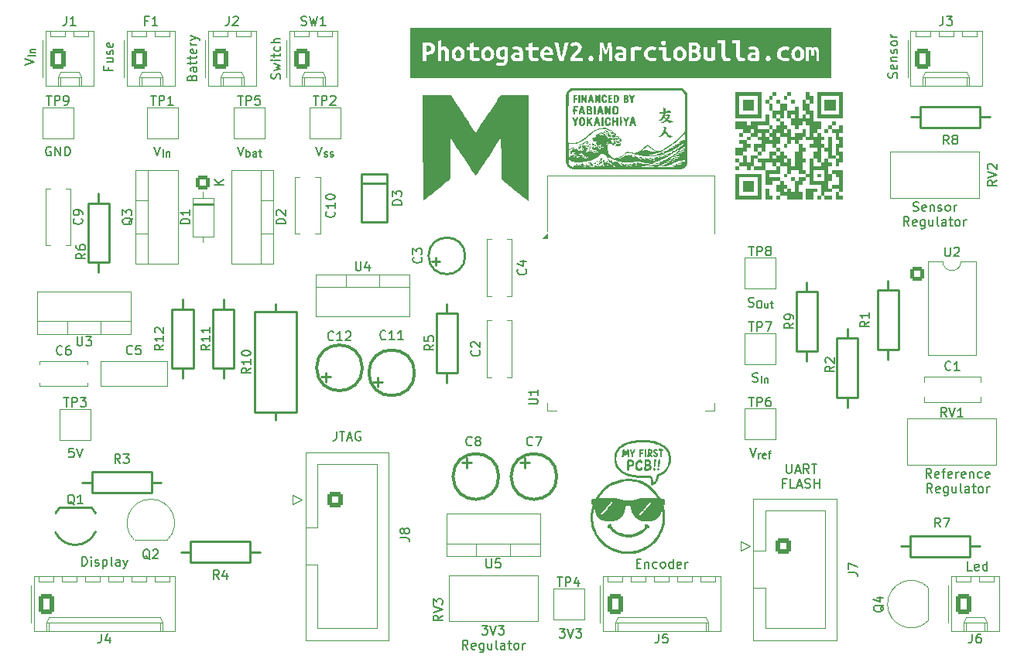
<source format=gbr>
%TF.GenerationSoftware,KiCad,Pcbnew,9.0.3*%
%TF.CreationDate,2025-08-15T02:20:32+00:00*%
%TF.ProjectId,board,626f6172-642e-46b6-9963-61645f706362,1.0*%
%TF.SameCoordinates,Original*%
%TF.FileFunction,Legend,Top*%
%TF.FilePolarity,Positive*%
%FSLAX46Y46*%
G04 Gerber Fmt 4.6, Leading zero omitted, Abs format (unit mm)*
G04 Created by KiCad (PCBNEW 9.0.3) date 2025-08-15 02:20:32*
%MOMM*%
%LPD*%
G01*
G04 APERTURE LIST*
G04 Aperture macros list*
%AMRoundRect*
0 Rectangle with rounded corners*
0 $1 Rounding radius*
0 $2 $3 $4 $5 $6 $7 $8 $9 X,Y pos of 4 corners*
0 Add a 4 corners polygon primitive as box body*
4,1,4,$2,$3,$4,$5,$6,$7,$8,$9,$2,$3,0*
0 Add four circle primitives for the rounded corners*
1,1,$1+$1,$2,$3*
1,1,$1+$1,$4,$5*
1,1,$1+$1,$6,$7*
1,1,$1+$1,$8,$9*
0 Add four rect primitives between the rounded corners*
20,1,$1+$1,$2,$3,$4,$5,0*
20,1,$1+$1,$4,$5,$6,$7,0*
20,1,$1+$1,$6,$7,$8,$9,0*
20,1,$1+$1,$8,$9,$2,$3,0*%
G04 Aperture macros list end*
%ADD10C,0.150000*%
%ADD11C,0.000000*%
%ADD12C,0.250000*%
%ADD13C,0.300000*%
%ADD14C,0.120000*%
%ADD15C,1.200000*%
%ADD16C,1.300000*%
%ADD17RoundRect,0.250000X-0.620000X-0.845000X0.620000X-0.845000X0.620000X0.845000X-0.620000X0.845000X0*%
%ADD18O,1.740000X2.190000*%
%ADD19C,1.400000*%
%ADD20RoundRect,0.250000X-0.600000X-0.600000X0.600000X-0.600000X0.600000X0.600000X-0.600000X0.600000X0*%
%ADD21C,1.700000*%
%ADD22C,1.440000*%
%ADD23C,1.800000*%
%ADD24C,1.600000*%
%ADD25R,1.905000X2.000000*%
%ADD26O,1.905000X2.000000*%
%ADD27R,3.000000X3.000000*%
%ADD28R,2.000000X1.905000*%
%ADD29O,2.000000X1.905000*%
%ADD30R,1.050000X1.500000*%
%ADD31O,1.050000X1.500000*%
%ADD32R,1.500000X1.050000*%
%ADD33O,1.500000X1.050000*%
%ADD34R,1.800000X1.800000*%
%ADD35RoundRect,0.250000X-0.550000X-0.550000X0.550000X-0.550000X0.550000X0.550000X-0.550000X0.550000X0*%
%ADD36RoundRect,0.250000X-0.550000X0.550000X-0.550000X-0.550000X0.550000X-0.550000X0.550000X0.550000X0*%
%ADD37R,1.500000X0.900000*%
%ADD38R,0.900000X1.500000*%
%ADD39C,0.600000*%
%ADD40R,3.800000X3.800000*%
G04 APERTURE END LIST*
D10*
X199689046Y-115734875D02*
X199355713Y-115258684D01*
X199117618Y-115734875D02*
X199117618Y-114734875D01*
X199117618Y-114734875D02*
X199498570Y-114734875D01*
X199498570Y-114734875D02*
X199593808Y-114782494D01*
X199593808Y-114782494D02*
X199641427Y-114830113D01*
X199641427Y-114830113D02*
X199689046Y-114925351D01*
X199689046Y-114925351D02*
X199689046Y-115068208D01*
X199689046Y-115068208D02*
X199641427Y-115163446D01*
X199641427Y-115163446D02*
X199593808Y-115211065D01*
X199593808Y-115211065D02*
X199498570Y-115258684D01*
X199498570Y-115258684D02*
X199117618Y-115258684D01*
X200498570Y-115687256D02*
X200403332Y-115734875D01*
X200403332Y-115734875D02*
X200212856Y-115734875D01*
X200212856Y-115734875D02*
X200117618Y-115687256D01*
X200117618Y-115687256D02*
X200069999Y-115592017D01*
X200069999Y-115592017D02*
X200069999Y-115211065D01*
X200069999Y-115211065D02*
X200117618Y-115115827D01*
X200117618Y-115115827D02*
X200212856Y-115068208D01*
X200212856Y-115068208D02*
X200403332Y-115068208D01*
X200403332Y-115068208D02*
X200498570Y-115115827D01*
X200498570Y-115115827D02*
X200546189Y-115211065D01*
X200546189Y-115211065D02*
X200546189Y-115306303D01*
X200546189Y-115306303D02*
X200069999Y-115401541D01*
X200831904Y-115068208D02*
X201212856Y-115068208D01*
X200974761Y-115734875D02*
X200974761Y-114877732D01*
X200974761Y-114877732D02*
X201022380Y-114782494D01*
X201022380Y-114782494D02*
X201117618Y-114734875D01*
X201117618Y-114734875D02*
X201212856Y-114734875D01*
X201927142Y-115687256D02*
X201831904Y-115734875D01*
X201831904Y-115734875D02*
X201641428Y-115734875D01*
X201641428Y-115734875D02*
X201546190Y-115687256D01*
X201546190Y-115687256D02*
X201498571Y-115592017D01*
X201498571Y-115592017D02*
X201498571Y-115211065D01*
X201498571Y-115211065D02*
X201546190Y-115115827D01*
X201546190Y-115115827D02*
X201641428Y-115068208D01*
X201641428Y-115068208D02*
X201831904Y-115068208D01*
X201831904Y-115068208D02*
X201927142Y-115115827D01*
X201927142Y-115115827D02*
X201974761Y-115211065D01*
X201974761Y-115211065D02*
X201974761Y-115306303D01*
X201974761Y-115306303D02*
X201498571Y-115401541D01*
X202403333Y-115734875D02*
X202403333Y-115068208D01*
X202403333Y-115258684D02*
X202450952Y-115163446D01*
X202450952Y-115163446D02*
X202498571Y-115115827D01*
X202498571Y-115115827D02*
X202593809Y-115068208D01*
X202593809Y-115068208D02*
X202689047Y-115068208D01*
X203403333Y-115687256D02*
X203308095Y-115734875D01*
X203308095Y-115734875D02*
X203117619Y-115734875D01*
X203117619Y-115734875D02*
X203022381Y-115687256D01*
X203022381Y-115687256D02*
X202974762Y-115592017D01*
X202974762Y-115592017D02*
X202974762Y-115211065D01*
X202974762Y-115211065D02*
X203022381Y-115115827D01*
X203022381Y-115115827D02*
X203117619Y-115068208D01*
X203117619Y-115068208D02*
X203308095Y-115068208D01*
X203308095Y-115068208D02*
X203403333Y-115115827D01*
X203403333Y-115115827D02*
X203450952Y-115211065D01*
X203450952Y-115211065D02*
X203450952Y-115306303D01*
X203450952Y-115306303D02*
X202974762Y-115401541D01*
X203879524Y-115068208D02*
X203879524Y-115734875D01*
X203879524Y-115163446D02*
X203927143Y-115115827D01*
X203927143Y-115115827D02*
X204022381Y-115068208D01*
X204022381Y-115068208D02*
X204165238Y-115068208D01*
X204165238Y-115068208D02*
X204260476Y-115115827D01*
X204260476Y-115115827D02*
X204308095Y-115211065D01*
X204308095Y-115211065D02*
X204308095Y-115734875D01*
X205212857Y-115687256D02*
X205117619Y-115734875D01*
X205117619Y-115734875D02*
X204927143Y-115734875D01*
X204927143Y-115734875D02*
X204831905Y-115687256D01*
X204831905Y-115687256D02*
X204784286Y-115639636D01*
X204784286Y-115639636D02*
X204736667Y-115544398D01*
X204736667Y-115544398D02*
X204736667Y-115258684D01*
X204736667Y-115258684D02*
X204784286Y-115163446D01*
X204784286Y-115163446D02*
X204831905Y-115115827D01*
X204831905Y-115115827D02*
X204927143Y-115068208D01*
X204927143Y-115068208D02*
X205117619Y-115068208D01*
X205117619Y-115068208D02*
X205212857Y-115115827D01*
X206022381Y-115687256D02*
X205927143Y-115734875D01*
X205927143Y-115734875D02*
X205736667Y-115734875D01*
X205736667Y-115734875D02*
X205641429Y-115687256D01*
X205641429Y-115687256D02*
X205593810Y-115592017D01*
X205593810Y-115592017D02*
X205593810Y-115211065D01*
X205593810Y-115211065D02*
X205641429Y-115115827D01*
X205641429Y-115115827D02*
X205736667Y-115068208D01*
X205736667Y-115068208D02*
X205927143Y-115068208D01*
X205927143Y-115068208D02*
X206022381Y-115115827D01*
X206022381Y-115115827D02*
X206070000Y-115211065D01*
X206070000Y-115211065D02*
X206070000Y-115306303D01*
X206070000Y-115306303D02*
X205593810Y-115401541D01*
X199784284Y-117344819D02*
X199450951Y-116868628D01*
X199212856Y-117344819D02*
X199212856Y-116344819D01*
X199212856Y-116344819D02*
X199593808Y-116344819D01*
X199593808Y-116344819D02*
X199689046Y-116392438D01*
X199689046Y-116392438D02*
X199736665Y-116440057D01*
X199736665Y-116440057D02*
X199784284Y-116535295D01*
X199784284Y-116535295D02*
X199784284Y-116678152D01*
X199784284Y-116678152D02*
X199736665Y-116773390D01*
X199736665Y-116773390D02*
X199689046Y-116821009D01*
X199689046Y-116821009D02*
X199593808Y-116868628D01*
X199593808Y-116868628D02*
X199212856Y-116868628D01*
X200593808Y-117297200D02*
X200498570Y-117344819D01*
X200498570Y-117344819D02*
X200308094Y-117344819D01*
X200308094Y-117344819D02*
X200212856Y-117297200D01*
X200212856Y-117297200D02*
X200165237Y-117201961D01*
X200165237Y-117201961D02*
X200165237Y-116821009D01*
X200165237Y-116821009D02*
X200212856Y-116725771D01*
X200212856Y-116725771D02*
X200308094Y-116678152D01*
X200308094Y-116678152D02*
X200498570Y-116678152D01*
X200498570Y-116678152D02*
X200593808Y-116725771D01*
X200593808Y-116725771D02*
X200641427Y-116821009D01*
X200641427Y-116821009D02*
X200641427Y-116916247D01*
X200641427Y-116916247D02*
X200165237Y-117011485D01*
X201498570Y-116678152D02*
X201498570Y-117487676D01*
X201498570Y-117487676D02*
X201450951Y-117582914D01*
X201450951Y-117582914D02*
X201403332Y-117630533D01*
X201403332Y-117630533D02*
X201308094Y-117678152D01*
X201308094Y-117678152D02*
X201165237Y-117678152D01*
X201165237Y-117678152D02*
X201069999Y-117630533D01*
X201498570Y-117297200D02*
X201403332Y-117344819D01*
X201403332Y-117344819D02*
X201212856Y-117344819D01*
X201212856Y-117344819D02*
X201117618Y-117297200D01*
X201117618Y-117297200D02*
X201069999Y-117249580D01*
X201069999Y-117249580D02*
X201022380Y-117154342D01*
X201022380Y-117154342D02*
X201022380Y-116868628D01*
X201022380Y-116868628D02*
X201069999Y-116773390D01*
X201069999Y-116773390D02*
X201117618Y-116725771D01*
X201117618Y-116725771D02*
X201212856Y-116678152D01*
X201212856Y-116678152D02*
X201403332Y-116678152D01*
X201403332Y-116678152D02*
X201498570Y-116725771D01*
X202403332Y-116678152D02*
X202403332Y-117344819D01*
X201974761Y-116678152D02*
X201974761Y-117201961D01*
X201974761Y-117201961D02*
X202022380Y-117297200D01*
X202022380Y-117297200D02*
X202117618Y-117344819D01*
X202117618Y-117344819D02*
X202260475Y-117344819D01*
X202260475Y-117344819D02*
X202355713Y-117297200D01*
X202355713Y-117297200D02*
X202403332Y-117249580D01*
X203022380Y-117344819D02*
X202927142Y-117297200D01*
X202927142Y-117297200D02*
X202879523Y-117201961D01*
X202879523Y-117201961D02*
X202879523Y-116344819D01*
X203831904Y-117344819D02*
X203831904Y-116821009D01*
X203831904Y-116821009D02*
X203784285Y-116725771D01*
X203784285Y-116725771D02*
X203689047Y-116678152D01*
X203689047Y-116678152D02*
X203498571Y-116678152D01*
X203498571Y-116678152D02*
X203403333Y-116725771D01*
X203831904Y-117297200D02*
X203736666Y-117344819D01*
X203736666Y-117344819D02*
X203498571Y-117344819D01*
X203498571Y-117344819D02*
X203403333Y-117297200D01*
X203403333Y-117297200D02*
X203355714Y-117201961D01*
X203355714Y-117201961D02*
X203355714Y-117106723D01*
X203355714Y-117106723D02*
X203403333Y-117011485D01*
X203403333Y-117011485D02*
X203498571Y-116963866D01*
X203498571Y-116963866D02*
X203736666Y-116963866D01*
X203736666Y-116963866D02*
X203831904Y-116916247D01*
X204165238Y-116678152D02*
X204546190Y-116678152D01*
X204308095Y-116344819D02*
X204308095Y-117201961D01*
X204308095Y-117201961D02*
X204355714Y-117297200D01*
X204355714Y-117297200D02*
X204450952Y-117344819D01*
X204450952Y-117344819D02*
X204546190Y-117344819D01*
X205022381Y-117344819D02*
X204927143Y-117297200D01*
X204927143Y-117297200D02*
X204879524Y-117249580D01*
X204879524Y-117249580D02*
X204831905Y-117154342D01*
X204831905Y-117154342D02*
X204831905Y-116868628D01*
X204831905Y-116868628D02*
X204879524Y-116773390D01*
X204879524Y-116773390D02*
X204927143Y-116725771D01*
X204927143Y-116725771D02*
X205022381Y-116678152D01*
X205022381Y-116678152D02*
X205165238Y-116678152D01*
X205165238Y-116678152D02*
X205260476Y-116725771D01*
X205260476Y-116725771D02*
X205308095Y-116773390D01*
X205308095Y-116773390D02*
X205355714Y-116868628D01*
X205355714Y-116868628D02*
X205355714Y-117154342D01*
X205355714Y-117154342D02*
X205308095Y-117249580D01*
X205308095Y-117249580D02*
X205260476Y-117297200D01*
X205260476Y-117297200D02*
X205165238Y-117344819D01*
X205165238Y-117344819D02*
X205022381Y-117344819D01*
X205784286Y-117344819D02*
X205784286Y-116678152D01*
X205784286Y-116868628D02*
X205831905Y-116773390D01*
X205831905Y-116773390D02*
X205879524Y-116725771D01*
X205879524Y-116725771D02*
X205974762Y-116678152D01*
X205974762Y-116678152D02*
X206070000Y-116678152D01*
X105854523Y-112484819D02*
X105378333Y-112484819D01*
X105378333Y-112484819D02*
X105330714Y-112961009D01*
X105330714Y-112961009D02*
X105378333Y-112913390D01*
X105378333Y-112913390D02*
X105473571Y-112865771D01*
X105473571Y-112865771D02*
X105711666Y-112865771D01*
X105711666Y-112865771D02*
X105806904Y-112913390D01*
X105806904Y-112913390D02*
X105854523Y-112961009D01*
X105854523Y-112961009D02*
X105902142Y-113056247D01*
X105902142Y-113056247D02*
X105902142Y-113294342D01*
X105902142Y-113294342D02*
X105854523Y-113389580D01*
X105854523Y-113389580D02*
X105806904Y-113437200D01*
X105806904Y-113437200D02*
X105711666Y-113484819D01*
X105711666Y-113484819D02*
X105473571Y-113484819D01*
X105473571Y-113484819D02*
X105378333Y-113437200D01*
X105378333Y-113437200D02*
X105330714Y-113389580D01*
X106187857Y-112484819D02*
X106521190Y-113484819D01*
X106521190Y-113484819D02*
X106854523Y-112484819D01*
X179822619Y-112464819D02*
X180155952Y-113464819D01*
X180155952Y-113464819D02*
X180489285Y-112464819D01*
X180775000Y-113575295D02*
X180775000Y-113041961D01*
X180775000Y-113194342D02*
X180813095Y-113118152D01*
X180813095Y-113118152D02*
X180851190Y-113080057D01*
X180851190Y-113080057D02*
X180927381Y-113041961D01*
X180927381Y-113041961D02*
X181003571Y-113041961D01*
X181575000Y-113537200D02*
X181498809Y-113575295D01*
X181498809Y-113575295D02*
X181346428Y-113575295D01*
X181346428Y-113575295D02*
X181270238Y-113537200D01*
X181270238Y-113537200D02*
X181232142Y-113461009D01*
X181232142Y-113461009D02*
X181232142Y-113156247D01*
X181232142Y-113156247D02*
X181270238Y-113080057D01*
X181270238Y-113080057D02*
X181346428Y-113041961D01*
X181346428Y-113041961D02*
X181498809Y-113041961D01*
X181498809Y-113041961D02*
X181575000Y-113080057D01*
X181575000Y-113080057D02*
X181613095Y-113156247D01*
X181613095Y-113156247D02*
X181613095Y-113232438D01*
X181613095Y-113232438D02*
X181232142Y-113308628D01*
X181841666Y-113041961D02*
X182146428Y-113041961D01*
X181955952Y-113575295D02*
X181955952Y-112889580D01*
X181955952Y-112889580D02*
X181994047Y-112813390D01*
X181994047Y-112813390D02*
X182070237Y-112775295D01*
X182070237Y-112775295D02*
X182146428Y-112775295D01*
X179679762Y-96947200D02*
X179822619Y-96994819D01*
X179822619Y-96994819D02*
X180060714Y-96994819D01*
X180060714Y-96994819D02*
X180155952Y-96947200D01*
X180155952Y-96947200D02*
X180203571Y-96899580D01*
X180203571Y-96899580D02*
X180251190Y-96804342D01*
X180251190Y-96804342D02*
X180251190Y-96709104D01*
X180251190Y-96709104D02*
X180203571Y-96613866D01*
X180203571Y-96613866D02*
X180155952Y-96566247D01*
X180155952Y-96566247D02*
X180060714Y-96518628D01*
X180060714Y-96518628D02*
X179870238Y-96471009D01*
X179870238Y-96471009D02*
X179775000Y-96423390D01*
X179775000Y-96423390D02*
X179727381Y-96375771D01*
X179727381Y-96375771D02*
X179679762Y-96280533D01*
X179679762Y-96280533D02*
X179679762Y-96185295D01*
X179679762Y-96185295D02*
X179727381Y-96090057D01*
X179727381Y-96090057D02*
X179775000Y-96042438D01*
X179775000Y-96042438D02*
X179870238Y-95994819D01*
X179870238Y-95994819D02*
X180108333Y-95994819D01*
X180108333Y-95994819D02*
X180251190Y-96042438D01*
X180784524Y-96305295D02*
X180936905Y-96305295D01*
X180936905Y-96305295D02*
X181013095Y-96343390D01*
X181013095Y-96343390D02*
X181089286Y-96419580D01*
X181089286Y-96419580D02*
X181127381Y-96571961D01*
X181127381Y-96571961D02*
X181127381Y-96838628D01*
X181127381Y-96838628D02*
X181089286Y-96991009D01*
X181089286Y-96991009D02*
X181013095Y-97067200D01*
X181013095Y-97067200D02*
X180936905Y-97105295D01*
X180936905Y-97105295D02*
X180784524Y-97105295D01*
X180784524Y-97105295D02*
X180708333Y-97067200D01*
X180708333Y-97067200D02*
X180632143Y-96991009D01*
X180632143Y-96991009D02*
X180594047Y-96838628D01*
X180594047Y-96838628D02*
X180594047Y-96571961D01*
X180594047Y-96571961D02*
X180632143Y-96419580D01*
X180632143Y-96419580D02*
X180708333Y-96343390D01*
X180708333Y-96343390D02*
X180784524Y-96305295D01*
X181813095Y-96571961D02*
X181813095Y-97105295D01*
X181470238Y-96571961D02*
X181470238Y-96991009D01*
X181470238Y-96991009D02*
X181508333Y-97067200D01*
X181508333Y-97067200D02*
X181584523Y-97105295D01*
X181584523Y-97105295D02*
X181698809Y-97105295D01*
X181698809Y-97105295D02*
X181775000Y-97067200D01*
X181775000Y-97067200D02*
X181813095Y-97029104D01*
X182079762Y-96571961D02*
X182384524Y-96571961D01*
X182194048Y-96305295D02*
X182194048Y-96991009D01*
X182194048Y-96991009D02*
X182232143Y-97067200D01*
X182232143Y-97067200D02*
X182308333Y-97105295D01*
X182308333Y-97105295D02*
X182384524Y-97105295D01*
X114684286Y-79464819D02*
X115017619Y-80464819D01*
X115017619Y-80464819D02*
X115350952Y-79464819D01*
X115636667Y-80575295D02*
X115636667Y-79775295D01*
X116017619Y-80041961D02*
X116017619Y-80575295D01*
X116017619Y-80118152D02*
X116055714Y-80080057D01*
X116055714Y-80080057D02*
X116131904Y-80041961D01*
X116131904Y-80041961D02*
X116246190Y-80041961D01*
X116246190Y-80041961D02*
X116322381Y-80080057D01*
X116322381Y-80080057D02*
X116360476Y-80156247D01*
X116360476Y-80156247D02*
X116360476Y-80575295D01*
X106767619Y-125345819D02*
X106767619Y-124345819D01*
X106767619Y-124345819D02*
X107005714Y-124345819D01*
X107005714Y-124345819D02*
X107148571Y-124393438D01*
X107148571Y-124393438D02*
X107243809Y-124488676D01*
X107243809Y-124488676D02*
X107291428Y-124583914D01*
X107291428Y-124583914D02*
X107339047Y-124774390D01*
X107339047Y-124774390D02*
X107339047Y-124917247D01*
X107339047Y-124917247D02*
X107291428Y-125107723D01*
X107291428Y-125107723D02*
X107243809Y-125202961D01*
X107243809Y-125202961D02*
X107148571Y-125298200D01*
X107148571Y-125298200D02*
X107005714Y-125345819D01*
X107005714Y-125345819D02*
X106767619Y-125345819D01*
X107767619Y-125345819D02*
X107767619Y-124679152D01*
X107767619Y-124345819D02*
X107720000Y-124393438D01*
X107720000Y-124393438D02*
X107767619Y-124441057D01*
X107767619Y-124441057D02*
X107815238Y-124393438D01*
X107815238Y-124393438D02*
X107767619Y-124345819D01*
X107767619Y-124345819D02*
X107767619Y-124441057D01*
X108196190Y-125298200D02*
X108291428Y-125345819D01*
X108291428Y-125345819D02*
X108481904Y-125345819D01*
X108481904Y-125345819D02*
X108577142Y-125298200D01*
X108577142Y-125298200D02*
X108624761Y-125202961D01*
X108624761Y-125202961D02*
X108624761Y-125155342D01*
X108624761Y-125155342D02*
X108577142Y-125060104D01*
X108577142Y-125060104D02*
X108481904Y-125012485D01*
X108481904Y-125012485D02*
X108339047Y-125012485D01*
X108339047Y-125012485D02*
X108243809Y-124964866D01*
X108243809Y-124964866D02*
X108196190Y-124869628D01*
X108196190Y-124869628D02*
X108196190Y-124822009D01*
X108196190Y-124822009D02*
X108243809Y-124726771D01*
X108243809Y-124726771D02*
X108339047Y-124679152D01*
X108339047Y-124679152D02*
X108481904Y-124679152D01*
X108481904Y-124679152D02*
X108577142Y-124726771D01*
X109053333Y-124679152D02*
X109053333Y-125679152D01*
X109053333Y-124726771D02*
X109148571Y-124679152D01*
X109148571Y-124679152D02*
X109339047Y-124679152D01*
X109339047Y-124679152D02*
X109434285Y-124726771D01*
X109434285Y-124726771D02*
X109481904Y-124774390D01*
X109481904Y-124774390D02*
X109529523Y-124869628D01*
X109529523Y-124869628D02*
X109529523Y-125155342D01*
X109529523Y-125155342D02*
X109481904Y-125250580D01*
X109481904Y-125250580D02*
X109434285Y-125298200D01*
X109434285Y-125298200D02*
X109339047Y-125345819D01*
X109339047Y-125345819D02*
X109148571Y-125345819D01*
X109148571Y-125345819D02*
X109053333Y-125298200D01*
X110100952Y-125345819D02*
X110005714Y-125298200D01*
X110005714Y-125298200D02*
X109958095Y-125202961D01*
X109958095Y-125202961D02*
X109958095Y-124345819D01*
X110910476Y-125345819D02*
X110910476Y-124822009D01*
X110910476Y-124822009D02*
X110862857Y-124726771D01*
X110862857Y-124726771D02*
X110767619Y-124679152D01*
X110767619Y-124679152D02*
X110577143Y-124679152D01*
X110577143Y-124679152D02*
X110481905Y-124726771D01*
X110910476Y-125298200D02*
X110815238Y-125345819D01*
X110815238Y-125345819D02*
X110577143Y-125345819D01*
X110577143Y-125345819D02*
X110481905Y-125298200D01*
X110481905Y-125298200D02*
X110434286Y-125202961D01*
X110434286Y-125202961D02*
X110434286Y-125107723D01*
X110434286Y-125107723D02*
X110481905Y-125012485D01*
X110481905Y-125012485D02*
X110577143Y-124964866D01*
X110577143Y-124964866D02*
X110815238Y-124964866D01*
X110815238Y-124964866D02*
X110910476Y-124917247D01*
X111291429Y-124679152D02*
X111529524Y-125345819D01*
X111767619Y-124679152D02*
X111529524Y-125345819D01*
X111529524Y-125345819D02*
X111434286Y-125583914D01*
X111434286Y-125583914D02*
X111386667Y-125631533D01*
X111386667Y-125631533D02*
X111291429Y-125679152D01*
X103378095Y-79512438D02*
X103282857Y-79464819D01*
X103282857Y-79464819D02*
X103140000Y-79464819D01*
X103140000Y-79464819D02*
X102997143Y-79512438D01*
X102997143Y-79512438D02*
X102901905Y-79607676D01*
X102901905Y-79607676D02*
X102854286Y-79702914D01*
X102854286Y-79702914D02*
X102806667Y-79893390D01*
X102806667Y-79893390D02*
X102806667Y-80036247D01*
X102806667Y-80036247D02*
X102854286Y-80226723D01*
X102854286Y-80226723D02*
X102901905Y-80321961D01*
X102901905Y-80321961D02*
X102997143Y-80417200D01*
X102997143Y-80417200D02*
X103140000Y-80464819D01*
X103140000Y-80464819D02*
X103235238Y-80464819D01*
X103235238Y-80464819D02*
X103378095Y-80417200D01*
X103378095Y-80417200D02*
X103425714Y-80369580D01*
X103425714Y-80369580D02*
X103425714Y-80036247D01*
X103425714Y-80036247D02*
X103235238Y-80036247D01*
X103854286Y-80464819D02*
X103854286Y-79464819D01*
X103854286Y-79464819D02*
X104425714Y-80464819D01*
X104425714Y-80464819D02*
X104425714Y-79464819D01*
X104901905Y-80464819D02*
X104901905Y-79464819D01*
X104901905Y-79464819D02*
X105140000Y-79464819D01*
X105140000Y-79464819D02*
X105282857Y-79512438D01*
X105282857Y-79512438D02*
X105378095Y-79607676D01*
X105378095Y-79607676D02*
X105425714Y-79702914D01*
X105425714Y-79702914D02*
X105473333Y-79893390D01*
X105473333Y-79893390D02*
X105473333Y-80036247D01*
X105473333Y-80036247D02*
X105425714Y-80226723D01*
X105425714Y-80226723D02*
X105378095Y-80321961D01*
X105378095Y-80321961D02*
X105282857Y-80417200D01*
X105282857Y-80417200D02*
X105140000Y-80464819D01*
X105140000Y-80464819D02*
X104901905Y-80464819D01*
X197691666Y-86477256D02*
X197834523Y-86524875D01*
X197834523Y-86524875D02*
X198072618Y-86524875D01*
X198072618Y-86524875D02*
X198167856Y-86477256D01*
X198167856Y-86477256D02*
X198215475Y-86429636D01*
X198215475Y-86429636D02*
X198263094Y-86334398D01*
X198263094Y-86334398D02*
X198263094Y-86239160D01*
X198263094Y-86239160D02*
X198215475Y-86143922D01*
X198215475Y-86143922D02*
X198167856Y-86096303D01*
X198167856Y-86096303D02*
X198072618Y-86048684D01*
X198072618Y-86048684D02*
X197882142Y-86001065D01*
X197882142Y-86001065D02*
X197786904Y-85953446D01*
X197786904Y-85953446D02*
X197739285Y-85905827D01*
X197739285Y-85905827D02*
X197691666Y-85810589D01*
X197691666Y-85810589D02*
X197691666Y-85715351D01*
X197691666Y-85715351D02*
X197739285Y-85620113D01*
X197739285Y-85620113D02*
X197786904Y-85572494D01*
X197786904Y-85572494D02*
X197882142Y-85524875D01*
X197882142Y-85524875D02*
X198120237Y-85524875D01*
X198120237Y-85524875D02*
X198263094Y-85572494D01*
X199072618Y-86477256D02*
X198977380Y-86524875D01*
X198977380Y-86524875D02*
X198786904Y-86524875D01*
X198786904Y-86524875D02*
X198691666Y-86477256D01*
X198691666Y-86477256D02*
X198644047Y-86382017D01*
X198644047Y-86382017D02*
X198644047Y-86001065D01*
X198644047Y-86001065D02*
X198691666Y-85905827D01*
X198691666Y-85905827D02*
X198786904Y-85858208D01*
X198786904Y-85858208D02*
X198977380Y-85858208D01*
X198977380Y-85858208D02*
X199072618Y-85905827D01*
X199072618Y-85905827D02*
X199120237Y-86001065D01*
X199120237Y-86001065D02*
X199120237Y-86096303D01*
X199120237Y-86096303D02*
X198644047Y-86191541D01*
X199548809Y-85858208D02*
X199548809Y-86524875D01*
X199548809Y-85953446D02*
X199596428Y-85905827D01*
X199596428Y-85905827D02*
X199691666Y-85858208D01*
X199691666Y-85858208D02*
X199834523Y-85858208D01*
X199834523Y-85858208D02*
X199929761Y-85905827D01*
X199929761Y-85905827D02*
X199977380Y-86001065D01*
X199977380Y-86001065D02*
X199977380Y-86524875D01*
X200405952Y-86477256D02*
X200501190Y-86524875D01*
X200501190Y-86524875D02*
X200691666Y-86524875D01*
X200691666Y-86524875D02*
X200786904Y-86477256D01*
X200786904Y-86477256D02*
X200834523Y-86382017D01*
X200834523Y-86382017D02*
X200834523Y-86334398D01*
X200834523Y-86334398D02*
X200786904Y-86239160D01*
X200786904Y-86239160D02*
X200691666Y-86191541D01*
X200691666Y-86191541D02*
X200548809Y-86191541D01*
X200548809Y-86191541D02*
X200453571Y-86143922D01*
X200453571Y-86143922D02*
X200405952Y-86048684D01*
X200405952Y-86048684D02*
X200405952Y-86001065D01*
X200405952Y-86001065D02*
X200453571Y-85905827D01*
X200453571Y-85905827D02*
X200548809Y-85858208D01*
X200548809Y-85858208D02*
X200691666Y-85858208D01*
X200691666Y-85858208D02*
X200786904Y-85905827D01*
X201405952Y-86524875D02*
X201310714Y-86477256D01*
X201310714Y-86477256D02*
X201263095Y-86429636D01*
X201263095Y-86429636D02*
X201215476Y-86334398D01*
X201215476Y-86334398D02*
X201215476Y-86048684D01*
X201215476Y-86048684D02*
X201263095Y-85953446D01*
X201263095Y-85953446D02*
X201310714Y-85905827D01*
X201310714Y-85905827D02*
X201405952Y-85858208D01*
X201405952Y-85858208D02*
X201548809Y-85858208D01*
X201548809Y-85858208D02*
X201644047Y-85905827D01*
X201644047Y-85905827D02*
X201691666Y-85953446D01*
X201691666Y-85953446D02*
X201739285Y-86048684D01*
X201739285Y-86048684D02*
X201739285Y-86334398D01*
X201739285Y-86334398D02*
X201691666Y-86429636D01*
X201691666Y-86429636D02*
X201644047Y-86477256D01*
X201644047Y-86477256D02*
X201548809Y-86524875D01*
X201548809Y-86524875D02*
X201405952Y-86524875D01*
X202167857Y-86524875D02*
X202167857Y-85858208D01*
X202167857Y-86048684D02*
X202215476Y-85953446D01*
X202215476Y-85953446D02*
X202263095Y-85905827D01*
X202263095Y-85905827D02*
X202358333Y-85858208D01*
X202358333Y-85858208D02*
X202453571Y-85858208D01*
X197239284Y-88134819D02*
X196905951Y-87658628D01*
X196667856Y-88134819D02*
X196667856Y-87134819D01*
X196667856Y-87134819D02*
X197048808Y-87134819D01*
X197048808Y-87134819D02*
X197144046Y-87182438D01*
X197144046Y-87182438D02*
X197191665Y-87230057D01*
X197191665Y-87230057D02*
X197239284Y-87325295D01*
X197239284Y-87325295D02*
X197239284Y-87468152D01*
X197239284Y-87468152D02*
X197191665Y-87563390D01*
X197191665Y-87563390D02*
X197144046Y-87611009D01*
X197144046Y-87611009D02*
X197048808Y-87658628D01*
X197048808Y-87658628D02*
X196667856Y-87658628D01*
X198048808Y-88087200D02*
X197953570Y-88134819D01*
X197953570Y-88134819D02*
X197763094Y-88134819D01*
X197763094Y-88134819D02*
X197667856Y-88087200D01*
X197667856Y-88087200D02*
X197620237Y-87991961D01*
X197620237Y-87991961D02*
X197620237Y-87611009D01*
X197620237Y-87611009D02*
X197667856Y-87515771D01*
X197667856Y-87515771D02*
X197763094Y-87468152D01*
X197763094Y-87468152D02*
X197953570Y-87468152D01*
X197953570Y-87468152D02*
X198048808Y-87515771D01*
X198048808Y-87515771D02*
X198096427Y-87611009D01*
X198096427Y-87611009D02*
X198096427Y-87706247D01*
X198096427Y-87706247D02*
X197620237Y-87801485D01*
X198953570Y-87468152D02*
X198953570Y-88277676D01*
X198953570Y-88277676D02*
X198905951Y-88372914D01*
X198905951Y-88372914D02*
X198858332Y-88420533D01*
X198858332Y-88420533D02*
X198763094Y-88468152D01*
X198763094Y-88468152D02*
X198620237Y-88468152D01*
X198620237Y-88468152D02*
X198524999Y-88420533D01*
X198953570Y-88087200D02*
X198858332Y-88134819D01*
X198858332Y-88134819D02*
X198667856Y-88134819D01*
X198667856Y-88134819D02*
X198572618Y-88087200D01*
X198572618Y-88087200D02*
X198524999Y-88039580D01*
X198524999Y-88039580D02*
X198477380Y-87944342D01*
X198477380Y-87944342D02*
X198477380Y-87658628D01*
X198477380Y-87658628D02*
X198524999Y-87563390D01*
X198524999Y-87563390D02*
X198572618Y-87515771D01*
X198572618Y-87515771D02*
X198667856Y-87468152D01*
X198667856Y-87468152D02*
X198858332Y-87468152D01*
X198858332Y-87468152D02*
X198953570Y-87515771D01*
X199858332Y-87468152D02*
X199858332Y-88134819D01*
X199429761Y-87468152D02*
X199429761Y-87991961D01*
X199429761Y-87991961D02*
X199477380Y-88087200D01*
X199477380Y-88087200D02*
X199572618Y-88134819D01*
X199572618Y-88134819D02*
X199715475Y-88134819D01*
X199715475Y-88134819D02*
X199810713Y-88087200D01*
X199810713Y-88087200D02*
X199858332Y-88039580D01*
X200477380Y-88134819D02*
X200382142Y-88087200D01*
X200382142Y-88087200D02*
X200334523Y-87991961D01*
X200334523Y-87991961D02*
X200334523Y-87134819D01*
X201286904Y-88134819D02*
X201286904Y-87611009D01*
X201286904Y-87611009D02*
X201239285Y-87515771D01*
X201239285Y-87515771D02*
X201144047Y-87468152D01*
X201144047Y-87468152D02*
X200953571Y-87468152D01*
X200953571Y-87468152D02*
X200858333Y-87515771D01*
X201286904Y-88087200D02*
X201191666Y-88134819D01*
X201191666Y-88134819D02*
X200953571Y-88134819D01*
X200953571Y-88134819D02*
X200858333Y-88087200D01*
X200858333Y-88087200D02*
X200810714Y-87991961D01*
X200810714Y-87991961D02*
X200810714Y-87896723D01*
X200810714Y-87896723D02*
X200858333Y-87801485D01*
X200858333Y-87801485D02*
X200953571Y-87753866D01*
X200953571Y-87753866D02*
X201191666Y-87753866D01*
X201191666Y-87753866D02*
X201286904Y-87706247D01*
X201620238Y-87468152D02*
X202001190Y-87468152D01*
X201763095Y-87134819D02*
X201763095Y-87991961D01*
X201763095Y-87991961D02*
X201810714Y-88087200D01*
X201810714Y-88087200D02*
X201905952Y-88134819D01*
X201905952Y-88134819D02*
X202001190Y-88134819D01*
X202477381Y-88134819D02*
X202382143Y-88087200D01*
X202382143Y-88087200D02*
X202334524Y-88039580D01*
X202334524Y-88039580D02*
X202286905Y-87944342D01*
X202286905Y-87944342D02*
X202286905Y-87658628D01*
X202286905Y-87658628D02*
X202334524Y-87563390D01*
X202334524Y-87563390D02*
X202382143Y-87515771D01*
X202382143Y-87515771D02*
X202477381Y-87468152D01*
X202477381Y-87468152D02*
X202620238Y-87468152D01*
X202620238Y-87468152D02*
X202715476Y-87515771D01*
X202715476Y-87515771D02*
X202763095Y-87563390D01*
X202763095Y-87563390D02*
X202810714Y-87658628D01*
X202810714Y-87658628D02*
X202810714Y-87944342D01*
X202810714Y-87944342D02*
X202763095Y-88039580D01*
X202763095Y-88039580D02*
X202715476Y-88087200D01*
X202715476Y-88087200D02*
X202620238Y-88134819D01*
X202620238Y-88134819D02*
X202477381Y-88134819D01*
X203239286Y-88134819D02*
X203239286Y-87468152D01*
X203239286Y-87658628D02*
X203286905Y-87563390D01*
X203286905Y-87563390D02*
X203334524Y-87515771D01*
X203334524Y-87515771D02*
X203429762Y-87468152D01*
X203429762Y-87468152D02*
X203525000Y-87468152D01*
X123809285Y-79464819D02*
X124142618Y-80464819D01*
X124142618Y-80464819D02*
X124475951Y-79464819D01*
X124761666Y-80575295D02*
X124761666Y-79775295D01*
X124761666Y-80080057D02*
X124837856Y-80041961D01*
X124837856Y-80041961D02*
X124990237Y-80041961D01*
X124990237Y-80041961D02*
X125066428Y-80080057D01*
X125066428Y-80080057D02*
X125104523Y-80118152D01*
X125104523Y-80118152D02*
X125142618Y-80194342D01*
X125142618Y-80194342D02*
X125142618Y-80422914D01*
X125142618Y-80422914D02*
X125104523Y-80499104D01*
X125104523Y-80499104D02*
X125066428Y-80537200D01*
X125066428Y-80537200D02*
X124990237Y-80575295D01*
X124990237Y-80575295D02*
X124837856Y-80575295D01*
X124837856Y-80575295D02*
X124761666Y-80537200D01*
X125828333Y-80575295D02*
X125828333Y-80156247D01*
X125828333Y-80156247D02*
X125790238Y-80080057D01*
X125790238Y-80080057D02*
X125714047Y-80041961D01*
X125714047Y-80041961D02*
X125561666Y-80041961D01*
X125561666Y-80041961D02*
X125485476Y-80080057D01*
X125828333Y-80537200D02*
X125752142Y-80575295D01*
X125752142Y-80575295D02*
X125561666Y-80575295D01*
X125561666Y-80575295D02*
X125485476Y-80537200D01*
X125485476Y-80537200D02*
X125447380Y-80461009D01*
X125447380Y-80461009D02*
X125447380Y-80384819D01*
X125447380Y-80384819D02*
X125485476Y-80308628D01*
X125485476Y-80308628D02*
X125561666Y-80270533D01*
X125561666Y-80270533D02*
X125752142Y-80270533D01*
X125752142Y-80270533D02*
X125828333Y-80232438D01*
X126095000Y-80041961D02*
X126399762Y-80041961D01*
X126209286Y-79775295D02*
X126209286Y-80461009D01*
X126209286Y-80461009D02*
X126247381Y-80537200D01*
X126247381Y-80537200D02*
X126323571Y-80575295D01*
X126323571Y-80575295D02*
X126399762Y-80575295D01*
X109659009Y-70738857D02*
X109659009Y-71072190D01*
X110182819Y-71072190D02*
X109182819Y-71072190D01*
X109182819Y-71072190D02*
X109182819Y-70596000D01*
X109516152Y-69786476D02*
X110182819Y-69786476D01*
X109516152Y-70215047D02*
X110039961Y-70215047D01*
X110039961Y-70215047D02*
X110135200Y-70167428D01*
X110135200Y-70167428D02*
X110182819Y-70072190D01*
X110182819Y-70072190D02*
X110182819Y-69929333D01*
X110182819Y-69929333D02*
X110135200Y-69834095D01*
X110135200Y-69834095D02*
X110087580Y-69786476D01*
X110135200Y-69357904D02*
X110182819Y-69262666D01*
X110182819Y-69262666D02*
X110182819Y-69072190D01*
X110182819Y-69072190D02*
X110135200Y-68976952D01*
X110135200Y-68976952D02*
X110039961Y-68929333D01*
X110039961Y-68929333D02*
X109992342Y-68929333D01*
X109992342Y-68929333D02*
X109897104Y-68976952D01*
X109897104Y-68976952D02*
X109849485Y-69072190D01*
X109849485Y-69072190D02*
X109849485Y-69215047D01*
X109849485Y-69215047D02*
X109801866Y-69310285D01*
X109801866Y-69310285D02*
X109706628Y-69357904D01*
X109706628Y-69357904D02*
X109659009Y-69357904D01*
X109659009Y-69357904D02*
X109563771Y-69310285D01*
X109563771Y-69310285D02*
X109516152Y-69215047D01*
X109516152Y-69215047D02*
X109516152Y-69072190D01*
X109516152Y-69072190D02*
X109563771Y-68976952D01*
X110135200Y-68119809D02*
X110182819Y-68215047D01*
X110182819Y-68215047D02*
X110182819Y-68405523D01*
X110182819Y-68405523D02*
X110135200Y-68500761D01*
X110135200Y-68500761D02*
X110039961Y-68548380D01*
X110039961Y-68548380D02*
X109659009Y-68548380D01*
X109659009Y-68548380D02*
X109563771Y-68500761D01*
X109563771Y-68500761D02*
X109516152Y-68405523D01*
X109516152Y-68405523D02*
X109516152Y-68215047D01*
X109516152Y-68215047D02*
X109563771Y-68119809D01*
X109563771Y-68119809D02*
X109659009Y-68072190D01*
X109659009Y-68072190D02*
X109754247Y-68072190D01*
X109754247Y-68072190D02*
X109849485Y-68548380D01*
X195910200Y-71929333D02*
X195957819Y-71786476D01*
X195957819Y-71786476D02*
X195957819Y-71548381D01*
X195957819Y-71548381D02*
X195910200Y-71453143D01*
X195910200Y-71453143D02*
X195862580Y-71405524D01*
X195862580Y-71405524D02*
X195767342Y-71357905D01*
X195767342Y-71357905D02*
X195672104Y-71357905D01*
X195672104Y-71357905D02*
X195576866Y-71405524D01*
X195576866Y-71405524D02*
X195529247Y-71453143D01*
X195529247Y-71453143D02*
X195481628Y-71548381D01*
X195481628Y-71548381D02*
X195434009Y-71738857D01*
X195434009Y-71738857D02*
X195386390Y-71834095D01*
X195386390Y-71834095D02*
X195338771Y-71881714D01*
X195338771Y-71881714D02*
X195243533Y-71929333D01*
X195243533Y-71929333D02*
X195148295Y-71929333D01*
X195148295Y-71929333D02*
X195053057Y-71881714D01*
X195053057Y-71881714D02*
X195005438Y-71834095D01*
X195005438Y-71834095D02*
X194957819Y-71738857D01*
X194957819Y-71738857D02*
X194957819Y-71500762D01*
X194957819Y-71500762D02*
X195005438Y-71357905D01*
X195910200Y-70548381D02*
X195957819Y-70643619D01*
X195957819Y-70643619D02*
X195957819Y-70834095D01*
X195957819Y-70834095D02*
X195910200Y-70929333D01*
X195910200Y-70929333D02*
X195814961Y-70976952D01*
X195814961Y-70976952D02*
X195434009Y-70976952D01*
X195434009Y-70976952D02*
X195338771Y-70929333D01*
X195338771Y-70929333D02*
X195291152Y-70834095D01*
X195291152Y-70834095D02*
X195291152Y-70643619D01*
X195291152Y-70643619D02*
X195338771Y-70548381D01*
X195338771Y-70548381D02*
X195434009Y-70500762D01*
X195434009Y-70500762D02*
X195529247Y-70500762D01*
X195529247Y-70500762D02*
X195624485Y-70976952D01*
X195291152Y-70072190D02*
X195957819Y-70072190D01*
X195386390Y-70072190D02*
X195338771Y-70024571D01*
X195338771Y-70024571D02*
X195291152Y-69929333D01*
X195291152Y-69929333D02*
X195291152Y-69786476D01*
X195291152Y-69786476D02*
X195338771Y-69691238D01*
X195338771Y-69691238D02*
X195434009Y-69643619D01*
X195434009Y-69643619D02*
X195957819Y-69643619D01*
X195910200Y-69215047D02*
X195957819Y-69119809D01*
X195957819Y-69119809D02*
X195957819Y-68929333D01*
X195957819Y-68929333D02*
X195910200Y-68834095D01*
X195910200Y-68834095D02*
X195814961Y-68786476D01*
X195814961Y-68786476D02*
X195767342Y-68786476D01*
X195767342Y-68786476D02*
X195672104Y-68834095D01*
X195672104Y-68834095D02*
X195624485Y-68929333D01*
X195624485Y-68929333D02*
X195624485Y-69072190D01*
X195624485Y-69072190D02*
X195576866Y-69167428D01*
X195576866Y-69167428D02*
X195481628Y-69215047D01*
X195481628Y-69215047D02*
X195434009Y-69215047D01*
X195434009Y-69215047D02*
X195338771Y-69167428D01*
X195338771Y-69167428D02*
X195291152Y-69072190D01*
X195291152Y-69072190D02*
X195291152Y-68929333D01*
X195291152Y-68929333D02*
X195338771Y-68834095D01*
X195957819Y-68215047D02*
X195910200Y-68310285D01*
X195910200Y-68310285D02*
X195862580Y-68357904D01*
X195862580Y-68357904D02*
X195767342Y-68405523D01*
X195767342Y-68405523D02*
X195481628Y-68405523D01*
X195481628Y-68405523D02*
X195386390Y-68357904D01*
X195386390Y-68357904D02*
X195338771Y-68310285D01*
X195338771Y-68310285D02*
X195291152Y-68215047D01*
X195291152Y-68215047D02*
X195291152Y-68072190D01*
X195291152Y-68072190D02*
X195338771Y-67976952D01*
X195338771Y-67976952D02*
X195386390Y-67929333D01*
X195386390Y-67929333D02*
X195481628Y-67881714D01*
X195481628Y-67881714D02*
X195767342Y-67881714D01*
X195767342Y-67881714D02*
X195862580Y-67929333D01*
X195862580Y-67929333D02*
X195910200Y-67976952D01*
X195910200Y-67976952D02*
X195957819Y-68072190D01*
X195957819Y-68072190D02*
X195957819Y-68215047D01*
X195957819Y-67453142D02*
X195291152Y-67453142D01*
X195481628Y-67453142D02*
X195386390Y-67405523D01*
X195386390Y-67405523D02*
X195338771Y-67357904D01*
X195338771Y-67357904D02*
X195291152Y-67262666D01*
X195291152Y-67262666D02*
X195291152Y-67167428D01*
X128423200Y-72044285D02*
X128470819Y-71901428D01*
X128470819Y-71901428D02*
X128470819Y-71663333D01*
X128470819Y-71663333D02*
X128423200Y-71568095D01*
X128423200Y-71568095D02*
X128375580Y-71520476D01*
X128375580Y-71520476D02*
X128280342Y-71472857D01*
X128280342Y-71472857D02*
X128185104Y-71472857D01*
X128185104Y-71472857D02*
X128089866Y-71520476D01*
X128089866Y-71520476D02*
X128042247Y-71568095D01*
X128042247Y-71568095D02*
X127994628Y-71663333D01*
X127994628Y-71663333D02*
X127947009Y-71853809D01*
X127947009Y-71853809D02*
X127899390Y-71949047D01*
X127899390Y-71949047D02*
X127851771Y-71996666D01*
X127851771Y-71996666D02*
X127756533Y-72044285D01*
X127756533Y-72044285D02*
X127661295Y-72044285D01*
X127661295Y-72044285D02*
X127566057Y-71996666D01*
X127566057Y-71996666D02*
X127518438Y-71949047D01*
X127518438Y-71949047D02*
X127470819Y-71853809D01*
X127470819Y-71853809D02*
X127470819Y-71615714D01*
X127470819Y-71615714D02*
X127518438Y-71472857D01*
X127804152Y-71139523D02*
X128470819Y-70949047D01*
X128470819Y-70949047D02*
X127994628Y-70758571D01*
X127994628Y-70758571D02*
X128470819Y-70568095D01*
X128470819Y-70568095D02*
X127804152Y-70377619D01*
X128470819Y-69996666D02*
X127804152Y-69996666D01*
X127470819Y-69996666D02*
X127518438Y-70044285D01*
X127518438Y-70044285D02*
X127566057Y-69996666D01*
X127566057Y-69996666D02*
X127518438Y-69949047D01*
X127518438Y-69949047D02*
X127470819Y-69996666D01*
X127470819Y-69996666D02*
X127566057Y-69996666D01*
X127804152Y-69663333D02*
X127804152Y-69282381D01*
X127470819Y-69520476D02*
X128327961Y-69520476D01*
X128327961Y-69520476D02*
X128423200Y-69472857D01*
X128423200Y-69472857D02*
X128470819Y-69377619D01*
X128470819Y-69377619D02*
X128470819Y-69282381D01*
X128423200Y-68520476D02*
X128470819Y-68615714D01*
X128470819Y-68615714D02*
X128470819Y-68806190D01*
X128470819Y-68806190D02*
X128423200Y-68901428D01*
X128423200Y-68901428D02*
X128375580Y-68949047D01*
X128375580Y-68949047D02*
X128280342Y-68996666D01*
X128280342Y-68996666D02*
X127994628Y-68996666D01*
X127994628Y-68996666D02*
X127899390Y-68949047D01*
X127899390Y-68949047D02*
X127851771Y-68901428D01*
X127851771Y-68901428D02*
X127804152Y-68806190D01*
X127804152Y-68806190D02*
X127804152Y-68615714D01*
X127804152Y-68615714D02*
X127851771Y-68520476D01*
X128470819Y-68091904D02*
X127470819Y-68091904D01*
X128470819Y-67663333D02*
X127947009Y-67663333D01*
X127947009Y-67663333D02*
X127851771Y-67710952D01*
X127851771Y-67710952D02*
X127804152Y-67806190D01*
X127804152Y-67806190D02*
X127804152Y-67949047D01*
X127804152Y-67949047D02*
X127851771Y-68044285D01*
X127851771Y-68044285D02*
X127899390Y-68091904D01*
X118803009Y-71901429D02*
X118850628Y-71758572D01*
X118850628Y-71758572D02*
X118898247Y-71710953D01*
X118898247Y-71710953D02*
X118993485Y-71663334D01*
X118993485Y-71663334D02*
X119136342Y-71663334D01*
X119136342Y-71663334D02*
X119231580Y-71710953D01*
X119231580Y-71710953D02*
X119279200Y-71758572D01*
X119279200Y-71758572D02*
X119326819Y-71853810D01*
X119326819Y-71853810D02*
X119326819Y-72234762D01*
X119326819Y-72234762D02*
X118326819Y-72234762D01*
X118326819Y-72234762D02*
X118326819Y-71901429D01*
X118326819Y-71901429D02*
X118374438Y-71806191D01*
X118374438Y-71806191D02*
X118422057Y-71758572D01*
X118422057Y-71758572D02*
X118517295Y-71710953D01*
X118517295Y-71710953D02*
X118612533Y-71710953D01*
X118612533Y-71710953D02*
X118707771Y-71758572D01*
X118707771Y-71758572D02*
X118755390Y-71806191D01*
X118755390Y-71806191D02*
X118803009Y-71901429D01*
X118803009Y-71901429D02*
X118803009Y-72234762D01*
X119326819Y-70806191D02*
X118803009Y-70806191D01*
X118803009Y-70806191D02*
X118707771Y-70853810D01*
X118707771Y-70853810D02*
X118660152Y-70949048D01*
X118660152Y-70949048D02*
X118660152Y-71139524D01*
X118660152Y-71139524D02*
X118707771Y-71234762D01*
X119279200Y-70806191D02*
X119326819Y-70901429D01*
X119326819Y-70901429D02*
X119326819Y-71139524D01*
X119326819Y-71139524D02*
X119279200Y-71234762D01*
X119279200Y-71234762D02*
X119183961Y-71282381D01*
X119183961Y-71282381D02*
X119088723Y-71282381D01*
X119088723Y-71282381D02*
X118993485Y-71234762D01*
X118993485Y-71234762D02*
X118945866Y-71139524D01*
X118945866Y-71139524D02*
X118945866Y-70901429D01*
X118945866Y-70901429D02*
X118898247Y-70806191D01*
X118660152Y-70472857D02*
X118660152Y-70091905D01*
X118326819Y-70330000D02*
X119183961Y-70330000D01*
X119183961Y-70330000D02*
X119279200Y-70282381D01*
X119279200Y-70282381D02*
X119326819Y-70187143D01*
X119326819Y-70187143D02*
X119326819Y-70091905D01*
X118660152Y-69901428D02*
X118660152Y-69520476D01*
X118326819Y-69758571D02*
X119183961Y-69758571D01*
X119183961Y-69758571D02*
X119279200Y-69710952D01*
X119279200Y-69710952D02*
X119326819Y-69615714D01*
X119326819Y-69615714D02*
X119326819Y-69520476D01*
X119279200Y-68806190D02*
X119326819Y-68901428D01*
X119326819Y-68901428D02*
X119326819Y-69091904D01*
X119326819Y-69091904D02*
X119279200Y-69187142D01*
X119279200Y-69187142D02*
X119183961Y-69234761D01*
X119183961Y-69234761D02*
X118803009Y-69234761D01*
X118803009Y-69234761D02*
X118707771Y-69187142D01*
X118707771Y-69187142D02*
X118660152Y-69091904D01*
X118660152Y-69091904D02*
X118660152Y-68901428D01*
X118660152Y-68901428D02*
X118707771Y-68806190D01*
X118707771Y-68806190D02*
X118803009Y-68758571D01*
X118803009Y-68758571D02*
X118898247Y-68758571D01*
X118898247Y-68758571D02*
X118993485Y-69234761D01*
X119326819Y-68329999D02*
X118660152Y-68329999D01*
X118850628Y-68329999D02*
X118755390Y-68282380D01*
X118755390Y-68282380D02*
X118707771Y-68234761D01*
X118707771Y-68234761D02*
X118660152Y-68139523D01*
X118660152Y-68139523D02*
X118660152Y-68044285D01*
X118660152Y-67806189D02*
X119326819Y-67568094D01*
X118660152Y-67329999D02*
X119326819Y-67568094D01*
X119326819Y-67568094D02*
X119564914Y-67663332D01*
X119564914Y-67663332D02*
X119612533Y-67710951D01*
X119612533Y-67710951D02*
X119660152Y-67806189D01*
X132369048Y-79464819D02*
X132702381Y-80464819D01*
X132702381Y-80464819D02*
X133035714Y-79464819D01*
X133283333Y-80537200D02*
X133359524Y-80575295D01*
X133359524Y-80575295D02*
X133511905Y-80575295D01*
X133511905Y-80575295D02*
X133588095Y-80537200D01*
X133588095Y-80537200D02*
X133626191Y-80461009D01*
X133626191Y-80461009D02*
X133626191Y-80422914D01*
X133626191Y-80422914D02*
X133588095Y-80346723D01*
X133588095Y-80346723D02*
X133511905Y-80308628D01*
X133511905Y-80308628D02*
X133397619Y-80308628D01*
X133397619Y-80308628D02*
X133321429Y-80270533D01*
X133321429Y-80270533D02*
X133283333Y-80194342D01*
X133283333Y-80194342D02*
X133283333Y-80156247D01*
X133283333Y-80156247D02*
X133321429Y-80080057D01*
X133321429Y-80080057D02*
X133397619Y-80041961D01*
X133397619Y-80041961D02*
X133511905Y-80041961D01*
X133511905Y-80041961D02*
X133588095Y-80080057D01*
X133930952Y-80537200D02*
X134007143Y-80575295D01*
X134007143Y-80575295D02*
X134159524Y-80575295D01*
X134159524Y-80575295D02*
X134235714Y-80537200D01*
X134235714Y-80537200D02*
X134273810Y-80461009D01*
X134273810Y-80461009D02*
X134273810Y-80422914D01*
X134273810Y-80422914D02*
X134235714Y-80346723D01*
X134235714Y-80346723D02*
X134159524Y-80308628D01*
X134159524Y-80308628D02*
X134045238Y-80308628D01*
X134045238Y-80308628D02*
X133969048Y-80270533D01*
X133969048Y-80270533D02*
X133930952Y-80194342D01*
X133930952Y-80194342D02*
X133930952Y-80156247D01*
X133930952Y-80156247D02*
X133969048Y-80080057D01*
X133969048Y-80080057D02*
X134045238Y-80041961D01*
X134045238Y-80041961D02*
X134159524Y-80041961D01*
X134159524Y-80041961D02*
X134235714Y-80080057D01*
X100546819Y-70481713D02*
X101546819Y-70148380D01*
X101546819Y-70148380D02*
X100546819Y-69815047D01*
X101657295Y-69529332D02*
X100857295Y-69529332D01*
X101123961Y-69148380D02*
X101657295Y-69148380D01*
X101200152Y-69148380D02*
X101162057Y-69110285D01*
X101162057Y-69110285D02*
X101123961Y-69034095D01*
X101123961Y-69034095D02*
X101123961Y-68919809D01*
X101123961Y-68919809D02*
X101162057Y-68843618D01*
X101162057Y-68843618D02*
X101238247Y-68805523D01*
X101238247Y-68805523D02*
X101657295Y-68805523D01*
X134605833Y-110629819D02*
X134605833Y-111344104D01*
X134605833Y-111344104D02*
X134558214Y-111486961D01*
X134558214Y-111486961D02*
X134462976Y-111582200D01*
X134462976Y-111582200D02*
X134320119Y-111629819D01*
X134320119Y-111629819D02*
X134224881Y-111629819D01*
X134939167Y-110629819D02*
X135510595Y-110629819D01*
X135224881Y-111629819D02*
X135224881Y-110629819D01*
X135796310Y-111344104D02*
X136272500Y-111344104D01*
X135701072Y-111629819D02*
X136034405Y-110629819D01*
X136034405Y-110629819D02*
X136367738Y-111629819D01*
X137224881Y-110677438D02*
X137129643Y-110629819D01*
X137129643Y-110629819D02*
X136986786Y-110629819D01*
X136986786Y-110629819D02*
X136843929Y-110677438D01*
X136843929Y-110677438D02*
X136748691Y-110772676D01*
X136748691Y-110772676D02*
X136701072Y-110867914D01*
X136701072Y-110867914D02*
X136653453Y-111058390D01*
X136653453Y-111058390D02*
X136653453Y-111201247D01*
X136653453Y-111201247D02*
X136701072Y-111391723D01*
X136701072Y-111391723D02*
X136748691Y-111486961D01*
X136748691Y-111486961D02*
X136843929Y-111582200D01*
X136843929Y-111582200D02*
X136986786Y-111629819D01*
X136986786Y-111629819D02*
X137082024Y-111629819D01*
X137082024Y-111629819D02*
X137224881Y-111582200D01*
X137224881Y-111582200D02*
X137272500Y-111534580D01*
X137272500Y-111534580D02*
X137272500Y-111201247D01*
X137272500Y-111201247D02*
X137082024Y-111201247D01*
X183824762Y-114219847D02*
X183824762Y-115029370D01*
X183824762Y-115029370D02*
X183872381Y-115124608D01*
X183872381Y-115124608D02*
X183920000Y-115172228D01*
X183920000Y-115172228D02*
X184015238Y-115219847D01*
X184015238Y-115219847D02*
X184205714Y-115219847D01*
X184205714Y-115219847D02*
X184300952Y-115172228D01*
X184300952Y-115172228D02*
X184348571Y-115124608D01*
X184348571Y-115124608D02*
X184396190Y-115029370D01*
X184396190Y-115029370D02*
X184396190Y-114219847D01*
X184824762Y-114934132D02*
X185300952Y-114934132D01*
X184729524Y-115219847D02*
X185062857Y-114219847D01*
X185062857Y-114219847D02*
X185396190Y-115219847D01*
X186300952Y-115219847D02*
X185967619Y-114743656D01*
X185729524Y-115219847D02*
X185729524Y-114219847D01*
X185729524Y-114219847D02*
X186110476Y-114219847D01*
X186110476Y-114219847D02*
X186205714Y-114267466D01*
X186205714Y-114267466D02*
X186253333Y-114315085D01*
X186253333Y-114315085D02*
X186300952Y-114410323D01*
X186300952Y-114410323D02*
X186300952Y-114553180D01*
X186300952Y-114553180D02*
X186253333Y-114648418D01*
X186253333Y-114648418D02*
X186205714Y-114696037D01*
X186205714Y-114696037D02*
X186110476Y-114743656D01*
X186110476Y-114743656D02*
X185729524Y-114743656D01*
X186586667Y-114219847D02*
X187158095Y-114219847D01*
X186872381Y-115219847D02*
X186872381Y-114219847D01*
X183729523Y-116305981D02*
X183396190Y-116305981D01*
X183396190Y-116829791D02*
X183396190Y-115829791D01*
X183396190Y-115829791D02*
X183872380Y-115829791D01*
X184729523Y-116829791D02*
X184253333Y-116829791D01*
X184253333Y-116829791D02*
X184253333Y-115829791D01*
X185015238Y-116544076D02*
X185491428Y-116544076D01*
X184920000Y-116829791D02*
X185253333Y-115829791D01*
X185253333Y-115829791D02*
X185586666Y-116829791D01*
X185872381Y-116782172D02*
X186015238Y-116829791D01*
X186015238Y-116829791D02*
X186253333Y-116829791D01*
X186253333Y-116829791D02*
X186348571Y-116782172D01*
X186348571Y-116782172D02*
X186396190Y-116734552D01*
X186396190Y-116734552D02*
X186443809Y-116639314D01*
X186443809Y-116639314D02*
X186443809Y-116544076D01*
X186443809Y-116544076D02*
X186396190Y-116448838D01*
X186396190Y-116448838D02*
X186348571Y-116401219D01*
X186348571Y-116401219D02*
X186253333Y-116353600D01*
X186253333Y-116353600D02*
X186062857Y-116305981D01*
X186062857Y-116305981D02*
X185967619Y-116258362D01*
X185967619Y-116258362D02*
X185920000Y-116210743D01*
X185920000Y-116210743D02*
X185872381Y-116115505D01*
X185872381Y-116115505D02*
X185872381Y-116020267D01*
X185872381Y-116020267D02*
X185920000Y-115925029D01*
X185920000Y-115925029D02*
X185967619Y-115877410D01*
X185967619Y-115877410D02*
X186062857Y-115829791D01*
X186062857Y-115829791D02*
X186300952Y-115829791D01*
X186300952Y-115829791D02*
X186443809Y-115877410D01*
X186872381Y-116829791D02*
X186872381Y-115829791D01*
X186872381Y-116305981D02*
X187443809Y-116305981D01*
X187443809Y-116829791D02*
X187443809Y-115829791D01*
X150526905Y-131879875D02*
X151145952Y-131879875D01*
X151145952Y-131879875D02*
X150812619Y-132260827D01*
X150812619Y-132260827D02*
X150955476Y-132260827D01*
X150955476Y-132260827D02*
X151050714Y-132308446D01*
X151050714Y-132308446D02*
X151098333Y-132356065D01*
X151098333Y-132356065D02*
X151145952Y-132451303D01*
X151145952Y-132451303D02*
X151145952Y-132689398D01*
X151145952Y-132689398D02*
X151098333Y-132784636D01*
X151098333Y-132784636D02*
X151050714Y-132832256D01*
X151050714Y-132832256D02*
X150955476Y-132879875D01*
X150955476Y-132879875D02*
X150669762Y-132879875D01*
X150669762Y-132879875D02*
X150574524Y-132832256D01*
X150574524Y-132832256D02*
X150526905Y-132784636D01*
X151431667Y-131879875D02*
X151765000Y-132879875D01*
X151765000Y-132879875D02*
X152098333Y-131879875D01*
X152336429Y-131879875D02*
X152955476Y-131879875D01*
X152955476Y-131879875D02*
X152622143Y-132260827D01*
X152622143Y-132260827D02*
X152765000Y-132260827D01*
X152765000Y-132260827D02*
X152860238Y-132308446D01*
X152860238Y-132308446D02*
X152907857Y-132356065D01*
X152907857Y-132356065D02*
X152955476Y-132451303D01*
X152955476Y-132451303D02*
X152955476Y-132689398D01*
X152955476Y-132689398D02*
X152907857Y-132784636D01*
X152907857Y-132784636D02*
X152860238Y-132832256D01*
X152860238Y-132832256D02*
X152765000Y-132879875D01*
X152765000Y-132879875D02*
X152479286Y-132879875D01*
X152479286Y-132879875D02*
X152384048Y-132832256D01*
X152384048Y-132832256D02*
X152336429Y-132784636D01*
X148979284Y-134489819D02*
X148645951Y-134013628D01*
X148407856Y-134489819D02*
X148407856Y-133489819D01*
X148407856Y-133489819D02*
X148788808Y-133489819D01*
X148788808Y-133489819D02*
X148884046Y-133537438D01*
X148884046Y-133537438D02*
X148931665Y-133585057D01*
X148931665Y-133585057D02*
X148979284Y-133680295D01*
X148979284Y-133680295D02*
X148979284Y-133823152D01*
X148979284Y-133823152D02*
X148931665Y-133918390D01*
X148931665Y-133918390D02*
X148884046Y-133966009D01*
X148884046Y-133966009D02*
X148788808Y-134013628D01*
X148788808Y-134013628D02*
X148407856Y-134013628D01*
X149788808Y-134442200D02*
X149693570Y-134489819D01*
X149693570Y-134489819D02*
X149503094Y-134489819D01*
X149503094Y-134489819D02*
X149407856Y-134442200D01*
X149407856Y-134442200D02*
X149360237Y-134346961D01*
X149360237Y-134346961D02*
X149360237Y-133966009D01*
X149360237Y-133966009D02*
X149407856Y-133870771D01*
X149407856Y-133870771D02*
X149503094Y-133823152D01*
X149503094Y-133823152D02*
X149693570Y-133823152D01*
X149693570Y-133823152D02*
X149788808Y-133870771D01*
X149788808Y-133870771D02*
X149836427Y-133966009D01*
X149836427Y-133966009D02*
X149836427Y-134061247D01*
X149836427Y-134061247D02*
X149360237Y-134156485D01*
X150693570Y-133823152D02*
X150693570Y-134632676D01*
X150693570Y-134632676D02*
X150645951Y-134727914D01*
X150645951Y-134727914D02*
X150598332Y-134775533D01*
X150598332Y-134775533D02*
X150503094Y-134823152D01*
X150503094Y-134823152D02*
X150360237Y-134823152D01*
X150360237Y-134823152D02*
X150264999Y-134775533D01*
X150693570Y-134442200D02*
X150598332Y-134489819D01*
X150598332Y-134489819D02*
X150407856Y-134489819D01*
X150407856Y-134489819D02*
X150312618Y-134442200D01*
X150312618Y-134442200D02*
X150264999Y-134394580D01*
X150264999Y-134394580D02*
X150217380Y-134299342D01*
X150217380Y-134299342D02*
X150217380Y-134013628D01*
X150217380Y-134013628D02*
X150264999Y-133918390D01*
X150264999Y-133918390D02*
X150312618Y-133870771D01*
X150312618Y-133870771D02*
X150407856Y-133823152D01*
X150407856Y-133823152D02*
X150598332Y-133823152D01*
X150598332Y-133823152D02*
X150693570Y-133870771D01*
X151598332Y-133823152D02*
X151598332Y-134489819D01*
X151169761Y-133823152D02*
X151169761Y-134346961D01*
X151169761Y-134346961D02*
X151217380Y-134442200D01*
X151217380Y-134442200D02*
X151312618Y-134489819D01*
X151312618Y-134489819D02*
X151455475Y-134489819D01*
X151455475Y-134489819D02*
X151550713Y-134442200D01*
X151550713Y-134442200D02*
X151598332Y-134394580D01*
X152217380Y-134489819D02*
X152122142Y-134442200D01*
X152122142Y-134442200D02*
X152074523Y-134346961D01*
X152074523Y-134346961D02*
X152074523Y-133489819D01*
X153026904Y-134489819D02*
X153026904Y-133966009D01*
X153026904Y-133966009D02*
X152979285Y-133870771D01*
X152979285Y-133870771D02*
X152884047Y-133823152D01*
X152884047Y-133823152D02*
X152693571Y-133823152D01*
X152693571Y-133823152D02*
X152598333Y-133870771D01*
X153026904Y-134442200D02*
X152931666Y-134489819D01*
X152931666Y-134489819D02*
X152693571Y-134489819D01*
X152693571Y-134489819D02*
X152598333Y-134442200D01*
X152598333Y-134442200D02*
X152550714Y-134346961D01*
X152550714Y-134346961D02*
X152550714Y-134251723D01*
X152550714Y-134251723D02*
X152598333Y-134156485D01*
X152598333Y-134156485D02*
X152693571Y-134108866D01*
X152693571Y-134108866D02*
X152931666Y-134108866D01*
X152931666Y-134108866D02*
X153026904Y-134061247D01*
X153360238Y-133823152D02*
X153741190Y-133823152D01*
X153503095Y-133489819D02*
X153503095Y-134346961D01*
X153503095Y-134346961D02*
X153550714Y-134442200D01*
X153550714Y-134442200D02*
X153645952Y-134489819D01*
X153645952Y-134489819D02*
X153741190Y-134489819D01*
X154217381Y-134489819D02*
X154122143Y-134442200D01*
X154122143Y-134442200D02*
X154074524Y-134394580D01*
X154074524Y-134394580D02*
X154026905Y-134299342D01*
X154026905Y-134299342D02*
X154026905Y-134013628D01*
X154026905Y-134013628D02*
X154074524Y-133918390D01*
X154074524Y-133918390D02*
X154122143Y-133870771D01*
X154122143Y-133870771D02*
X154217381Y-133823152D01*
X154217381Y-133823152D02*
X154360238Y-133823152D01*
X154360238Y-133823152D02*
X154455476Y-133870771D01*
X154455476Y-133870771D02*
X154503095Y-133918390D01*
X154503095Y-133918390D02*
X154550714Y-134013628D01*
X154550714Y-134013628D02*
X154550714Y-134299342D01*
X154550714Y-134299342D02*
X154503095Y-134394580D01*
X154503095Y-134394580D02*
X154455476Y-134442200D01*
X154455476Y-134442200D02*
X154360238Y-134489819D01*
X154360238Y-134489819D02*
X154217381Y-134489819D01*
X154979286Y-134489819D02*
X154979286Y-133823152D01*
X154979286Y-134013628D02*
X155026905Y-133918390D01*
X155026905Y-133918390D02*
X155074524Y-133870771D01*
X155074524Y-133870771D02*
X155169762Y-133823152D01*
X155169762Y-133823152D02*
X155265000Y-133823152D01*
X167441904Y-125076009D02*
X167775237Y-125076009D01*
X167918094Y-125599819D02*
X167441904Y-125599819D01*
X167441904Y-125599819D02*
X167441904Y-124599819D01*
X167441904Y-124599819D02*
X167918094Y-124599819D01*
X168346666Y-124933152D02*
X168346666Y-125599819D01*
X168346666Y-125028390D02*
X168394285Y-124980771D01*
X168394285Y-124980771D02*
X168489523Y-124933152D01*
X168489523Y-124933152D02*
X168632380Y-124933152D01*
X168632380Y-124933152D02*
X168727618Y-124980771D01*
X168727618Y-124980771D02*
X168775237Y-125076009D01*
X168775237Y-125076009D02*
X168775237Y-125599819D01*
X169679999Y-125552200D02*
X169584761Y-125599819D01*
X169584761Y-125599819D02*
X169394285Y-125599819D01*
X169394285Y-125599819D02*
X169299047Y-125552200D01*
X169299047Y-125552200D02*
X169251428Y-125504580D01*
X169251428Y-125504580D02*
X169203809Y-125409342D01*
X169203809Y-125409342D02*
X169203809Y-125123628D01*
X169203809Y-125123628D02*
X169251428Y-125028390D01*
X169251428Y-125028390D02*
X169299047Y-124980771D01*
X169299047Y-124980771D02*
X169394285Y-124933152D01*
X169394285Y-124933152D02*
X169584761Y-124933152D01*
X169584761Y-124933152D02*
X169679999Y-124980771D01*
X170251428Y-125599819D02*
X170156190Y-125552200D01*
X170156190Y-125552200D02*
X170108571Y-125504580D01*
X170108571Y-125504580D02*
X170060952Y-125409342D01*
X170060952Y-125409342D02*
X170060952Y-125123628D01*
X170060952Y-125123628D02*
X170108571Y-125028390D01*
X170108571Y-125028390D02*
X170156190Y-124980771D01*
X170156190Y-124980771D02*
X170251428Y-124933152D01*
X170251428Y-124933152D02*
X170394285Y-124933152D01*
X170394285Y-124933152D02*
X170489523Y-124980771D01*
X170489523Y-124980771D02*
X170537142Y-125028390D01*
X170537142Y-125028390D02*
X170584761Y-125123628D01*
X170584761Y-125123628D02*
X170584761Y-125409342D01*
X170584761Y-125409342D02*
X170537142Y-125504580D01*
X170537142Y-125504580D02*
X170489523Y-125552200D01*
X170489523Y-125552200D02*
X170394285Y-125599819D01*
X170394285Y-125599819D02*
X170251428Y-125599819D01*
X171441904Y-125599819D02*
X171441904Y-124599819D01*
X171441904Y-125552200D02*
X171346666Y-125599819D01*
X171346666Y-125599819D02*
X171156190Y-125599819D01*
X171156190Y-125599819D02*
X171060952Y-125552200D01*
X171060952Y-125552200D02*
X171013333Y-125504580D01*
X171013333Y-125504580D02*
X170965714Y-125409342D01*
X170965714Y-125409342D02*
X170965714Y-125123628D01*
X170965714Y-125123628D02*
X171013333Y-125028390D01*
X171013333Y-125028390D02*
X171060952Y-124980771D01*
X171060952Y-124980771D02*
X171156190Y-124933152D01*
X171156190Y-124933152D02*
X171346666Y-124933152D01*
X171346666Y-124933152D02*
X171441904Y-124980771D01*
X172299047Y-125552200D02*
X172203809Y-125599819D01*
X172203809Y-125599819D02*
X172013333Y-125599819D01*
X172013333Y-125599819D02*
X171918095Y-125552200D01*
X171918095Y-125552200D02*
X171870476Y-125456961D01*
X171870476Y-125456961D02*
X171870476Y-125076009D01*
X171870476Y-125076009D02*
X171918095Y-124980771D01*
X171918095Y-124980771D02*
X172013333Y-124933152D01*
X172013333Y-124933152D02*
X172203809Y-124933152D01*
X172203809Y-124933152D02*
X172299047Y-124980771D01*
X172299047Y-124980771D02*
X172346666Y-125076009D01*
X172346666Y-125076009D02*
X172346666Y-125171247D01*
X172346666Y-125171247D02*
X171870476Y-125266485D01*
X172775238Y-125599819D02*
X172775238Y-124933152D01*
X172775238Y-125123628D02*
X172822857Y-125028390D01*
X172822857Y-125028390D02*
X172870476Y-124980771D01*
X172870476Y-124980771D02*
X172965714Y-124933152D01*
X172965714Y-124933152D02*
X173060952Y-124933152D01*
X158991541Y-132219819D02*
X159610588Y-132219819D01*
X159610588Y-132219819D02*
X159277255Y-132600771D01*
X159277255Y-132600771D02*
X159420112Y-132600771D01*
X159420112Y-132600771D02*
X159515350Y-132648390D01*
X159515350Y-132648390D02*
X159562969Y-132696009D01*
X159562969Y-132696009D02*
X159610588Y-132791247D01*
X159610588Y-132791247D02*
X159610588Y-133029342D01*
X159610588Y-133029342D02*
X159562969Y-133124580D01*
X159562969Y-133124580D02*
X159515350Y-133172200D01*
X159515350Y-133172200D02*
X159420112Y-133219819D01*
X159420112Y-133219819D02*
X159134398Y-133219819D01*
X159134398Y-133219819D02*
X159039160Y-133172200D01*
X159039160Y-133172200D02*
X158991541Y-133124580D01*
X159896303Y-132219819D02*
X160229636Y-133219819D01*
X160229636Y-133219819D02*
X160562969Y-132219819D01*
X160801065Y-132219819D02*
X161420112Y-132219819D01*
X161420112Y-132219819D02*
X161086779Y-132600771D01*
X161086779Y-132600771D02*
X161229636Y-132600771D01*
X161229636Y-132600771D02*
X161324874Y-132648390D01*
X161324874Y-132648390D02*
X161372493Y-132696009D01*
X161372493Y-132696009D02*
X161420112Y-132791247D01*
X161420112Y-132791247D02*
X161420112Y-133029342D01*
X161420112Y-133029342D02*
X161372493Y-133124580D01*
X161372493Y-133124580D02*
X161324874Y-133172200D01*
X161324874Y-133172200D02*
X161229636Y-133219819D01*
X161229636Y-133219819D02*
X160943922Y-133219819D01*
X160943922Y-133219819D02*
X160848684Y-133172200D01*
X160848684Y-133172200D02*
X160801065Y-133124580D01*
X204152571Y-125853819D02*
X203676381Y-125853819D01*
X203676381Y-125853819D02*
X203676381Y-124853819D01*
X204866857Y-125806200D02*
X204771619Y-125853819D01*
X204771619Y-125853819D02*
X204581143Y-125853819D01*
X204581143Y-125853819D02*
X204485905Y-125806200D01*
X204485905Y-125806200D02*
X204438286Y-125710961D01*
X204438286Y-125710961D02*
X204438286Y-125330009D01*
X204438286Y-125330009D02*
X204485905Y-125234771D01*
X204485905Y-125234771D02*
X204581143Y-125187152D01*
X204581143Y-125187152D02*
X204771619Y-125187152D01*
X204771619Y-125187152D02*
X204866857Y-125234771D01*
X204866857Y-125234771D02*
X204914476Y-125330009D01*
X204914476Y-125330009D02*
X204914476Y-125425247D01*
X204914476Y-125425247D02*
X204438286Y-125520485D01*
X205771619Y-125853819D02*
X205771619Y-124853819D01*
X205771619Y-125806200D02*
X205676381Y-125853819D01*
X205676381Y-125853819D02*
X205485905Y-125853819D01*
X205485905Y-125853819D02*
X205390667Y-125806200D01*
X205390667Y-125806200D02*
X205343048Y-125758580D01*
X205343048Y-125758580D02*
X205295429Y-125663342D01*
X205295429Y-125663342D02*
X205295429Y-125377628D01*
X205295429Y-125377628D02*
X205343048Y-125282390D01*
X205343048Y-125282390D02*
X205390667Y-125234771D01*
X205390667Y-125234771D02*
X205485905Y-125187152D01*
X205485905Y-125187152D02*
X205676381Y-125187152D01*
X205676381Y-125187152D02*
X205771619Y-125234771D01*
X180136905Y-105182200D02*
X180279762Y-105229819D01*
X180279762Y-105229819D02*
X180517857Y-105229819D01*
X180517857Y-105229819D02*
X180613095Y-105182200D01*
X180613095Y-105182200D02*
X180660714Y-105134580D01*
X180660714Y-105134580D02*
X180708333Y-105039342D01*
X180708333Y-105039342D02*
X180708333Y-104944104D01*
X180708333Y-104944104D02*
X180660714Y-104848866D01*
X180660714Y-104848866D02*
X180613095Y-104801247D01*
X180613095Y-104801247D02*
X180517857Y-104753628D01*
X180517857Y-104753628D02*
X180327381Y-104706009D01*
X180327381Y-104706009D02*
X180232143Y-104658390D01*
X180232143Y-104658390D02*
X180184524Y-104610771D01*
X180184524Y-104610771D02*
X180136905Y-104515533D01*
X180136905Y-104515533D02*
X180136905Y-104420295D01*
X180136905Y-104420295D02*
X180184524Y-104325057D01*
X180184524Y-104325057D02*
X180232143Y-104277438D01*
X180232143Y-104277438D02*
X180327381Y-104229819D01*
X180327381Y-104229819D02*
X180565476Y-104229819D01*
X180565476Y-104229819D02*
X180708333Y-104277438D01*
X181089286Y-105340295D02*
X181089286Y-104540295D01*
X181470238Y-104806961D02*
X181470238Y-105340295D01*
X181470238Y-104883152D02*
X181508333Y-104845057D01*
X181508333Y-104845057D02*
X181584523Y-104806961D01*
X181584523Y-104806961D02*
X181698809Y-104806961D01*
X181698809Y-104806961D02*
X181775000Y-104845057D01*
X181775000Y-104845057D02*
X181813095Y-104921247D01*
X181813095Y-104921247D02*
X181813095Y-105340295D01*
X143869580Y-91571666D02*
X143917200Y-91619285D01*
X143917200Y-91619285D02*
X143964819Y-91762142D01*
X143964819Y-91762142D02*
X143964819Y-91857380D01*
X143964819Y-91857380D02*
X143917200Y-92000237D01*
X143917200Y-92000237D02*
X143821961Y-92095475D01*
X143821961Y-92095475D02*
X143726723Y-92143094D01*
X143726723Y-92143094D02*
X143536247Y-92190713D01*
X143536247Y-92190713D02*
X143393390Y-92190713D01*
X143393390Y-92190713D02*
X143202914Y-92143094D01*
X143202914Y-92143094D02*
X143107676Y-92095475D01*
X143107676Y-92095475D02*
X143012438Y-92000237D01*
X143012438Y-92000237D02*
X142964819Y-91857380D01*
X142964819Y-91857380D02*
X142964819Y-91762142D01*
X142964819Y-91762142D02*
X143012438Y-91619285D01*
X143012438Y-91619285D02*
X143060057Y-91571666D01*
X142964819Y-91238332D02*
X142964819Y-90619285D01*
X142964819Y-90619285D02*
X143345771Y-90952618D01*
X143345771Y-90952618D02*
X143345771Y-90809761D01*
X143345771Y-90809761D02*
X143393390Y-90714523D01*
X143393390Y-90714523D02*
X143441009Y-90666904D01*
X143441009Y-90666904D02*
X143536247Y-90619285D01*
X143536247Y-90619285D02*
X143774342Y-90619285D01*
X143774342Y-90619285D02*
X143869580Y-90666904D01*
X143869580Y-90666904D02*
X143917200Y-90714523D01*
X143917200Y-90714523D02*
X143964819Y-90809761D01*
X143964819Y-90809761D02*
X143964819Y-91095475D01*
X143964819Y-91095475D02*
X143917200Y-91190713D01*
X143917200Y-91190713D02*
X143869580Y-91238332D01*
X140007142Y-100494580D02*
X139959523Y-100542200D01*
X139959523Y-100542200D02*
X139816666Y-100589819D01*
X139816666Y-100589819D02*
X139721428Y-100589819D01*
X139721428Y-100589819D02*
X139578571Y-100542200D01*
X139578571Y-100542200D02*
X139483333Y-100446961D01*
X139483333Y-100446961D02*
X139435714Y-100351723D01*
X139435714Y-100351723D02*
X139388095Y-100161247D01*
X139388095Y-100161247D02*
X139388095Y-100018390D01*
X139388095Y-100018390D02*
X139435714Y-99827914D01*
X139435714Y-99827914D02*
X139483333Y-99732676D01*
X139483333Y-99732676D02*
X139578571Y-99637438D01*
X139578571Y-99637438D02*
X139721428Y-99589819D01*
X139721428Y-99589819D02*
X139816666Y-99589819D01*
X139816666Y-99589819D02*
X139959523Y-99637438D01*
X139959523Y-99637438D02*
X140007142Y-99685057D01*
X140959523Y-100589819D02*
X140388095Y-100589819D01*
X140673809Y-100589819D02*
X140673809Y-99589819D01*
X140673809Y-99589819D02*
X140578571Y-99732676D01*
X140578571Y-99732676D02*
X140483333Y-99827914D01*
X140483333Y-99827914D02*
X140388095Y-99875533D01*
X141911904Y-100589819D02*
X141340476Y-100589819D01*
X141626190Y-100589819D02*
X141626190Y-99589819D01*
X141626190Y-99589819D02*
X141530952Y-99732676D01*
X141530952Y-99732676D02*
X141435714Y-99827914D01*
X141435714Y-99827914D02*
X141340476Y-99875533D01*
X134292142Y-100589580D02*
X134244523Y-100637200D01*
X134244523Y-100637200D02*
X134101666Y-100684819D01*
X134101666Y-100684819D02*
X134006428Y-100684819D01*
X134006428Y-100684819D02*
X133863571Y-100637200D01*
X133863571Y-100637200D02*
X133768333Y-100541961D01*
X133768333Y-100541961D02*
X133720714Y-100446723D01*
X133720714Y-100446723D02*
X133673095Y-100256247D01*
X133673095Y-100256247D02*
X133673095Y-100113390D01*
X133673095Y-100113390D02*
X133720714Y-99922914D01*
X133720714Y-99922914D02*
X133768333Y-99827676D01*
X133768333Y-99827676D02*
X133863571Y-99732438D01*
X133863571Y-99732438D02*
X134006428Y-99684819D01*
X134006428Y-99684819D02*
X134101666Y-99684819D01*
X134101666Y-99684819D02*
X134244523Y-99732438D01*
X134244523Y-99732438D02*
X134292142Y-99780057D01*
X135244523Y-100684819D02*
X134673095Y-100684819D01*
X134958809Y-100684819D02*
X134958809Y-99684819D01*
X134958809Y-99684819D02*
X134863571Y-99827676D01*
X134863571Y-99827676D02*
X134768333Y-99922914D01*
X134768333Y-99922914D02*
X134673095Y-99970533D01*
X135625476Y-99780057D02*
X135673095Y-99732438D01*
X135673095Y-99732438D02*
X135768333Y-99684819D01*
X135768333Y-99684819D02*
X136006428Y-99684819D01*
X136006428Y-99684819D02*
X136101666Y-99732438D01*
X136101666Y-99732438D02*
X136149285Y-99780057D01*
X136149285Y-99780057D02*
X136196904Y-99875295D01*
X136196904Y-99875295D02*
X136196904Y-99970533D01*
X136196904Y-99970533D02*
X136149285Y-100113390D01*
X136149285Y-100113390D02*
X135577857Y-100684819D01*
X135577857Y-100684819D02*
X136196904Y-100684819D01*
X105076666Y-65184819D02*
X105076666Y-65899104D01*
X105076666Y-65899104D02*
X105029047Y-66041961D01*
X105029047Y-66041961D02*
X104933809Y-66137200D01*
X104933809Y-66137200D02*
X104790952Y-66184819D01*
X104790952Y-66184819D02*
X104695714Y-66184819D01*
X106076666Y-66184819D02*
X105505238Y-66184819D01*
X105790952Y-66184819D02*
X105790952Y-65184819D01*
X105790952Y-65184819D02*
X105695714Y-65327676D01*
X105695714Y-65327676D02*
X105600476Y-65422914D01*
X105600476Y-65422914D02*
X105505238Y-65470533D01*
X200663333Y-121104819D02*
X200330000Y-120628628D01*
X200091905Y-121104819D02*
X200091905Y-120104819D01*
X200091905Y-120104819D02*
X200472857Y-120104819D01*
X200472857Y-120104819D02*
X200568095Y-120152438D01*
X200568095Y-120152438D02*
X200615714Y-120200057D01*
X200615714Y-120200057D02*
X200663333Y-120295295D01*
X200663333Y-120295295D02*
X200663333Y-120438152D01*
X200663333Y-120438152D02*
X200615714Y-120533390D01*
X200615714Y-120533390D02*
X200568095Y-120581009D01*
X200568095Y-120581009D02*
X200472857Y-120628628D01*
X200472857Y-120628628D02*
X200091905Y-120628628D01*
X200996667Y-120104819D02*
X201663333Y-120104819D01*
X201663333Y-120104819D02*
X201234762Y-121104819D01*
X190589819Y-126063333D02*
X191304104Y-126063333D01*
X191304104Y-126063333D02*
X191446961Y-126110952D01*
X191446961Y-126110952D02*
X191542200Y-126206190D01*
X191542200Y-126206190D02*
X191589819Y-126349047D01*
X191589819Y-126349047D02*
X191589819Y-126444285D01*
X190589819Y-125682380D02*
X190589819Y-125015714D01*
X190589819Y-125015714D02*
X191589819Y-125444285D01*
X206829819Y-83145238D02*
X206353628Y-83478571D01*
X206829819Y-83716666D02*
X205829819Y-83716666D01*
X205829819Y-83716666D02*
X205829819Y-83335714D01*
X205829819Y-83335714D02*
X205877438Y-83240476D01*
X205877438Y-83240476D02*
X205925057Y-83192857D01*
X205925057Y-83192857D02*
X206020295Y-83145238D01*
X206020295Y-83145238D02*
X206163152Y-83145238D01*
X206163152Y-83145238D02*
X206258390Y-83192857D01*
X206258390Y-83192857D02*
X206306009Y-83240476D01*
X206306009Y-83240476D02*
X206353628Y-83335714D01*
X206353628Y-83335714D02*
X206353628Y-83716666D01*
X205829819Y-82859523D02*
X206829819Y-82526190D01*
X206829819Y-82526190D02*
X205829819Y-82192857D01*
X205925057Y-81907142D02*
X205877438Y-81859523D01*
X205877438Y-81859523D02*
X205829819Y-81764285D01*
X205829819Y-81764285D02*
X205829819Y-81526190D01*
X205829819Y-81526190D02*
X205877438Y-81430952D01*
X205877438Y-81430952D02*
X205925057Y-81383333D01*
X205925057Y-81383333D02*
X206020295Y-81335714D01*
X206020295Y-81335714D02*
X206115533Y-81335714D01*
X206115533Y-81335714D02*
X206258390Y-81383333D01*
X206258390Y-81383333D02*
X206829819Y-81954761D01*
X206829819Y-81954761D02*
X206829819Y-81335714D01*
X141739819Y-85828094D02*
X140739819Y-85828094D01*
X140739819Y-85828094D02*
X140739819Y-85589999D01*
X140739819Y-85589999D02*
X140787438Y-85447142D01*
X140787438Y-85447142D02*
X140882676Y-85351904D01*
X140882676Y-85351904D02*
X140977914Y-85304285D01*
X140977914Y-85304285D02*
X141168390Y-85256666D01*
X141168390Y-85256666D02*
X141311247Y-85256666D01*
X141311247Y-85256666D02*
X141501723Y-85304285D01*
X141501723Y-85304285D02*
X141596961Y-85351904D01*
X141596961Y-85351904D02*
X141692200Y-85447142D01*
X141692200Y-85447142D02*
X141739819Y-85589999D01*
X141739819Y-85589999D02*
X141739819Y-85828094D01*
X140739819Y-84923332D02*
X140739819Y-84304285D01*
X140739819Y-84304285D02*
X141120771Y-84637618D01*
X141120771Y-84637618D02*
X141120771Y-84494761D01*
X141120771Y-84494761D02*
X141168390Y-84399523D01*
X141168390Y-84399523D02*
X141216009Y-84351904D01*
X141216009Y-84351904D02*
X141311247Y-84304285D01*
X141311247Y-84304285D02*
X141549342Y-84304285D01*
X141549342Y-84304285D02*
X141644580Y-84351904D01*
X141644580Y-84351904D02*
X141692200Y-84399523D01*
X141692200Y-84399523D02*
X141739819Y-84494761D01*
X141739819Y-84494761D02*
X141739819Y-84780475D01*
X141739819Y-84780475D02*
X141692200Y-84875713D01*
X141692200Y-84875713D02*
X141644580Y-84923332D01*
X201808333Y-103864580D02*
X201760714Y-103912200D01*
X201760714Y-103912200D02*
X201617857Y-103959819D01*
X201617857Y-103959819D02*
X201522619Y-103959819D01*
X201522619Y-103959819D02*
X201379762Y-103912200D01*
X201379762Y-103912200D02*
X201284524Y-103816961D01*
X201284524Y-103816961D02*
X201236905Y-103721723D01*
X201236905Y-103721723D02*
X201189286Y-103531247D01*
X201189286Y-103531247D02*
X201189286Y-103388390D01*
X201189286Y-103388390D02*
X201236905Y-103197914D01*
X201236905Y-103197914D02*
X201284524Y-103102676D01*
X201284524Y-103102676D02*
X201379762Y-103007438D01*
X201379762Y-103007438D02*
X201522619Y-102959819D01*
X201522619Y-102959819D02*
X201617857Y-102959819D01*
X201617857Y-102959819D02*
X201760714Y-103007438D01*
X201760714Y-103007438D02*
X201808333Y-103055057D01*
X202760714Y-103959819D02*
X202189286Y-103959819D01*
X202475000Y-103959819D02*
X202475000Y-102959819D01*
X202475000Y-102959819D02*
X202379762Y-103102676D01*
X202379762Y-103102676D02*
X202284524Y-103197914D01*
X202284524Y-103197914D02*
X202189286Y-103245533D01*
X151003095Y-124569819D02*
X151003095Y-125379342D01*
X151003095Y-125379342D02*
X151050714Y-125474580D01*
X151050714Y-125474580D02*
X151098333Y-125522200D01*
X151098333Y-125522200D02*
X151193571Y-125569819D01*
X151193571Y-125569819D02*
X151384047Y-125569819D01*
X151384047Y-125569819D02*
X151479285Y-125522200D01*
X151479285Y-125522200D02*
X151526904Y-125474580D01*
X151526904Y-125474580D02*
X151574523Y-125379342D01*
X151574523Y-125379342D02*
X151574523Y-124569819D01*
X152526904Y-124569819D02*
X152050714Y-124569819D01*
X152050714Y-124569819D02*
X152003095Y-125046009D01*
X152003095Y-125046009D02*
X152050714Y-124998390D01*
X152050714Y-124998390D02*
X152145952Y-124950771D01*
X152145952Y-124950771D02*
X152384047Y-124950771D01*
X152384047Y-124950771D02*
X152479285Y-124998390D01*
X152479285Y-124998390D02*
X152526904Y-125046009D01*
X152526904Y-125046009D02*
X152574523Y-125141247D01*
X152574523Y-125141247D02*
X152574523Y-125379342D01*
X152574523Y-125379342D02*
X152526904Y-125474580D01*
X152526904Y-125474580D02*
X152479285Y-125522200D01*
X152479285Y-125522200D02*
X152384047Y-125569819D01*
X152384047Y-125569819D02*
X152145952Y-125569819D01*
X152145952Y-125569819D02*
X152050714Y-125522200D01*
X152050714Y-125522200D02*
X152003095Y-125474580D01*
X132088095Y-73891819D02*
X132659523Y-73891819D01*
X132373809Y-74891819D02*
X132373809Y-73891819D01*
X132992857Y-74891819D02*
X132992857Y-73891819D01*
X132992857Y-73891819D02*
X133373809Y-73891819D01*
X133373809Y-73891819D02*
X133469047Y-73939438D01*
X133469047Y-73939438D02*
X133516666Y-73987057D01*
X133516666Y-73987057D02*
X133564285Y-74082295D01*
X133564285Y-74082295D02*
X133564285Y-74225152D01*
X133564285Y-74225152D02*
X133516666Y-74320390D01*
X133516666Y-74320390D02*
X133469047Y-74368009D01*
X133469047Y-74368009D02*
X133373809Y-74415628D01*
X133373809Y-74415628D02*
X132992857Y-74415628D01*
X133945238Y-73987057D02*
X133992857Y-73939438D01*
X133992857Y-73939438D02*
X134088095Y-73891819D01*
X134088095Y-73891819D02*
X134326190Y-73891819D01*
X134326190Y-73891819D02*
X134421428Y-73939438D01*
X134421428Y-73939438D02*
X134469047Y-73987057D01*
X134469047Y-73987057D02*
X134516666Y-74082295D01*
X134516666Y-74082295D02*
X134516666Y-74177533D01*
X134516666Y-74177533D02*
X134469047Y-74320390D01*
X134469047Y-74320390D02*
X133897619Y-74891819D01*
X133897619Y-74891819D02*
X134516666Y-74891819D01*
X106734580Y-87331666D02*
X106782200Y-87379285D01*
X106782200Y-87379285D02*
X106829819Y-87522142D01*
X106829819Y-87522142D02*
X106829819Y-87617380D01*
X106829819Y-87617380D02*
X106782200Y-87760237D01*
X106782200Y-87760237D02*
X106686961Y-87855475D01*
X106686961Y-87855475D02*
X106591723Y-87903094D01*
X106591723Y-87903094D02*
X106401247Y-87950713D01*
X106401247Y-87950713D02*
X106258390Y-87950713D01*
X106258390Y-87950713D02*
X106067914Y-87903094D01*
X106067914Y-87903094D02*
X105972676Y-87855475D01*
X105972676Y-87855475D02*
X105877438Y-87760237D01*
X105877438Y-87760237D02*
X105829819Y-87617380D01*
X105829819Y-87617380D02*
X105829819Y-87522142D01*
X105829819Y-87522142D02*
X105877438Y-87379285D01*
X105877438Y-87379285D02*
X105925057Y-87331666D01*
X106829819Y-86855475D02*
X106829819Y-86664999D01*
X106829819Y-86664999D02*
X106782200Y-86569761D01*
X106782200Y-86569761D02*
X106734580Y-86522142D01*
X106734580Y-86522142D02*
X106591723Y-86426904D01*
X106591723Y-86426904D02*
X106401247Y-86379285D01*
X106401247Y-86379285D02*
X106020295Y-86379285D01*
X106020295Y-86379285D02*
X105925057Y-86426904D01*
X105925057Y-86426904D02*
X105877438Y-86474523D01*
X105877438Y-86474523D02*
X105829819Y-86569761D01*
X105829819Y-86569761D02*
X105829819Y-86760237D01*
X105829819Y-86760237D02*
X105877438Y-86855475D01*
X105877438Y-86855475D02*
X105925057Y-86903094D01*
X105925057Y-86903094D02*
X106020295Y-86950713D01*
X106020295Y-86950713D02*
X106258390Y-86950713D01*
X106258390Y-86950713D02*
X106353628Y-86903094D01*
X106353628Y-86903094D02*
X106401247Y-86855475D01*
X106401247Y-86855475D02*
X106448866Y-86760237D01*
X106448866Y-86760237D02*
X106448866Y-86569761D01*
X106448866Y-86569761D02*
X106401247Y-86474523D01*
X106401247Y-86474523D02*
X106353628Y-86426904D01*
X106353628Y-86426904D02*
X106258390Y-86379285D01*
X113966666Y-65661009D02*
X113633333Y-65661009D01*
X113633333Y-66184819D02*
X113633333Y-65184819D01*
X113633333Y-65184819D02*
X114109523Y-65184819D01*
X115014285Y-66184819D02*
X114442857Y-66184819D01*
X114728571Y-66184819D02*
X114728571Y-65184819D01*
X114728571Y-65184819D02*
X114633333Y-65327676D01*
X114633333Y-65327676D02*
X114538095Y-65422914D01*
X114538095Y-65422914D02*
X114442857Y-65470533D01*
X102878095Y-73891819D02*
X103449523Y-73891819D01*
X103163809Y-74891819D02*
X103163809Y-73891819D01*
X103782857Y-74891819D02*
X103782857Y-73891819D01*
X103782857Y-73891819D02*
X104163809Y-73891819D01*
X104163809Y-73891819D02*
X104259047Y-73939438D01*
X104259047Y-73939438D02*
X104306666Y-73987057D01*
X104306666Y-73987057D02*
X104354285Y-74082295D01*
X104354285Y-74082295D02*
X104354285Y-74225152D01*
X104354285Y-74225152D02*
X104306666Y-74320390D01*
X104306666Y-74320390D02*
X104259047Y-74368009D01*
X104259047Y-74368009D02*
X104163809Y-74415628D01*
X104163809Y-74415628D02*
X103782857Y-74415628D01*
X104830476Y-74891819D02*
X105020952Y-74891819D01*
X105020952Y-74891819D02*
X105116190Y-74844200D01*
X105116190Y-74844200D02*
X105163809Y-74796580D01*
X105163809Y-74796580D02*
X105259047Y-74653723D01*
X105259047Y-74653723D02*
X105306666Y-74463247D01*
X105306666Y-74463247D02*
X105306666Y-74082295D01*
X105306666Y-74082295D02*
X105259047Y-73987057D01*
X105259047Y-73987057D02*
X105211428Y-73939438D01*
X105211428Y-73939438D02*
X105116190Y-73891819D01*
X105116190Y-73891819D02*
X104925714Y-73891819D01*
X104925714Y-73891819D02*
X104830476Y-73939438D01*
X104830476Y-73939438D02*
X104782857Y-73987057D01*
X104782857Y-73987057D02*
X104735238Y-74082295D01*
X104735238Y-74082295D02*
X104735238Y-74320390D01*
X104735238Y-74320390D02*
X104782857Y-74415628D01*
X104782857Y-74415628D02*
X104830476Y-74463247D01*
X104830476Y-74463247D02*
X104925714Y-74510866D01*
X104925714Y-74510866D02*
X105116190Y-74510866D01*
X105116190Y-74510866D02*
X105211428Y-74463247D01*
X105211428Y-74463247D02*
X105259047Y-74415628D01*
X105259047Y-74415628D02*
X105306666Y-74320390D01*
X112268333Y-102129580D02*
X112220714Y-102177200D01*
X112220714Y-102177200D02*
X112077857Y-102224819D01*
X112077857Y-102224819D02*
X111982619Y-102224819D01*
X111982619Y-102224819D02*
X111839762Y-102177200D01*
X111839762Y-102177200D02*
X111744524Y-102081961D01*
X111744524Y-102081961D02*
X111696905Y-101986723D01*
X111696905Y-101986723D02*
X111649286Y-101796247D01*
X111649286Y-101796247D02*
X111649286Y-101653390D01*
X111649286Y-101653390D02*
X111696905Y-101462914D01*
X111696905Y-101462914D02*
X111744524Y-101367676D01*
X111744524Y-101367676D02*
X111839762Y-101272438D01*
X111839762Y-101272438D02*
X111982619Y-101224819D01*
X111982619Y-101224819D02*
X112077857Y-101224819D01*
X112077857Y-101224819D02*
X112220714Y-101272438D01*
X112220714Y-101272438D02*
X112268333Y-101320057D01*
X113173095Y-101224819D02*
X112696905Y-101224819D01*
X112696905Y-101224819D02*
X112649286Y-101701009D01*
X112649286Y-101701009D02*
X112696905Y-101653390D01*
X112696905Y-101653390D02*
X112792143Y-101605771D01*
X112792143Y-101605771D02*
X113030238Y-101605771D01*
X113030238Y-101605771D02*
X113125476Y-101653390D01*
X113125476Y-101653390D02*
X113173095Y-101701009D01*
X113173095Y-101701009D02*
X113220714Y-101796247D01*
X113220714Y-101796247D02*
X113220714Y-102034342D01*
X113220714Y-102034342D02*
X113173095Y-102129580D01*
X113173095Y-102129580D02*
X113125476Y-102177200D01*
X113125476Y-102177200D02*
X113030238Y-102224819D01*
X113030238Y-102224819D02*
X112792143Y-102224819D01*
X112792143Y-102224819D02*
X112696905Y-102177200D01*
X112696905Y-102177200D02*
X112649286Y-102129580D01*
X192864819Y-98591666D02*
X192388628Y-98924999D01*
X192864819Y-99163094D02*
X191864819Y-99163094D01*
X191864819Y-99163094D02*
X191864819Y-98782142D01*
X191864819Y-98782142D02*
X191912438Y-98686904D01*
X191912438Y-98686904D02*
X191960057Y-98639285D01*
X191960057Y-98639285D02*
X192055295Y-98591666D01*
X192055295Y-98591666D02*
X192198152Y-98591666D01*
X192198152Y-98591666D02*
X192293390Y-98639285D01*
X192293390Y-98639285D02*
X192341009Y-98686904D01*
X192341009Y-98686904D02*
X192388628Y-98782142D01*
X192388628Y-98782142D02*
X192388628Y-99163094D01*
X192864819Y-97639285D02*
X192864819Y-98210713D01*
X192864819Y-97924999D02*
X191864819Y-97924999D01*
X191864819Y-97924999D02*
X192007676Y-98020237D01*
X192007676Y-98020237D02*
X192102914Y-98115475D01*
X192102914Y-98115475D02*
X192150533Y-98210713D01*
X149423333Y-112119580D02*
X149375714Y-112167200D01*
X149375714Y-112167200D02*
X149232857Y-112214819D01*
X149232857Y-112214819D02*
X149137619Y-112214819D01*
X149137619Y-112214819D02*
X148994762Y-112167200D01*
X148994762Y-112167200D02*
X148899524Y-112071961D01*
X148899524Y-112071961D02*
X148851905Y-111976723D01*
X148851905Y-111976723D02*
X148804286Y-111786247D01*
X148804286Y-111786247D02*
X148804286Y-111643390D01*
X148804286Y-111643390D02*
X148851905Y-111452914D01*
X148851905Y-111452914D02*
X148899524Y-111357676D01*
X148899524Y-111357676D02*
X148994762Y-111262438D01*
X148994762Y-111262438D02*
X149137619Y-111214819D01*
X149137619Y-111214819D02*
X149232857Y-111214819D01*
X149232857Y-111214819D02*
X149375714Y-111262438D01*
X149375714Y-111262438D02*
X149423333Y-111310057D01*
X149994762Y-111643390D02*
X149899524Y-111595771D01*
X149899524Y-111595771D02*
X149851905Y-111548152D01*
X149851905Y-111548152D02*
X149804286Y-111452914D01*
X149804286Y-111452914D02*
X149804286Y-111405295D01*
X149804286Y-111405295D02*
X149851905Y-111310057D01*
X149851905Y-111310057D02*
X149899524Y-111262438D01*
X149899524Y-111262438D02*
X149994762Y-111214819D01*
X149994762Y-111214819D02*
X150185238Y-111214819D01*
X150185238Y-111214819D02*
X150280476Y-111262438D01*
X150280476Y-111262438D02*
X150328095Y-111310057D01*
X150328095Y-111310057D02*
X150375714Y-111405295D01*
X150375714Y-111405295D02*
X150375714Y-111452914D01*
X150375714Y-111452914D02*
X150328095Y-111548152D01*
X150328095Y-111548152D02*
X150280476Y-111595771D01*
X150280476Y-111595771D02*
X150185238Y-111643390D01*
X150185238Y-111643390D02*
X149994762Y-111643390D01*
X149994762Y-111643390D02*
X149899524Y-111691009D01*
X149899524Y-111691009D02*
X149851905Y-111738628D01*
X149851905Y-111738628D02*
X149804286Y-111833866D01*
X149804286Y-111833866D02*
X149804286Y-112024342D01*
X149804286Y-112024342D02*
X149851905Y-112119580D01*
X149851905Y-112119580D02*
X149899524Y-112167200D01*
X149899524Y-112167200D02*
X149994762Y-112214819D01*
X149994762Y-112214819D02*
X150185238Y-112214819D01*
X150185238Y-112214819D02*
X150280476Y-112167200D01*
X150280476Y-112167200D02*
X150328095Y-112119580D01*
X150328095Y-112119580D02*
X150375714Y-112024342D01*
X150375714Y-112024342D02*
X150375714Y-111833866D01*
X150375714Y-111833866D02*
X150328095Y-111738628D01*
X150328095Y-111738628D02*
X150280476Y-111691009D01*
X150280476Y-111691009D02*
X150185238Y-111643390D01*
X104783095Y-106911819D02*
X105354523Y-106911819D01*
X105068809Y-107911819D02*
X105068809Y-106911819D01*
X105687857Y-107911819D02*
X105687857Y-106911819D01*
X105687857Y-106911819D02*
X106068809Y-106911819D01*
X106068809Y-106911819D02*
X106164047Y-106959438D01*
X106164047Y-106959438D02*
X106211666Y-107007057D01*
X106211666Y-107007057D02*
X106259285Y-107102295D01*
X106259285Y-107102295D02*
X106259285Y-107245152D01*
X106259285Y-107245152D02*
X106211666Y-107340390D01*
X106211666Y-107340390D02*
X106164047Y-107388009D01*
X106164047Y-107388009D02*
X106068809Y-107435628D01*
X106068809Y-107435628D02*
X105687857Y-107435628D01*
X106592619Y-106911819D02*
X107211666Y-106911819D01*
X107211666Y-106911819D02*
X106878333Y-107292771D01*
X106878333Y-107292771D02*
X107021190Y-107292771D01*
X107021190Y-107292771D02*
X107116428Y-107340390D01*
X107116428Y-107340390D02*
X107164047Y-107388009D01*
X107164047Y-107388009D02*
X107211666Y-107483247D01*
X107211666Y-107483247D02*
X107211666Y-107721342D01*
X107211666Y-107721342D02*
X107164047Y-107816580D01*
X107164047Y-107816580D02*
X107116428Y-107864200D01*
X107116428Y-107864200D02*
X107021190Y-107911819D01*
X107021190Y-107911819D02*
X106735476Y-107911819D01*
X106735476Y-107911819D02*
X106640238Y-107864200D01*
X106640238Y-107864200D02*
X106592619Y-107816580D01*
X108886666Y-132804819D02*
X108886666Y-133519104D01*
X108886666Y-133519104D02*
X108839047Y-133661961D01*
X108839047Y-133661961D02*
X108743809Y-133757200D01*
X108743809Y-133757200D02*
X108600952Y-133804819D01*
X108600952Y-133804819D02*
X108505714Y-133804819D01*
X109791428Y-133138152D02*
X109791428Y-133804819D01*
X109553333Y-132757200D02*
X109315238Y-133471485D01*
X109315238Y-133471485D02*
X109934285Y-133471485D01*
X112310057Y-87260238D02*
X112262438Y-87355476D01*
X112262438Y-87355476D02*
X112167200Y-87450714D01*
X112167200Y-87450714D02*
X112024342Y-87593571D01*
X112024342Y-87593571D02*
X111976723Y-87688809D01*
X111976723Y-87688809D02*
X111976723Y-87784047D01*
X112214819Y-87736428D02*
X112167200Y-87831666D01*
X112167200Y-87831666D02*
X112071961Y-87926904D01*
X112071961Y-87926904D02*
X111881485Y-87974523D01*
X111881485Y-87974523D02*
X111548152Y-87974523D01*
X111548152Y-87974523D02*
X111357676Y-87926904D01*
X111357676Y-87926904D02*
X111262438Y-87831666D01*
X111262438Y-87831666D02*
X111214819Y-87736428D01*
X111214819Y-87736428D02*
X111214819Y-87545952D01*
X111214819Y-87545952D02*
X111262438Y-87450714D01*
X111262438Y-87450714D02*
X111357676Y-87355476D01*
X111357676Y-87355476D02*
X111548152Y-87307857D01*
X111548152Y-87307857D02*
X111881485Y-87307857D01*
X111881485Y-87307857D02*
X112071961Y-87355476D01*
X112071961Y-87355476D02*
X112167200Y-87450714D01*
X112167200Y-87450714D02*
X112214819Y-87545952D01*
X112214819Y-87545952D02*
X112214819Y-87736428D01*
X111214819Y-86974523D02*
X111214819Y-86355476D01*
X111214819Y-86355476D02*
X111595771Y-86688809D01*
X111595771Y-86688809D02*
X111595771Y-86545952D01*
X111595771Y-86545952D02*
X111643390Y-86450714D01*
X111643390Y-86450714D02*
X111691009Y-86403095D01*
X111691009Y-86403095D02*
X111786247Y-86355476D01*
X111786247Y-86355476D02*
X112024342Y-86355476D01*
X112024342Y-86355476D02*
X112119580Y-86403095D01*
X112119580Y-86403095D02*
X112167200Y-86450714D01*
X112167200Y-86450714D02*
X112214819Y-86545952D01*
X112214819Y-86545952D02*
X112214819Y-86831666D01*
X112214819Y-86831666D02*
X112167200Y-86926904D01*
X112167200Y-86926904D02*
X112119580Y-86974523D01*
X129014819Y-87903094D02*
X128014819Y-87903094D01*
X128014819Y-87903094D02*
X128014819Y-87664999D01*
X128014819Y-87664999D02*
X128062438Y-87522142D01*
X128062438Y-87522142D02*
X128157676Y-87426904D01*
X128157676Y-87426904D02*
X128252914Y-87379285D01*
X128252914Y-87379285D02*
X128443390Y-87331666D01*
X128443390Y-87331666D02*
X128586247Y-87331666D01*
X128586247Y-87331666D02*
X128776723Y-87379285D01*
X128776723Y-87379285D02*
X128871961Y-87426904D01*
X128871961Y-87426904D02*
X128967200Y-87522142D01*
X128967200Y-87522142D02*
X129014819Y-87664999D01*
X129014819Y-87664999D02*
X129014819Y-87903094D01*
X128110057Y-86950713D02*
X128062438Y-86903094D01*
X128062438Y-86903094D02*
X128014819Y-86807856D01*
X128014819Y-86807856D02*
X128014819Y-86569761D01*
X128014819Y-86569761D02*
X128062438Y-86474523D01*
X128062438Y-86474523D02*
X128110057Y-86426904D01*
X128110057Y-86426904D02*
X128205295Y-86379285D01*
X128205295Y-86379285D02*
X128300533Y-86379285D01*
X128300533Y-86379285D02*
X128443390Y-86426904D01*
X128443390Y-86426904D02*
X129014819Y-86998332D01*
X129014819Y-86998332D02*
X129014819Y-86379285D01*
X110958333Y-114119819D02*
X110625000Y-113643628D01*
X110386905Y-114119819D02*
X110386905Y-113119819D01*
X110386905Y-113119819D02*
X110767857Y-113119819D01*
X110767857Y-113119819D02*
X110863095Y-113167438D01*
X110863095Y-113167438D02*
X110910714Y-113215057D01*
X110910714Y-113215057D02*
X110958333Y-113310295D01*
X110958333Y-113310295D02*
X110958333Y-113453152D01*
X110958333Y-113453152D02*
X110910714Y-113548390D01*
X110910714Y-113548390D02*
X110863095Y-113596009D01*
X110863095Y-113596009D02*
X110767857Y-113643628D01*
X110767857Y-113643628D02*
X110386905Y-113643628D01*
X111291667Y-113119819D02*
X111910714Y-113119819D01*
X111910714Y-113119819D02*
X111577381Y-113500771D01*
X111577381Y-113500771D02*
X111720238Y-113500771D01*
X111720238Y-113500771D02*
X111815476Y-113548390D01*
X111815476Y-113548390D02*
X111863095Y-113596009D01*
X111863095Y-113596009D02*
X111910714Y-113691247D01*
X111910714Y-113691247D02*
X111910714Y-113929342D01*
X111910714Y-113929342D02*
X111863095Y-114024580D01*
X111863095Y-114024580D02*
X111815476Y-114072200D01*
X111815476Y-114072200D02*
X111720238Y-114119819D01*
X111720238Y-114119819D02*
X111434524Y-114119819D01*
X111434524Y-114119819D02*
X111339286Y-114072200D01*
X111339286Y-114072200D02*
X111291667Y-114024580D01*
X134344580Y-86577857D02*
X134392200Y-86625476D01*
X134392200Y-86625476D02*
X134439819Y-86768333D01*
X134439819Y-86768333D02*
X134439819Y-86863571D01*
X134439819Y-86863571D02*
X134392200Y-87006428D01*
X134392200Y-87006428D02*
X134296961Y-87101666D01*
X134296961Y-87101666D02*
X134201723Y-87149285D01*
X134201723Y-87149285D02*
X134011247Y-87196904D01*
X134011247Y-87196904D02*
X133868390Y-87196904D01*
X133868390Y-87196904D02*
X133677914Y-87149285D01*
X133677914Y-87149285D02*
X133582676Y-87101666D01*
X133582676Y-87101666D02*
X133487438Y-87006428D01*
X133487438Y-87006428D02*
X133439819Y-86863571D01*
X133439819Y-86863571D02*
X133439819Y-86768333D01*
X133439819Y-86768333D02*
X133487438Y-86625476D01*
X133487438Y-86625476D02*
X133535057Y-86577857D01*
X134439819Y-85625476D02*
X134439819Y-86196904D01*
X134439819Y-85911190D02*
X133439819Y-85911190D01*
X133439819Y-85911190D02*
X133582676Y-86006428D01*
X133582676Y-86006428D02*
X133677914Y-86101666D01*
X133677914Y-86101666D02*
X133725533Y-86196904D01*
X133439819Y-85006428D02*
X133439819Y-84911190D01*
X133439819Y-84911190D02*
X133487438Y-84815952D01*
X133487438Y-84815952D02*
X133535057Y-84768333D01*
X133535057Y-84768333D02*
X133630295Y-84720714D01*
X133630295Y-84720714D02*
X133820771Y-84673095D01*
X133820771Y-84673095D02*
X134058866Y-84673095D01*
X134058866Y-84673095D02*
X134249342Y-84720714D01*
X134249342Y-84720714D02*
X134344580Y-84768333D01*
X134344580Y-84768333D02*
X134392200Y-84815952D01*
X134392200Y-84815952D02*
X134439819Y-84911190D01*
X134439819Y-84911190D02*
X134439819Y-85006428D01*
X134439819Y-85006428D02*
X134392200Y-85101666D01*
X134392200Y-85101666D02*
X134344580Y-85149285D01*
X134344580Y-85149285D02*
X134249342Y-85196904D01*
X134249342Y-85196904D02*
X134058866Y-85244523D01*
X134058866Y-85244523D02*
X133820771Y-85244523D01*
X133820771Y-85244523D02*
X133630295Y-85196904D01*
X133630295Y-85196904D02*
X133535057Y-85149285D01*
X133535057Y-85149285D02*
X133487438Y-85101666D01*
X133487438Y-85101666D02*
X133439819Y-85006428D01*
X179713095Y-106891819D02*
X180284523Y-106891819D01*
X179998809Y-107891819D02*
X179998809Y-106891819D01*
X180617857Y-107891819D02*
X180617857Y-106891819D01*
X180617857Y-106891819D02*
X180998809Y-106891819D01*
X180998809Y-106891819D02*
X181094047Y-106939438D01*
X181094047Y-106939438D02*
X181141666Y-106987057D01*
X181141666Y-106987057D02*
X181189285Y-107082295D01*
X181189285Y-107082295D02*
X181189285Y-107225152D01*
X181189285Y-107225152D02*
X181141666Y-107320390D01*
X181141666Y-107320390D02*
X181094047Y-107368009D01*
X181094047Y-107368009D02*
X180998809Y-107415628D01*
X180998809Y-107415628D02*
X180617857Y-107415628D01*
X182046428Y-106891819D02*
X181855952Y-106891819D01*
X181855952Y-106891819D02*
X181760714Y-106939438D01*
X181760714Y-106939438D02*
X181713095Y-106987057D01*
X181713095Y-106987057D02*
X181617857Y-107129914D01*
X181617857Y-107129914D02*
X181570238Y-107320390D01*
X181570238Y-107320390D02*
X181570238Y-107701342D01*
X181570238Y-107701342D02*
X181617857Y-107796580D01*
X181617857Y-107796580D02*
X181665476Y-107844200D01*
X181665476Y-107844200D02*
X181760714Y-107891819D01*
X181760714Y-107891819D02*
X181951190Y-107891819D01*
X181951190Y-107891819D02*
X182046428Y-107844200D01*
X182046428Y-107844200D02*
X182094047Y-107796580D01*
X182094047Y-107796580D02*
X182141666Y-107701342D01*
X182141666Y-107701342D02*
X182141666Y-107463247D01*
X182141666Y-107463247D02*
X182094047Y-107368009D01*
X182094047Y-107368009D02*
X182046428Y-107320390D01*
X182046428Y-107320390D02*
X181951190Y-107272771D01*
X181951190Y-107272771D02*
X181760714Y-107272771D01*
X181760714Y-107272771D02*
X181665476Y-107320390D01*
X181665476Y-107320390D02*
X181617857Y-107368009D01*
X181617857Y-107368009D02*
X181570238Y-107463247D01*
X122856666Y-65184819D02*
X122856666Y-65899104D01*
X122856666Y-65899104D02*
X122809047Y-66041961D01*
X122809047Y-66041961D02*
X122713809Y-66137200D01*
X122713809Y-66137200D02*
X122570952Y-66184819D01*
X122570952Y-66184819D02*
X122475714Y-66184819D01*
X123285238Y-65280057D02*
X123332857Y-65232438D01*
X123332857Y-65232438D02*
X123428095Y-65184819D01*
X123428095Y-65184819D02*
X123666190Y-65184819D01*
X123666190Y-65184819D02*
X123761428Y-65232438D01*
X123761428Y-65232438D02*
X123809047Y-65280057D01*
X123809047Y-65280057D02*
X123856666Y-65375295D01*
X123856666Y-65375295D02*
X123856666Y-65470533D01*
X123856666Y-65470533D02*
X123809047Y-65613390D01*
X123809047Y-65613390D02*
X123237619Y-66184819D01*
X123237619Y-66184819D02*
X123856666Y-66184819D01*
X204136666Y-132804819D02*
X204136666Y-133519104D01*
X204136666Y-133519104D02*
X204089047Y-133661961D01*
X204089047Y-133661961D02*
X203993809Y-133757200D01*
X203993809Y-133757200D02*
X203850952Y-133804819D01*
X203850952Y-133804819D02*
X203755714Y-133804819D01*
X205041428Y-132804819D02*
X204850952Y-132804819D01*
X204850952Y-132804819D02*
X204755714Y-132852438D01*
X204755714Y-132852438D02*
X204708095Y-132900057D01*
X204708095Y-132900057D02*
X204612857Y-133042914D01*
X204612857Y-133042914D02*
X204565238Y-133233390D01*
X204565238Y-133233390D02*
X204565238Y-133614342D01*
X204565238Y-133614342D02*
X204612857Y-133709580D01*
X204612857Y-133709580D02*
X204660476Y-133757200D01*
X204660476Y-133757200D02*
X204755714Y-133804819D01*
X204755714Y-133804819D02*
X204946190Y-133804819D01*
X204946190Y-133804819D02*
X205041428Y-133757200D01*
X205041428Y-133757200D02*
X205089047Y-133709580D01*
X205089047Y-133709580D02*
X205136666Y-133614342D01*
X205136666Y-133614342D02*
X205136666Y-133376247D01*
X205136666Y-133376247D02*
X205089047Y-133281009D01*
X205089047Y-133281009D02*
X205041428Y-133233390D01*
X205041428Y-133233390D02*
X204946190Y-133185771D01*
X204946190Y-133185771D02*
X204755714Y-133185771D01*
X204755714Y-133185771D02*
X204660476Y-133233390D01*
X204660476Y-133233390D02*
X204612857Y-133281009D01*
X204612857Y-133281009D02*
X204565238Y-133376247D01*
X184609819Y-98761666D02*
X184133628Y-99094999D01*
X184609819Y-99333094D02*
X183609819Y-99333094D01*
X183609819Y-99333094D02*
X183609819Y-98952142D01*
X183609819Y-98952142D02*
X183657438Y-98856904D01*
X183657438Y-98856904D02*
X183705057Y-98809285D01*
X183705057Y-98809285D02*
X183800295Y-98761666D01*
X183800295Y-98761666D02*
X183943152Y-98761666D01*
X183943152Y-98761666D02*
X184038390Y-98809285D01*
X184038390Y-98809285D02*
X184086009Y-98856904D01*
X184086009Y-98856904D02*
X184133628Y-98952142D01*
X184133628Y-98952142D02*
X184133628Y-99333094D01*
X184609819Y-98285475D02*
X184609819Y-98094999D01*
X184609819Y-98094999D02*
X184562200Y-97999761D01*
X184562200Y-97999761D02*
X184514580Y-97952142D01*
X184514580Y-97952142D02*
X184371723Y-97856904D01*
X184371723Y-97856904D02*
X184181247Y-97809285D01*
X184181247Y-97809285D02*
X183800295Y-97809285D01*
X183800295Y-97809285D02*
X183705057Y-97856904D01*
X183705057Y-97856904D02*
X183657438Y-97904523D01*
X183657438Y-97904523D02*
X183609819Y-97999761D01*
X183609819Y-97999761D02*
X183609819Y-98190237D01*
X183609819Y-98190237D02*
X183657438Y-98285475D01*
X183657438Y-98285475D02*
X183705057Y-98333094D01*
X183705057Y-98333094D02*
X183800295Y-98380713D01*
X183800295Y-98380713D02*
X184038390Y-98380713D01*
X184038390Y-98380713D02*
X184133628Y-98333094D01*
X184133628Y-98333094D02*
X184181247Y-98285475D01*
X184181247Y-98285475D02*
X184228866Y-98190237D01*
X184228866Y-98190237D02*
X184228866Y-97999761D01*
X184228866Y-97999761D02*
X184181247Y-97904523D01*
X184181247Y-97904523D02*
X184133628Y-97856904D01*
X184133628Y-97856904D02*
X184038390Y-97809285D01*
X136713095Y-92044819D02*
X136713095Y-92854342D01*
X136713095Y-92854342D02*
X136760714Y-92949580D01*
X136760714Y-92949580D02*
X136808333Y-92997200D01*
X136808333Y-92997200D02*
X136903571Y-93044819D01*
X136903571Y-93044819D02*
X137094047Y-93044819D01*
X137094047Y-93044819D02*
X137189285Y-92997200D01*
X137189285Y-92997200D02*
X137236904Y-92949580D01*
X137236904Y-92949580D02*
X137284523Y-92854342D01*
X137284523Y-92854342D02*
X137284523Y-92044819D01*
X138189285Y-92378152D02*
X138189285Y-93044819D01*
X137951190Y-91997200D02*
X137713095Y-92711485D01*
X137713095Y-92711485D02*
X138332142Y-92711485D01*
X130746667Y-66137200D02*
X130889524Y-66184819D01*
X130889524Y-66184819D02*
X131127619Y-66184819D01*
X131127619Y-66184819D02*
X131222857Y-66137200D01*
X131222857Y-66137200D02*
X131270476Y-66089580D01*
X131270476Y-66089580D02*
X131318095Y-65994342D01*
X131318095Y-65994342D02*
X131318095Y-65899104D01*
X131318095Y-65899104D02*
X131270476Y-65803866D01*
X131270476Y-65803866D02*
X131222857Y-65756247D01*
X131222857Y-65756247D02*
X131127619Y-65708628D01*
X131127619Y-65708628D02*
X130937143Y-65661009D01*
X130937143Y-65661009D02*
X130841905Y-65613390D01*
X130841905Y-65613390D02*
X130794286Y-65565771D01*
X130794286Y-65565771D02*
X130746667Y-65470533D01*
X130746667Y-65470533D02*
X130746667Y-65375295D01*
X130746667Y-65375295D02*
X130794286Y-65280057D01*
X130794286Y-65280057D02*
X130841905Y-65232438D01*
X130841905Y-65232438D02*
X130937143Y-65184819D01*
X130937143Y-65184819D02*
X131175238Y-65184819D01*
X131175238Y-65184819D02*
X131318095Y-65232438D01*
X131651429Y-65184819D02*
X131889524Y-66184819D01*
X131889524Y-66184819D02*
X132080000Y-65470533D01*
X132080000Y-65470533D02*
X132270476Y-66184819D01*
X132270476Y-66184819D02*
X132508572Y-65184819D01*
X133413333Y-66184819D02*
X132841905Y-66184819D01*
X133127619Y-66184819D02*
X133127619Y-65184819D01*
X133127619Y-65184819D02*
X133032381Y-65327676D01*
X133032381Y-65327676D02*
X132937143Y-65422914D01*
X132937143Y-65422914D02*
X132841905Y-65470533D01*
X114308095Y-73891819D02*
X114879523Y-73891819D01*
X114593809Y-74891819D02*
X114593809Y-73891819D01*
X115212857Y-74891819D02*
X115212857Y-73891819D01*
X115212857Y-73891819D02*
X115593809Y-73891819D01*
X115593809Y-73891819D02*
X115689047Y-73939438D01*
X115689047Y-73939438D02*
X115736666Y-73987057D01*
X115736666Y-73987057D02*
X115784285Y-74082295D01*
X115784285Y-74082295D02*
X115784285Y-74225152D01*
X115784285Y-74225152D02*
X115736666Y-74320390D01*
X115736666Y-74320390D02*
X115689047Y-74368009D01*
X115689047Y-74368009D02*
X115593809Y-74415628D01*
X115593809Y-74415628D02*
X115212857Y-74415628D01*
X116736666Y-74891819D02*
X116165238Y-74891819D01*
X116450952Y-74891819D02*
X116450952Y-73891819D01*
X116450952Y-73891819D02*
X116355714Y-74034676D01*
X116355714Y-74034676D02*
X116260476Y-74129914D01*
X116260476Y-74129914D02*
X116165238Y-74177533D01*
X114204761Y-124650057D02*
X114109523Y-124602438D01*
X114109523Y-124602438D02*
X114014285Y-124507200D01*
X114014285Y-124507200D02*
X113871428Y-124364342D01*
X113871428Y-124364342D02*
X113776190Y-124316723D01*
X113776190Y-124316723D02*
X113680952Y-124316723D01*
X113728571Y-124554819D02*
X113633333Y-124507200D01*
X113633333Y-124507200D02*
X113538095Y-124411961D01*
X113538095Y-124411961D02*
X113490476Y-124221485D01*
X113490476Y-124221485D02*
X113490476Y-123888152D01*
X113490476Y-123888152D02*
X113538095Y-123697676D01*
X113538095Y-123697676D02*
X113633333Y-123602438D01*
X113633333Y-123602438D02*
X113728571Y-123554819D01*
X113728571Y-123554819D02*
X113919047Y-123554819D01*
X113919047Y-123554819D02*
X114014285Y-123602438D01*
X114014285Y-123602438D02*
X114109523Y-123697676D01*
X114109523Y-123697676D02*
X114157142Y-123888152D01*
X114157142Y-123888152D02*
X114157142Y-124221485D01*
X114157142Y-124221485D02*
X114109523Y-124411961D01*
X114109523Y-124411961D02*
X114014285Y-124507200D01*
X114014285Y-124507200D02*
X113919047Y-124554819D01*
X113919047Y-124554819D02*
X113728571Y-124554819D01*
X114538095Y-123650057D02*
X114585714Y-123602438D01*
X114585714Y-123602438D02*
X114680952Y-123554819D01*
X114680952Y-123554819D02*
X114919047Y-123554819D01*
X114919047Y-123554819D02*
X115014285Y-123602438D01*
X115014285Y-123602438D02*
X115061904Y-123650057D01*
X115061904Y-123650057D02*
X115109523Y-123745295D01*
X115109523Y-123745295D02*
X115109523Y-123840533D01*
X115109523Y-123840533D02*
X115061904Y-123983390D01*
X115061904Y-123983390D02*
X114490476Y-124554819D01*
X114490476Y-124554819D02*
X115109523Y-124554819D01*
X155299580Y-92876666D02*
X155347200Y-92924285D01*
X155347200Y-92924285D02*
X155394819Y-93067142D01*
X155394819Y-93067142D02*
X155394819Y-93162380D01*
X155394819Y-93162380D02*
X155347200Y-93305237D01*
X155347200Y-93305237D02*
X155251961Y-93400475D01*
X155251961Y-93400475D02*
X155156723Y-93448094D01*
X155156723Y-93448094D02*
X154966247Y-93495713D01*
X154966247Y-93495713D02*
X154823390Y-93495713D01*
X154823390Y-93495713D02*
X154632914Y-93448094D01*
X154632914Y-93448094D02*
X154537676Y-93400475D01*
X154537676Y-93400475D02*
X154442438Y-93305237D01*
X154442438Y-93305237D02*
X154394819Y-93162380D01*
X154394819Y-93162380D02*
X154394819Y-93067142D01*
X154394819Y-93067142D02*
X154442438Y-92924285D01*
X154442438Y-92924285D02*
X154490057Y-92876666D01*
X154728152Y-92019523D02*
X155394819Y-92019523D01*
X154347200Y-92257618D02*
X155061485Y-92495713D01*
X155061485Y-92495713D02*
X155061485Y-91876666D01*
X115704819Y-101142857D02*
X115228628Y-101476190D01*
X115704819Y-101714285D02*
X114704819Y-101714285D01*
X114704819Y-101714285D02*
X114704819Y-101333333D01*
X114704819Y-101333333D02*
X114752438Y-101238095D01*
X114752438Y-101238095D02*
X114800057Y-101190476D01*
X114800057Y-101190476D02*
X114895295Y-101142857D01*
X114895295Y-101142857D02*
X115038152Y-101142857D01*
X115038152Y-101142857D02*
X115133390Y-101190476D01*
X115133390Y-101190476D02*
X115181009Y-101238095D01*
X115181009Y-101238095D02*
X115228628Y-101333333D01*
X115228628Y-101333333D02*
X115228628Y-101714285D01*
X115704819Y-100190476D02*
X115704819Y-100761904D01*
X115704819Y-100476190D02*
X114704819Y-100476190D01*
X114704819Y-100476190D02*
X114847676Y-100571428D01*
X114847676Y-100571428D02*
X114942914Y-100666666D01*
X114942914Y-100666666D02*
X114990533Y-100761904D01*
X114800057Y-99809523D02*
X114752438Y-99761904D01*
X114752438Y-99761904D02*
X114704819Y-99666666D01*
X114704819Y-99666666D02*
X114704819Y-99428571D01*
X114704819Y-99428571D02*
X114752438Y-99333333D01*
X114752438Y-99333333D02*
X114800057Y-99285714D01*
X114800057Y-99285714D02*
X114895295Y-99238095D01*
X114895295Y-99238095D02*
X114990533Y-99238095D01*
X114990533Y-99238095D02*
X115133390Y-99285714D01*
X115133390Y-99285714D02*
X115704819Y-99857142D01*
X115704819Y-99857142D02*
X115704819Y-99238095D01*
X156043333Y-112119580D02*
X155995714Y-112167200D01*
X155995714Y-112167200D02*
X155852857Y-112214819D01*
X155852857Y-112214819D02*
X155757619Y-112214819D01*
X155757619Y-112214819D02*
X155614762Y-112167200D01*
X155614762Y-112167200D02*
X155519524Y-112071961D01*
X155519524Y-112071961D02*
X155471905Y-111976723D01*
X155471905Y-111976723D02*
X155424286Y-111786247D01*
X155424286Y-111786247D02*
X155424286Y-111643390D01*
X155424286Y-111643390D02*
X155471905Y-111452914D01*
X155471905Y-111452914D02*
X155519524Y-111357676D01*
X155519524Y-111357676D02*
X155614762Y-111262438D01*
X155614762Y-111262438D02*
X155757619Y-111214819D01*
X155757619Y-111214819D02*
X155852857Y-111214819D01*
X155852857Y-111214819D02*
X155995714Y-111262438D01*
X155995714Y-111262438D02*
X156043333Y-111310057D01*
X156376667Y-111214819D02*
X157043333Y-111214819D01*
X157043333Y-111214819D02*
X156614762Y-112214819D01*
X125229819Y-103682857D02*
X124753628Y-104016190D01*
X125229819Y-104254285D02*
X124229819Y-104254285D01*
X124229819Y-104254285D02*
X124229819Y-103873333D01*
X124229819Y-103873333D02*
X124277438Y-103778095D01*
X124277438Y-103778095D02*
X124325057Y-103730476D01*
X124325057Y-103730476D02*
X124420295Y-103682857D01*
X124420295Y-103682857D02*
X124563152Y-103682857D01*
X124563152Y-103682857D02*
X124658390Y-103730476D01*
X124658390Y-103730476D02*
X124706009Y-103778095D01*
X124706009Y-103778095D02*
X124753628Y-103873333D01*
X124753628Y-103873333D02*
X124753628Y-104254285D01*
X125229819Y-102730476D02*
X125229819Y-103301904D01*
X125229819Y-103016190D02*
X124229819Y-103016190D01*
X124229819Y-103016190D02*
X124372676Y-103111428D01*
X124372676Y-103111428D02*
X124467914Y-103206666D01*
X124467914Y-103206666D02*
X124515533Y-103301904D01*
X124229819Y-102111428D02*
X124229819Y-102016190D01*
X124229819Y-102016190D02*
X124277438Y-101920952D01*
X124277438Y-101920952D02*
X124325057Y-101873333D01*
X124325057Y-101873333D02*
X124420295Y-101825714D01*
X124420295Y-101825714D02*
X124610771Y-101778095D01*
X124610771Y-101778095D02*
X124848866Y-101778095D01*
X124848866Y-101778095D02*
X125039342Y-101825714D01*
X125039342Y-101825714D02*
X125134580Y-101873333D01*
X125134580Y-101873333D02*
X125182200Y-101920952D01*
X125182200Y-101920952D02*
X125229819Y-102016190D01*
X125229819Y-102016190D02*
X125229819Y-102111428D01*
X125229819Y-102111428D02*
X125182200Y-102206666D01*
X125182200Y-102206666D02*
X125134580Y-102254285D01*
X125134580Y-102254285D02*
X125039342Y-102301904D01*
X125039342Y-102301904D02*
X124848866Y-102349523D01*
X124848866Y-102349523D02*
X124610771Y-102349523D01*
X124610771Y-102349523D02*
X124420295Y-102301904D01*
X124420295Y-102301904D02*
X124325057Y-102254285D01*
X124325057Y-102254285D02*
X124277438Y-102206666D01*
X124277438Y-102206666D02*
X124229819Y-102111428D01*
X123833095Y-73891819D02*
X124404523Y-73891819D01*
X124118809Y-74891819D02*
X124118809Y-73891819D01*
X124737857Y-74891819D02*
X124737857Y-73891819D01*
X124737857Y-73891819D02*
X125118809Y-73891819D01*
X125118809Y-73891819D02*
X125214047Y-73939438D01*
X125214047Y-73939438D02*
X125261666Y-73987057D01*
X125261666Y-73987057D02*
X125309285Y-74082295D01*
X125309285Y-74082295D02*
X125309285Y-74225152D01*
X125309285Y-74225152D02*
X125261666Y-74320390D01*
X125261666Y-74320390D02*
X125214047Y-74368009D01*
X125214047Y-74368009D02*
X125118809Y-74415628D01*
X125118809Y-74415628D02*
X124737857Y-74415628D01*
X126214047Y-73891819D02*
X125737857Y-73891819D01*
X125737857Y-73891819D02*
X125690238Y-74368009D01*
X125690238Y-74368009D02*
X125737857Y-74320390D01*
X125737857Y-74320390D02*
X125833095Y-74272771D01*
X125833095Y-74272771D02*
X126071190Y-74272771D01*
X126071190Y-74272771D02*
X126166428Y-74320390D01*
X126166428Y-74320390D02*
X126214047Y-74368009D01*
X126214047Y-74368009D02*
X126261666Y-74463247D01*
X126261666Y-74463247D02*
X126261666Y-74701342D01*
X126261666Y-74701342D02*
X126214047Y-74796580D01*
X126214047Y-74796580D02*
X126166428Y-74844200D01*
X126166428Y-74844200D02*
X126071190Y-74891819D01*
X126071190Y-74891819D02*
X125833095Y-74891819D01*
X125833095Y-74891819D02*
X125737857Y-74844200D01*
X125737857Y-74844200D02*
X125690238Y-74796580D01*
X120784819Y-101142857D02*
X120308628Y-101476190D01*
X120784819Y-101714285D02*
X119784819Y-101714285D01*
X119784819Y-101714285D02*
X119784819Y-101333333D01*
X119784819Y-101333333D02*
X119832438Y-101238095D01*
X119832438Y-101238095D02*
X119880057Y-101190476D01*
X119880057Y-101190476D02*
X119975295Y-101142857D01*
X119975295Y-101142857D02*
X120118152Y-101142857D01*
X120118152Y-101142857D02*
X120213390Y-101190476D01*
X120213390Y-101190476D02*
X120261009Y-101238095D01*
X120261009Y-101238095D02*
X120308628Y-101333333D01*
X120308628Y-101333333D02*
X120308628Y-101714285D01*
X120784819Y-100190476D02*
X120784819Y-100761904D01*
X120784819Y-100476190D02*
X119784819Y-100476190D01*
X119784819Y-100476190D02*
X119927676Y-100571428D01*
X119927676Y-100571428D02*
X120022914Y-100666666D01*
X120022914Y-100666666D02*
X120070533Y-100761904D01*
X120784819Y-99238095D02*
X120784819Y-99809523D01*
X120784819Y-99523809D02*
X119784819Y-99523809D01*
X119784819Y-99523809D02*
X119927676Y-99619047D01*
X119927676Y-99619047D02*
X120022914Y-99714285D01*
X120022914Y-99714285D02*
X120070533Y-99809523D01*
X201593333Y-79194819D02*
X201260000Y-78718628D01*
X201021905Y-79194819D02*
X201021905Y-78194819D01*
X201021905Y-78194819D02*
X201402857Y-78194819D01*
X201402857Y-78194819D02*
X201498095Y-78242438D01*
X201498095Y-78242438D02*
X201545714Y-78290057D01*
X201545714Y-78290057D02*
X201593333Y-78385295D01*
X201593333Y-78385295D02*
X201593333Y-78528152D01*
X201593333Y-78528152D02*
X201545714Y-78623390D01*
X201545714Y-78623390D02*
X201498095Y-78671009D01*
X201498095Y-78671009D02*
X201402857Y-78718628D01*
X201402857Y-78718628D02*
X201021905Y-78718628D01*
X202164762Y-78623390D02*
X202069524Y-78575771D01*
X202069524Y-78575771D02*
X202021905Y-78528152D01*
X202021905Y-78528152D02*
X201974286Y-78432914D01*
X201974286Y-78432914D02*
X201974286Y-78385295D01*
X201974286Y-78385295D02*
X202021905Y-78290057D01*
X202021905Y-78290057D02*
X202069524Y-78242438D01*
X202069524Y-78242438D02*
X202164762Y-78194819D01*
X202164762Y-78194819D02*
X202355238Y-78194819D01*
X202355238Y-78194819D02*
X202450476Y-78242438D01*
X202450476Y-78242438D02*
X202498095Y-78290057D01*
X202498095Y-78290057D02*
X202545714Y-78385295D01*
X202545714Y-78385295D02*
X202545714Y-78432914D01*
X202545714Y-78432914D02*
X202498095Y-78528152D01*
X202498095Y-78528152D02*
X202450476Y-78575771D01*
X202450476Y-78575771D02*
X202355238Y-78623390D01*
X202355238Y-78623390D02*
X202164762Y-78623390D01*
X202164762Y-78623390D02*
X202069524Y-78671009D01*
X202069524Y-78671009D02*
X202021905Y-78718628D01*
X202021905Y-78718628D02*
X201974286Y-78813866D01*
X201974286Y-78813866D02*
X201974286Y-79004342D01*
X201974286Y-79004342D02*
X202021905Y-79099580D01*
X202021905Y-79099580D02*
X202069524Y-79147200D01*
X202069524Y-79147200D02*
X202164762Y-79194819D01*
X202164762Y-79194819D02*
X202355238Y-79194819D01*
X202355238Y-79194819D02*
X202450476Y-79147200D01*
X202450476Y-79147200D02*
X202498095Y-79099580D01*
X202498095Y-79099580D02*
X202545714Y-79004342D01*
X202545714Y-79004342D02*
X202545714Y-78813866D01*
X202545714Y-78813866D02*
X202498095Y-78718628D01*
X202498095Y-78718628D02*
X202450476Y-78671009D01*
X202450476Y-78671009D02*
X202355238Y-78623390D01*
X145234819Y-101131666D02*
X144758628Y-101464999D01*
X145234819Y-101703094D02*
X144234819Y-101703094D01*
X144234819Y-101703094D02*
X144234819Y-101322142D01*
X144234819Y-101322142D02*
X144282438Y-101226904D01*
X144282438Y-101226904D02*
X144330057Y-101179285D01*
X144330057Y-101179285D02*
X144425295Y-101131666D01*
X144425295Y-101131666D02*
X144568152Y-101131666D01*
X144568152Y-101131666D02*
X144663390Y-101179285D01*
X144663390Y-101179285D02*
X144711009Y-101226904D01*
X144711009Y-101226904D02*
X144758628Y-101322142D01*
X144758628Y-101322142D02*
X144758628Y-101703094D01*
X144234819Y-100226904D02*
X144234819Y-100703094D01*
X144234819Y-100703094D02*
X144711009Y-100750713D01*
X144711009Y-100750713D02*
X144663390Y-100703094D01*
X144663390Y-100703094D02*
X144615771Y-100607856D01*
X144615771Y-100607856D02*
X144615771Y-100369761D01*
X144615771Y-100369761D02*
X144663390Y-100274523D01*
X144663390Y-100274523D02*
X144711009Y-100226904D01*
X144711009Y-100226904D02*
X144806247Y-100179285D01*
X144806247Y-100179285D02*
X145044342Y-100179285D01*
X145044342Y-100179285D02*
X145139580Y-100226904D01*
X145139580Y-100226904D02*
X145187200Y-100274523D01*
X145187200Y-100274523D02*
X145234819Y-100369761D01*
X145234819Y-100369761D02*
X145234819Y-100607856D01*
X145234819Y-100607856D02*
X145187200Y-100703094D01*
X145187200Y-100703094D02*
X145139580Y-100750713D01*
X150219580Y-101766666D02*
X150267200Y-101814285D01*
X150267200Y-101814285D02*
X150314819Y-101957142D01*
X150314819Y-101957142D02*
X150314819Y-102052380D01*
X150314819Y-102052380D02*
X150267200Y-102195237D01*
X150267200Y-102195237D02*
X150171961Y-102290475D01*
X150171961Y-102290475D02*
X150076723Y-102338094D01*
X150076723Y-102338094D02*
X149886247Y-102385713D01*
X149886247Y-102385713D02*
X149743390Y-102385713D01*
X149743390Y-102385713D02*
X149552914Y-102338094D01*
X149552914Y-102338094D02*
X149457676Y-102290475D01*
X149457676Y-102290475D02*
X149362438Y-102195237D01*
X149362438Y-102195237D02*
X149314819Y-102052380D01*
X149314819Y-102052380D02*
X149314819Y-101957142D01*
X149314819Y-101957142D02*
X149362438Y-101814285D01*
X149362438Y-101814285D02*
X149410057Y-101766666D01*
X149410057Y-101385713D02*
X149362438Y-101338094D01*
X149362438Y-101338094D02*
X149314819Y-101242856D01*
X149314819Y-101242856D02*
X149314819Y-101004761D01*
X149314819Y-101004761D02*
X149362438Y-100909523D01*
X149362438Y-100909523D02*
X149410057Y-100861904D01*
X149410057Y-100861904D02*
X149505295Y-100814285D01*
X149505295Y-100814285D02*
X149600533Y-100814285D01*
X149600533Y-100814285D02*
X149743390Y-100861904D01*
X149743390Y-100861904D02*
X150314819Y-101433332D01*
X150314819Y-101433332D02*
X150314819Y-100814285D01*
X104608333Y-102169580D02*
X104560714Y-102217200D01*
X104560714Y-102217200D02*
X104417857Y-102264819D01*
X104417857Y-102264819D02*
X104322619Y-102264819D01*
X104322619Y-102264819D02*
X104179762Y-102217200D01*
X104179762Y-102217200D02*
X104084524Y-102121961D01*
X104084524Y-102121961D02*
X104036905Y-102026723D01*
X104036905Y-102026723D02*
X103989286Y-101836247D01*
X103989286Y-101836247D02*
X103989286Y-101693390D01*
X103989286Y-101693390D02*
X104036905Y-101502914D01*
X104036905Y-101502914D02*
X104084524Y-101407676D01*
X104084524Y-101407676D02*
X104179762Y-101312438D01*
X104179762Y-101312438D02*
X104322619Y-101264819D01*
X104322619Y-101264819D02*
X104417857Y-101264819D01*
X104417857Y-101264819D02*
X104560714Y-101312438D01*
X104560714Y-101312438D02*
X104608333Y-101360057D01*
X105465476Y-101264819D02*
X105275000Y-101264819D01*
X105275000Y-101264819D02*
X105179762Y-101312438D01*
X105179762Y-101312438D02*
X105132143Y-101360057D01*
X105132143Y-101360057D02*
X105036905Y-101502914D01*
X105036905Y-101502914D02*
X104989286Y-101693390D01*
X104989286Y-101693390D02*
X104989286Y-102074342D01*
X104989286Y-102074342D02*
X105036905Y-102169580D01*
X105036905Y-102169580D02*
X105084524Y-102217200D01*
X105084524Y-102217200D02*
X105179762Y-102264819D01*
X105179762Y-102264819D02*
X105370238Y-102264819D01*
X105370238Y-102264819D02*
X105465476Y-102217200D01*
X105465476Y-102217200D02*
X105513095Y-102169580D01*
X105513095Y-102169580D02*
X105560714Y-102074342D01*
X105560714Y-102074342D02*
X105560714Y-101836247D01*
X105560714Y-101836247D02*
X105513095Y-101741009D01*
X105513095Y-101741009D02*
X105465476Y-101693390D01*
X105465476Y-101693390D02*
X105370238Y-101645771D01*
X105370238Y-101645771D02*
X105179762Y-101645771D01*
X105179762Y-101645771D02*
X105084524Y-101693390D01*
X105084524Y-101693390D02*
X105036905Y-101741009D01*
X105036905Y-101741009D02*
X104989286Y-101836247D01*
X194475057Y-129635238D02*
X194427438Y-129730476D01*
X194427438Y-129730476D02*
X194332200Y-129825714D01*
X194332200Y-129825714D02*
X194189342Y-129968571D01*
X194189342Y-129968571D02*
X194141723Y-130063809D01*
X194141723Y-130063809D02*
X194141723Y-130159047D01*
X194379819Y-130111428D02*
X194332200Y-130206666D01*
X194332200Y-130206666D02*
X194236961Y-130301904D01*
X194236961Y-130301904D02*
X194046485Y-130349523D01*
X194046485Y-130349523D02*
X193713152Y-130349523D01*
X193713152Y-130349523D02*
X193522676Y-130301904D01*
X193522676Y-130301904D02*
X193427438Y-130206666D01*
X193427438Y-130206666D02*
X193379819Y-130111428D01*
X193379819Y-130111428D02*
X193379819Y-129920952D01*
X193379819Y-129920952D02*
X193427438Y-129825714D01*
X193427438Y-129825714D02*
X193522676Y-129730476D01*
X193522676Y-129730476D02*
X193713152Y-129682857D01*
X193713152Y-129682857D02*
X194046485Y-129682857D01*
X194046485Y-129682857D02*
X194236961Y-129730476D01*
X194236961Y-129730476D02*
X194332200Y-129825714D01*
X194332200Y-129825714D02*
X194379819Y-129920952D01*
X194379819Y-129920952D02*
X194379819Y-130111428D01*
X193713152Y-128825714D02*
X194379819Y-128825714D01*
X193332200Y-129063809D02*
X194046485Y-129301904D01*
X194046485Y-129301904D02*
X194046485Y-128682857D01*
X146204819Y-130770238D02*
X145728628Y-131103571D01*
X146204819Y-131341666D02*
X145204819Y-131341666D01*
X145204819Y-131341666D02*
X145204819Y-130960714D01*
X145204819Y-130960714D02*
X145252438Y-130865476D01*
X145252438Y-130865476D02*
X145300057Y-130817857D01*
X145300057Y-130817857D02*
X145395295Y-130770238D01*
X145395295Y-130770238D02*
X145538152Y-130770238D01*
X145538152Y-130770238D02*
X145633390Y-130817857D01*
X145633390Y-130817857D02*
X145681009Y-130865476D01*
X145681009Y-130865476D02*
X145728628Y-130960714D01*
X145728628Y-130960714D02*
X145728628Y-131341666D01*
X145204819Y-130484523D02*
X146204819Y-130151190D01*
X146204819Y-130151190D02*
X145204819Y-129817857D01*
X145204819Y-129579761D02*
X145204819Y-128960714D01*
X145204819Y-128960714D02*
X145585771Y-129294047D01*
X145585771Y-129294047D02*
X145585771Y-129151190D01*
X145585771Y-129151190D02*
X145633390Y-129055952D01*
X145633390Y-129055952D02*
X145681009Y-129008333D01*
X145681009Y-129008333D02*
X145776247Y-128960714D01*
X145776247Y-128960714D02*
X146014342Y-128960714D01*
X146014342Y-128960714D02*
X146109580Y-129008333D01*
X146109580Y-129008333D02*
X146157200Y-129055952D01*
X146157200Y-129055952D02*
X146204819Y-129151190D01*
X146204819Y-129151190D02*
X146204819Y-129436904D01*
X146204819Y-129436904D02*
X146157200Y-129532142D01*
X146157200Y-129532142D02*
X146109580Y-129579761D01*
X105949761Y-118660057D02*
X105854523Y-118612438D01*
X105854523Y-118612438D02*
X105759285Y-118517200D01*
X105759285Y-118517200D02*
X105616428Y-118374342D01*
X105616428Y-118374342D02*
X105521190Y-118326723D01*
X105521190Y-118326723D02*
X105425952Y-118326723D01*
X105473571Y-118564819D02*
X105378333Y-118517200D01*
X105378333Y-118517200D02*
X105283095Y-118421961D01*
X105283095Y-118421961D02*
X105235476Y-118231485D01*
X105235476Y-118231485D02*
X105235476Y-117898152D01*
X105235476Y-117898152D02*
X105283095Y-117707676D01*
X105283095Y-117707676D02*
X105378333Y-117612438D01*
X105378333Y-117612438D02*
X105473571Y-117564819D01*
X105473571Y-117564819D02*
X105664047Y-117564819D01*
X105664047Y-117564819D02*
X105759285Y-117612438D01*
X105759285Y-117612438D02*
X105854523Y-117707676D01*
X105854523Y-117707676D02*
X105902142Y-117898152D01*
X105902142Y-117898152D02*
X105902142Y-118231485D01*
X105902142Y-118231485D02*
X105854523Y-118421961D01*
X105854523Y-118421961D02*
X105759285Y-118517200D01*
X105759285Y-118517200D02*
X105664047Y-118564819D01*
X105664047Y-118564819D02*
X105473571Y-118564819D01*
X106854523Y-118564819D02*
X106283095Y-118564819D01*
X106568809Y-118564819D02*
X106568809Y-117564819D01*
X106568809Y-117564819D02*
X106473571Y-117707676D01*
X106473571Y-117707676D02*
X106378333Y-117802914D01*
X106378333Y-117802914D02*
X106283095Y-117850533D01*
X201173095Y-90469819D02*
X201173095Y-91279342D01*
X201173095Y-91279342D02*
X201220714Y-91374580D01*
X201220714Y-91374580D02*
X201268333Y-91422200D01*
X201268333Y-91422200D02*
X201363571Y-91469819D01*
X201363571Y-91469819D02*
X201554047Y-91469819D01*
X201554047Y-91469819D02*
X201649285Y-91422200D01*
X201649285Y-91422200D02*
X201696904Y-91374580D01*
X201696904Y-91374580D02*
X201744523Y-91279342D01*
X201744523Y-91279342D02*
X201744523Y-90469819D01*
X202173095Y-90565057D02*
X202220714Y-90517438D01*
X202220714Y-90517438D02*
X202315952Y-90469819D01*
X202315952Y-90469819D02*
X202554047Y-90469819D01*
X202554047Y-90469819D02*
X202649285Y-90517438D01*
X202649285Y-90517438D02*
X202696904Y-90565057D01*
X202696904Y-90565057D02*
X202744523Y-90660295D01*
X202744523Y-90660295D02*
X202744523Y-90755533D01*
X202744523Y-90755533D02*
X202696904Y-90898390D01*
X202696904Y-90898390D02*
X202125476Y-91469819D01*
X202125476Y-91469819D02*
X202744523Y-91469819D01*
X179713095Y-90381819D02*
X180284523Y-90381819D01*
X179998809Y-91381819D02*
X179998809Y-90381819D01*
X180617857Y-91381819D02*
X180617857Y-90381819D01*
X180617857Y-90381819D02*
X180998809Y-90381819D01*
X180998809Y-90381819D02*
X181094047Y-90429438D01*
X181094047Y-90429438D02*
X181141666Y-90477057D01*
X181141666Y-90477057D02*
X181189285Y-90572295D01*
X181189285Y-90572295D02*
X181189285Y-90715152D01*
X181189285Y-90715152D02*
X181141666Y-90810390D01*
X181141666Y-90810390D02*
X181094047Y-90858009D01*
X181094047Y-90858009D02*
X180998809Y-90905628D01*
X180998809Y-90905628D02*
X180617857Y-90905628D01*
X181760714Y-90810390D02*
X181665476Y-90762771D01*
X181665476Y-90762771D02*
X181617857Y-90715152D01*
X181617857Y-90715152D02*
X181570238Y-90619914D01*
X181570238Y-90619914D02*
X181570238Y-90572295D01*
X181570238Y-90572295D02*
X181617857Y-90477057D01*
X181617857Y-90477057D02*
X181665476Y-90429438D01*
X181665476Y-90429438D02*
X181760714Y-90381819D01*
X181760714Y-90381819D02*
X181951190Y-90381819D01*
X181951190Y-90381819D02*
X182046428Y-90429438D01*
X182046428Y-90429438D02*
X182094047Y-90477057D01*
X182094047Y-90477057D02*
X182141666Y-90572295D01*
X182141666Y-90572295D02*
X182141666Y-90619914D01*
X182141666Y-90619914D02*
X182094047Y-90715152D01*
X182094047Y-90715152D02*
X182046428Y-90762771D01*
X182046428Y-90762771D02*
X181951190Y-90810390D01*
X181951190Y-90810390D02*
X181760714Y-90810390D01*
X181760714Y-90810390D02*
X181665476Y-90858009D01*
X181665476Y-90858009D02*
X181617857Y-90905628D01*
X181617857Y-90905628D02*
X181570238Y-91000866D01*
X181570238Y-91000866D02*
X181570238Y-91191342D01*
X181570238Y-91191342D02*
X181617857Y-91286580D01*
X181617857Y-91286580D02*
X181665476Y-91334200D01*
X181665476Y-91334200D02*
X181760714Y-91381819D01*
X181760714Y-91381819D02*
X181951190Y-91381819D01*
X181951190Y-91381819D02*
X182046428Y-91334200D01*
X182046428Y-91334200D02*
X182094047Y-91286580D01*
X182094047Y-91286580D02*
X182141666Y-91191342D01*
X182141666Y-91191342D02*
X182141666Y-91000866D01*
X182141666Y-91000866D02*
X182094047Y-90905628D01*
X182094047Y-90905628D02*
X182046428Y-90858009D01*
X182046428Y-90858009D02*
X181951190Y-90810390D01*
X106233095Y-100244819D02*
X106233095Y-101054342D01*
X106233095Y-101054342D02*
X106280714Y-101149580D01*
X106280714Y-101149580D02*
X106328333Y-101197200D01*
X106328333Y-101197200D02*
X106423571Y-101244819D01*
X106423571Y-101244819D02*
X106614047Y-101244819D01*
X106614047Y-101244819D02*
X106709285Y-101197200D01*
X106709285Y-101197200D02*
X106756904Y-101149580D01*
X106756904Y-101149580D02*
X106804523Y-101054342D01*
X106804523Y-101054342D02*
X106804523Y-100244819D01*
X107185476Y-100244819D02*
X107804523Y-100244819D01*
X107804523Y-100244819D02*
X107471190Y-100625771D01*
X107471190Y-100625771D02*
X107614047Y-100625771D01*
X107614047Y-100625771D02*
X107709285Y-100673390D01*
X107709285Y-100673390D02*
X107756904Y-100721009D01*
X107756904Y-100721009D02*
X107804523Y-100816247D01*
X107804523Y-100816247D02*
X107804523Y-101054342D01*
X107804523Y-101054342D02*
X107756904Y-101149580D01*
X107756904Y-101149580D02*
X107709285Y-101197200D01*
X107709285Y-101197200D02*
X107614047Y-101244819D01*
X107614047Y-101244819D02*
X107328333Y-101244819D01*
X107328333Y-101244819D02*
X107233095Y-101197200D01*
X107233095Y-101197200D02*
X107185476Y-101149580D01*
X169846666Y-132804819D02*
X169846666Y-133519104D01*
X169846666Y-133519104D02*
X169799047Y-133661961D01*
X169799047Y-133661961D02*
X169703809Y-133757200D01*
X169703809Y-133757200D02*
X169560952Y-133804819D01*
X169560952Y-133804819D02*
X169465714Y-133804819D01*
X170799047Y-132804819D02*
X170322857Y-132804819D01*
X170322857Y-132804819D02*
X170275238Y-133281009D01*
X170275238Y-133281009D02*
X170322857Y-133233390D01*
X170322857Y-133233390D02*
X170418095Y-133185771D01*
X170418095Y-133185771D02*
X170656190Y-133185771D01*
X170656190Y-133185771D02*
X170751428Y-133233390D01*
X170751428Y-133233390D02*
X170799047Y-133281009D01*
X170799047Y-133281009D02*
X170846666Y-133376247D01*
X170846666Y-133376247D02*
X170846666Y-133614342D01*
X170846666Y-133614342D02*
X170799047Y-133709580D01*
X170799047Y-133709580D02*
X170751428Y-133757200D01*
X170751428Y-133757200D02*
X170656190Y-133804819D01*
X170656190Y-133804819D02*
X170418095Y-133804819D01*
X170418095Y-133804819D02*
X170322857Y-133757200D01*
X170322857Y-133757200D02*
X170275238Y-133709580D01*
X118564819Y-87903094D02*
X117564819Y-87903094D01*
X117564819Y-87903094D02*
X117564819Y-87664999D01*
X117564819Y-87664999D02*
X117612438Y-87522142D01*
X117612438Y-87522142D02*
X117707676Y-87426904D01*
X117707676Y-87426904D02*
X117802914Y-87379285D01*
X117802914Y-87379285D02*
X117993390Y-87331666D01*
X117993390Y-87331666D02*
X118136247Y-87331666D01*
X118136247Y-87331666D02*
X118326723Y-87379285D01*
X118326723Y-87379285D02*
X118421961Y-87426904D01*
X118421961Y-87426904D02*
X118517200Y-87522142D01*
X118517200Y-87522142D02*
X118564819Y-87664999D01*
X118564819Y-87664999D02*
X118564819Y-87903094D01*
X118564819Y-86379285D02*
X118564819Y-86950713D01*
X118564819Y-86664999D02*
X117564819Y-86664999D01*
X117564819Y-86664999D02*
X117707676Y-86760237D01*
X117707676Y-86760237D02*
X117802914Y-86855475D01*
X117802914Y-86855475D02*
X117850533Y-86950713D01*
X122269819Y-83616904D02*
X121269819Y-83616904D01*
X122269819Y-83045476D02*
X121698390Y-83474047D01*
X121269819Y-83045476D02*
X121841247Y-83616904D01*
X155639819Y-107636904D02*
X156449342Y-107636904D01*
X156449342Y-107636904D02*
X156544580Y-107589285D01*
X156544580Y-107589285D02*
X156592200Y-107541666D01*
X156592200Y-107541666D02*
X156639819Y-107446428D01*
X156639819Y-107446428D02*
X156639819Y-107255952D01*
X156639819Y-107255952D02*
X156592200Y-107160714D01*
X156592200Y-107160714D02*
X156544580Y-107113095D01*
X156544580Y-107113095D02*
X156449342Y-107065476D01*
X156449342Y-107065476D02*
X155639819Y-107065476D01*
X156639819Y-106065476D02*
X156639819Y-106636904D01*
X156639819Y-106351190D02*
X155639819Y-106351190D01*
X155639819Y-106351190D02*
X155782676Y-106446428D01*
X155782676Y-106446428D02*
X155877914Y-106541666D01*
X155877914Y-106541666D02*
X155925533Y-106636904D01*
X158758095Y-126596819D02*
X159329523Y-126596819D01*
X159043809Y-127596819D02*
X159043809Y-126596819D01*
X159662857Y-127596819D02*
X159662857Y-126596819D01*
X159662857Y-126596819D02*
X160043809Y-126596819D01*
X160043809Y-126596819D02*
X160139047Y-126644438D01*
X160139047Y-126644438D02*
X160186666Y-126692057D01*
X160186666Y-126692057D02*
X160234285Y-126787295D01*
X160234285Y-126787295D02*
X160234285Y-126930152D01*
X160234285Y-126930152D02*
X160186666Y-127025390D01*
X160186666Y-127025390D02*
X160139047Y-127073009D01*
X160139047Y-127073009D02*
X160043809Y-127120628D01*
X160043809Y-127120628D02*
X159662857Y-127120628D01*
X161091428Y-126930152D02*
X161091428Y-127596819D01*
X160853333Y-126549200D02*
X160615238Y-127263485D01*
X160615238Y-127263485D02*
X161234285Y-127263485D01*
X107134819Y-91141666D02*
X106658628Y-91474999D01*
X107134819Y-91713094D02*
X106134819Y-91713094D01*
X106134819Y-91713094D02*
X106134819Y-91332142D01*
X106134819Y-91332142D02*
X106182438Y-91236904D01*
X106182438Y-91236904D02*
X106230057Y-91189285D01*
X106230057Y-91189285D02*
X106325295Y-91141666D01*
X106325295Y-91141666D02*
X106468152Y-91141666D01*
X106468152Y-91141666D02*
X106563390Y-91189285D01*
X106563390Y-91189285D02*
X106611009Y-91236904D01*
X106611009Y-91236904D02*
X106658628Y-91332142D01*
X106658628Y-91332142D02*
X106658628Y-91713094D01*
X106134819Y-90284523D02*
X106134819Y-90474999D01*
X106134819Y-90474999D02*
X106182438Y-90570237D01*
X106182438Y-90570237D02*
X106230057Y-90617856D01*
X106230057Y-90617856D02*
X106372914Y-90713094D01*
X106372914Y-90713094D02*
X106563390Y-90760713D01*
X106563390Y-90760713D02*
X106944342Y-90760713D01*
X106944342Y-90760713D02*
X107039580Y-90713094D01*
X107039580Y-90713094D02*
X107087200Y-90665475D01*
X107087200Y-90665475D02*
X107134819Y-90570237D01*
X107134819Y-90570237D02*
X107134819Y-90379761D01*
X107134819Y-90379761D02*
X107087200Y-90284523D01*
X107087200Y-90284523D02*
X107039580Y-90236904D01*
X107039580Y-90236904D02*
X106944342Y-90189285D01*
X106944342Y-90189285D02*
X106706247Y-90189285D01*
X106706247Y-90189285D02*
X106611009Y-90236904D01*
X106611009Y-90236904D02*
X106563390Y-90284523D01*
X106563390Y-90284523D02*
X106515771Y-90379761D01*
X106515771Y-90379761D02*
X106515771Y-90570237D01*
X106515771Y-90570237D02*
X106563390Y-90665475D01*
X106563390Y-90665475D02*
X106611009Y-90713094D01*
X106611009Y-90713094D02*
X106706247Y-90760713D01*
X189054819Y-103501666D02*
X188578628Y-103834999D01*
X189054819Y-104073094D02*
X188054819Y-104073094D01*
X188054819Y-104073094D02*
X188054819Y-103692142D01*
X188054819Y-103692142D02*
X188102438Y-103596904D01*
X188102438Y-103596904D02*
X188150057Y-103549285D01*
X188150057Y-103549285D02*
X188245295Y-103501666D01*
X188245295Y-103501666D02*
X188388152Y-103501666D01*
X188388152Y-103501666D02*
X188483390Y-103549285D01*
X188483390Y-103549285D02*
X188531009Y-103596904D01*
X188531009Y-103596904D02*
X188578628Y-103692142D01*
X188578628Y-103692142D02*
X188578628Y-104073094D01*
X188150057Y-103120713D02*
X188102438Y-103073094D01*
X188102438Y-103073094D02*
X188054819Y-102977856D01*
X188054819Y-102977856D02*
X188054819Y-102739761D01*
X188054819Y-102739761D02*
X188102438Y-102644523D01*
X188102438Y-102644523D02*
X188150057Y-102596904D01*
X188150057Y-102596904D02*
X188245295Y-102549285D01*
X188245295Y-102549285D02*
X188340533Y-102549285D01*
X188340533Y-102549285D02*
X188483390Y-102596904D01*
X188483390Y-102596904D02*
X189054819Y-103168332D01*
X189054819Y-103168332D02*
X189054819Y-102549285D01*
X200961666Y-65184819D02*
X200961666Y-65899104D01*
X200961666Y-65899104D02*
X200914047Y-66041961D01*
X200914047Y-66041961D02*
X200818809Y-66137200D01*
X200818809Y-66137200D02*
X200675952Y-66184819D01*
X200675952Y-66184819D02*
X200580714Y-66184819D01*
X201342619Y-65184819D02*
X201961666Y-65184819D01*
X201961666Y-65184819D02*
X201628333Y-65565771D01*
X201628333Y-65565771D02*
X201771190Y-65565771D01*
X201771190Y-65565771D02*
X201866428Y-65613390D01*
X201866428Y-65613390D02*
X201914047Y-65661009D01*
X201914047Y-65661009D02*
X201961666Y-65756247D01*
X201961666Y-65756247D02*
X201961666Y-65994342D01*
X201961666Y-65994342D02*
X201914047Y-66089580D01*
X201914047Y-66089580D02*
X201866428Y-66137200D01*
X201866428Y-66137200D02*
X201771190Y-66184819D01*
X201771190Y-66184819D02*
X201485476Y-66184819D01*
X201485476Y-66184819D02*
X201390238Y-66137200D01*
X201390238Y-66137200D02*
X201342619Y-66089580D01*
X141577319Y-122253333D02*
X142291604Y-122253333D01*
X142291604Y-122253333D02*
X142434461Y-122300952D01*
X142434461Y-122300952D02*
X142529700Y-122396190D01*
X142529700Y-122396190D02*
X142577319Y-122539047D01*
X142577319Y-122539047D02*
X142577319Y-122634285D01*
X142005890Y-121634285D02*
X141958271Y-121729523D01*
X141958271Y-121729523D02*
X141910652Y-121777142D01*
X141910652Y-121777142D02*
X141815414Y-121824761D01*
X141815414Y-121824761D02*
X141767795Y-121824761D01*
X141767795Y-121824761D02*
X141672557Y-121777142D01*
X141672557Y-121777142D02*
X141624938Y-121729523D01*
X141624938Y-121729523D02*
X141577319Y-121634285D01*
X141577319Y-121634285D02*
X141577319Y-121443809D01*
X141577319Y-121443809D02*
X141624938Y-121348571D01*
X141624938Y-121348571D02*
X141672557Y-121300952D01*
X141672557Y-121300952D02*
X141767795Y-121253333D01*
X141767795Y-121253333D02*
X141815414Y-121253333D01*
X141815414Y-121253333D02*
X141910652Y-121300952D01*
X141910652Y-121300952D02*
X141958271Y-121348571D01*
X141958271Y-121348571D02*
X142005890Y-121443809D01*
X142005890Y-121443809D02*
X142005890Y-121634285D01*
X142005890Y-121634285D02*
X142053509Y-121729523D01*
X142053509Y-121729523D02*
X142101128Y-121777142D01*
X142101128Y-121777142D02*
X142196366Y-121824761D01*
X142196366Y-121824761D02*
X142386842Y-121824761D01*
X142386842Y-121824761D02*
X142482080Y-121777142D01*
X142482080Y-121777142D02*
X142529700Y-121729523D01*
X142529700Y-121729523D02*
X142577319Y-121634285D01*
X142577319Y-121634285D02*
X142577319Y-121443809D01*
X142577319Y-121443809D02*
X142529700Y-121348571D01*
X142529700Y-121348571D02*
X142482080Y-121300952D01*
X142482080Y-121300952D02*
X142386842Y-121253333D01*
X142386842Y-121253333D02*
X142196366Y-121253333D01*
X142196366Y-121253333D02*
X142101128Y-121300952D01*
X142101128Y-121300952D02*
X142053509Y-121348571D01*
X142053509Y-121348571D02*
X142005890Y-121443809D01*
X201339761Y-109039819D02*
X201006428Y-108563628D01*
X200768333Y-109039819D02*
X200768333Y-108039819D01*
X200768333Y-108039819D02*
X201149285Y-108039819D01*
X201149285Y-108039819D02*
X201244523Y-108087438D01*
X201244523Y-108087438D02*
X201292142Y-108135057D01*
X201292142Y-108135057D02*
X201339761Y-108230295D01*
X201339761Y-108230295D02*
X201339761Y-108373152D01*
X201339761Y-108373152D02*
X201292142Y-108468390D01*
X201292142Y-108468390D02*
X201244523Y-108516009D01*
X201244523Y-108516009D02*
X201149285Y-108563628D01*
X201149285Y-108563628D02*
X200768333Y-108563628D01*
X201625476Y-108039819D02*
X201958809Y-109039819D01*
X201958809Y-109039819D02*
X202292142Y-108039819D01*
X203149285Y-109039819D02*
X202577857Y-109039819D01*
X202863571Y-109039819D02*
X202863571Y-108039819D01*
X202863571Y-108039819D02*
X202768333Y-108182676D01*
X202768333Y-108182676D02*
X202673095Y-108277914D01*
X202673095Y-108277914D02*
X202577857Y-108325533D01*
X179713095Y-98656819D02*
X180284523Y-98656819D01*
X179998809Y-99656819D02*
X179998809Y-98656819D01*
X180617857Y-99656819D02*
X180617857Y-98656819D01*
X180617857Y-98656819D02*
X180998809Y-98656819D01*
X180998809Y-98656819D02*
X181094047Y-98704438D01*
X181094047Y-98704438D02*
X181141666Y-98752057D01*
X181141666Y-98752057D02*
X181189285Y-98847295D01*
X181189285Y-98847295D02*
X181189285Y-98990152D01*
X181189285Y-98990152D02*
X181141666Y-99085390D01*
X181141666Y-99085390D02*
X181094047Y-99133009D01*
X181094047Y-99133009D02*
X180998809Y-99180628D01*
X180998809Y-99180628D02*
X180617857Y-99180628D01*
X181522619Y-98656819D02*
X182189285Y-98656819D01*
X182189285Y-98656819D02*
X181760714Y-99656819D01*
X121753333Y-126819819D02*
X121420000Y-126343628D01*
X121181905Y-126819819D02*
X121181905Y-125819819D01*
X121181905Y-125819819D02*
X121562857Y-125819819D01*
X121562857Y-125819819D02*
X121658095Y-125867438D01*
X121658095Y-125867438D02*
X121705714Y-125915057D01*
X121705714Y-125915057D02*
X121753333Y-126010295D01*
X121753333Y-126010295D02*
X121753333Y-126153152D01*
X121753333Y-126153152D02*
X121705714Y-126248390D01*
X121705714Y-126248390D02*
X121658095Y-126296009D01*
X121658095Y-126296009D02*
X121562857Y-126343628D01*
X121562857Y-126343628D02*
X121181905Y-126343628D01*
X122610476Y-126153152D02*
X122610476Y-126819819D01*
X122372381Y-125772200D02*
X122134286Y-126486485D01*
X122134286Y-126486485D02*
X122753333Y-126486485D01*
D11*
%TO.C,G\u002A\u002A\u002A*%
G36*
X172339000Y-73051979D02*
G01*
X172459392Y-73093477D01*
X172571117Y-73150822D01*
X172672667Y-73222451D01*
X172762530Y-73306800D01*
X172839200Y-73402304D01*
X172901165Y-73507399D01*
X172946918Y-73620522D01*
X172968673Y-73704557D01*
X172970017Y-73712493D01*
X172971281Y-73722869D01*
X172972465Y-73736265D01*
X172973573Y-73753259D01*
X172974605Y-73774431D01*
X172975563Y-73800361D01*
X172976451Y-73831627D01*
X172977269Y-73868810D01*
X172978019Y-73912489D01*
X172978705Y-73963243D01*
X172979326Y-74021651D01*
X172979886Y-74088294D01*
X172980387Y-74163750D01*
X172980830Y-74248599D01*
X172981217Y-74343421D01*
X172981551Y-74448794D01*
X172981832Y-74565299D01*
X172982064Y-74693514D01*
X172982249Y-74834020D01*
X172982387Y-74987395D01*
X172982481Y-75154218D01*
X172982533Y-75335071D01*
X172982546Y-75530531D01*
X172982520Y-75741178D01*
X172982458Y-75967592D01*
X172982361Y-76210352D01*
X172982233Y-76470038D01*
X172982074Y-76747229D01*
X172981888Y-77042504D01*
X172981674Y-77356443D01*
X172981556Y-77523730D01*
X172978884Y-81265346D01*
X172952040Y-81341293D01*
X172911048Y-81443308D01*
X172864324Y-81531136D01*
X172808725Y-81609959D01*
X172747189Y-81678816D01*
X172649651Y-81765456D01*
X172543655Y-81834986D01*
X172427394Y-81888460D01*
X172337221Y-81917365D01*
X172255961Y-81939289D01*
X166374884Y-81940639D01*
X166025296Y-81940705D01*
X165681496Y-81940743D01*
X165343991Y-81940751D01*
X165013290Y-81940732D01*
X164689898Y-81940686D01*
X164374324Y-81940613D01*
X164067074Y-81940514D01*
X163768656Y-81940390D01*
X163479577Y-81940241D01*
X163200344Y-81940068D01*
X162931464Y-81939872D01*
X162673445Y-81939653D01*
X162426794Y-81939411D01*
X162192017Y-81939148D01*
X161969623Y-81938863D01*
X161760119Y-81938558D01*
X161564011Y-81938234D01*
X161381807Y-81937890D01*
X161214014Y-81937527D01*
X161061139Y-81937147D01*
X160923690Y-81936749D01*
X160802173Y-81936334D01*
X160697097Y-81935903D01*
X160608968Y-81935457D01*
X160538293Y-81934996D01*
X160485580Y-81934520D01*
X160451336Y-81934031D01*
X160436067Y-81933528D01*
X160435572Y-81933473D01*
X160312746Y-81905899D01*
X160197456Y-81860388D01*
X160090444Y-81797320D01*
X159992455Y-81717078D01*
X159968973Y-81693885D01*
X159887466Y-81598421D01*
X159823065Y-81496030D01*
X159774996Y-81384995D01*
X159742484Y-81263597D01*
X159727103Y-81157340D01*
X159726234Y-81138620D01*
X159725404Y-81101314D01*
X159724613Y-81046259D01*
X159723862Y-80974293D01*
X159723151Y-80886255D01*
X159722479Y-80782981D01*
X159721846Y-80665309D01*
X159721253Y-80534078D01*
X159720699Y-80390125D01*
X159720184Y-80234288D01*
X159719708Y-80067404D01*
X159719271Y-79890312D01*
X159718873Y-79703848D01*
X159718541Y-79523578D01*
X159991739Y-79523578D01*
X159991753Y-79621068D01*
X159991899Y-79733778D01*
X159992161Y-79862798D01*
X159992524Y-80009215D01*
X159992956Y-80167996D01*
X159993429Y-80332738D01*
X159993893Y-80479096D01*
X159994370Y-80608225D01*
X159994882Y-80721281D01*
X159995452Y-80819419D01*
X159996100Y-80903794D01*
X159996851Y-80975560D01*
X159997725Y-81035873D01*
X159998745Y-81085888D01*
X159999933Y-81126760D01*
X160001312Y-81159643D01*
X160002903Y-81185693D01*
X160004729Y-81206065D01*
X160006811Y-81221914D01*
X160009172Y-81234395D01*
X160011835Y-81244663D01*
X160013736Y-81250692D01*
X160053242Y-81345249D01*
X160104702Y-81430553D01*
X160166188Y-81504930D01*
X160235769Y-81566704D01*
X160311515Y-81614203D01*
X160391498Y-81645751D01*
X160473788Y-81659674D01*
X160485612Y-81660126D01*
X160515532Y-81657908D01*
X160536609Y-81646639D01*
X160551519Y-81630984D01*
X160567807Y-81604136D01*
X160566499Y-81581399D01*
X160546898Y-81560873D01*
X160520268Y-81546021D01*
X160494945Y-81530535D01*
X160484787Y-81513233D01*
X160484038Y-81505016D01*
X160487823Y-81487670D01*
X160502749Y-81477928D01*
X160518231Y-81473925D01*
X160564203Y-81470966D01*
X160605845Y-81484124D01*
X160632019Y-81500824D01*
X160657086Y-81526358D01*
X160680189Y-81561287D01*
X160697164Y-81598139D01*
X160703845Y-81629442D01*
X160703846Y-81629706D01*
X160711864Y-81648196D01*
X160730970Y-81658268D01*
X160753738Y-81657755D01*
X160769123Y-81648756D01*
X160772124Y-81644612D01*
X161388354Y-81644612D01*
X161393939Y-81654221D01*
X161405893Y-81656493D01*
X161415376Y-81645315D01*
X161417000Y-81636000D01*
X161409167Y-81623551D01*
X161402346Y-81621923D01*
X161390057Y-81629208D01*
X161388354Y-81644612D01*
X160772124Y-81644612D01*
X160777073Y-81637779D01*
X160776407Y-81624661D01*
X160766211Y-81603259D01*
X160760969Y-81593977D01*
X160746541Y-81560003D01*
X160748617Y-81536209D01*
X160767574Y-81521746D01*
X160795353Y-81516305D01*
X160823144Y-81517434D01*
X160845692Y-81529132D01*
X160860306Y-81542419D01*
X160878612Y-81564161D01*
X160888746Y-81582877D01*
X160889461Y-81586979D01*
X160896955Y-81600407D01*
X160904115Y-81602384D01*
X160913384Y-81597095D01*
X160917875Y-81578818D01*
X160918769Y-81554174D01*
X160915871Y-81507602D01*
X160905517Y-81475313D01*
X160885221Y-81452695D01*
X160855193Y-81436275D01*
X160820222Y-81417161D01*
X160804484Y-81397835D01*
X160807674Y-81377854D01*
X160811411Y-81372683D01*
X160834648Y-81358681D01*
X160866504Y-81358234D01*
X160903249Y-81369755D01*
X160941151Y-81391659D01*
X160976481Y-81422359D01*
X161001139Y-81453328D01*
X161020130Y-81489868D01*
X161033845Y-81530808D01*
X161040307Y-81568831D01*
X161038795Y-81592751D01*
X161040894Y-81611540D01*
X161048782Y-81617672D01*
X161071812Y-81617318D01*
X161099448Y-81604701D01*
X161126012Y-81584172D01*
X161145828Y-81560082D01*
X161153231Y-81537641D01*
X161148566Y-81508172D01*
X161136857Y-81482633D01*
X161121532Y-81467405D01*
X161114539Y-81465615D01*
X161090860Y-81458253D01*
X161078057Y-81440537D01*
X161077620Y-81419021D01*
X161091040Y-81400258D01*
X161098666Y-81395833D01*
X161121637Y-81390300D01*
X161150643Y-81394469D01*
X161164316Y-81398485D01*
X161206868Y-81422019D01*
X161239479Y-81461982D01*
X161261045Y-81515771D01*
X161276521Y-81549960D01*
X161299364Y-81566631D01*
X161328736Y-81565212D01*
X161331989Y-81564057D01*
X161357115Y-81545478D01*
X161368771Y-81516455D01*
X161366921Y-81480732D01*
X161351525Y-81442055D01*
X161333479Y-81416191D01*
X161309252Y-81380352D01*
X161302860Y-81351938D01*
X161314246Y-81330527D01*
X161321223Y-81325341D01*
X161344150Y-81321645D01*
X161373233Y-81332014D01*
X161404149Y-81354021D01*
X161432578Y-81385239D01*
X161435707Y-81389617D01*
X161468505Y-81435328D01*
X161493624Y-81465634D01*
X161513332Y-81481945D01*
X161529899Y-81485673D01*
X161545595Y-81478228D01*
X161558414Y-81465880D01*
X161570591Y-81438932D01*
X161566898Y-81405721D01*
X161548199Y-81370066D01*
X161532512Y-81351495D01*
X161514123Y-81330534D01*
X161508670Y-81316837D01*
X161514103Y-81305135D01*
X161514360Y-81304823D01*
X161537523Y-81290059D01*
X161566288Y-81292563D01*
X161598299Y-81311755D01*
X161617233Y-81330092D01*
X161655230Y-81382618D01*
X161681088Y-81440497D01*
X161694004Y-81499633D01*
X161693176Y-81555923D01*
X161677802Y-81605270D01*
X161672807Y-81614115D01*
X161659545Y-81636384D01*
X161652066Y-81650515D01*
X161651456Y-81652384D01*
X161660432Y-81653390D01*
X161684201Y-81654001D01*
X161718023Y-81654233D01*
X161757159Y-81654102D01*
X161796867Y-81653623D01*
X161832407Y-81652812D01*
X161859040Y-81651687D01*
X161859057Y-81651685D01*
X161866699Y-81645102D01*
X161860242Y-81628877D01*
X161840916Y-81605484D01*
X161831511Y-81596224D01*
X161807355Y-81567403D01*
X161798998Y-81542919D01*
X161806491Y-81525092D01*
X161829843Y-81516246D01*
X161855003Y-81519559D01*
X161880928Y-81537482D01*
X161886768Y-81543111D01*
X161916195Y-81566094D01*
X161939500Y-81570682D01*
X161955987Y-81557103D01*
X161964962Y-81525584D01*
X161965789Y-81517227D01*
X161963233Y-81488260D01*
X161948448Y-81466379D01*
X161918454Y-81448113D01*
X161899807Y-81440379D01*
X161874462Y-81429457D01*
X161858924Y-81420366D01*
X161856615Y-81417396D01*
X161865622Y-81401568D01*
X161890384Y-81391106D01*
X161926204Y-81387461D01*
X161962544Y-81390983D01*
X161990791Y-81403947D01*
X162003794Y-81413922D01*
X162030585Y-81443577D01*
X162053388Y-81481253D01*
X162068078Y-81519208D01*
X162071324Y-81540629D01*
X162078246Y-81564882D01*
X162087116Y-81577489D01*
X162098991Y-81586652D01*
X162111687Y-81585916D01*
X162132503Y-81574639D01*
X162134673Y-81573302D01*
X162166152Y-81559755D01*
X162199374Y-81553576D01*
X162201592Y-81553538D01*
X162223041Y-81555776D01*
X162241467Y-81564821D01*
X162262381Y-81584168D01*
X162278592Y-81602379D01*
X162310735Y-81634941D01*
X162335968Y-81650106D01*
X162343124Y-81651226D01*
X162356589Y-81649479D01*
X162362669Y-81640854D01*
X162363495Y-81620283D01*
X162362662Y-81604827D01*
X162361974Y-81576274D01*
X162365815Y-81561815D01*
X162375964Y-81556199D01*
X162379340Y-81555612D01*
X162407442Y-81560393D01*
X162429107Y-81581608D01*
X162441543Y-81616498D01*
X162441670Y-81617263D01*
X162447799Y-81654969D01*
X162672115Y-81654009D01*
X162752373Y-81653304D01*
X162814156Y-81651920D01*
X162858517Y-81649803D01*
X162886510Y-81646895D01*
X162899189Y-81643142D01*
X162900131Y-81641951D01*
X162899941Y-81614238D01*
X162883492Y-81587999D01*
X162858266Y-81570305D01*
X162836146Y-81556332D01*
X162824364Y-81542216D01*
X162823769Y-81539228D01*
X162832097Y-81525374D01*
X162853396Y-81517707D01*
X162882135Y-81516128D01*
X162912783Y-81520541D01*
X162939810Y-81530848D01*
X162953614Y-81541518D01*
X162966403Y-81560331D01*
X162981586Y-81588997D01*
X162988800Y-81604827D01*
X163008690Y-81651230D01*
X163057883Y-81651230D01*
X163089623Y-81650127D01*
X163104004Y-81645546D01*
X163103142Y-81635585D01*
X163091542Y-81620950D01*
X163081500Y-81599656D01*
X163084527Y-81578668D01*
X163098567Y-81565099D01*
X163108220Y-81563307D01*
X163141485Y-81571449D01*
X163178869Y-81593942D01*
X163209039Y-81621051D01*
X163234832Y-81642540D01*
X163262356Y-81650696D01*
X163274981Y-81651230D01*
X163299561Y-81649597D01*
X163310183Y-81642555D01*
X163312319Y-81629250D01*
X163304489Y-81607570D01*
X163283873Y-81583736D01*
X163280569Y-81580904D01*
X163260863Y-81562403D01*
X163255108Y-81548941D01*
X163259432Y-81537153D01*
X163276180Y-81522965D01*
X163301151Y-81513422D01*
X163336643Y-81514782D01*
X163365891Y-81534642D01*
X163388875Y-81572983D01*
X163404430Y-81624365D01*
X163416222Y-81645496D01*
X163436150Y-81651594D01*
X163459786Y-81642591D01*
X163477598Y-81625490D01*
X163492431Y-81595056D01*
X163497728Y-81558675D01*
X163493199Y-81524341D01*
X163482007Y-81503383D01*
X163470373Y-81482509D01*
X163473784Y-81466741D01*
X163487983Y-81458149D01*
X163508712Y-81458805D01*
X163531715Y-81470782D01*
X163537779Y-81476241D01*
X163567535Y-81518273D01*
X163578614Y-81565703D01*
X163575031Y-81601853D01*
X163569878Y-81627873D01*
X163567936Y-81644302D01*
X163568334Y-81646787D01*
X163579590Y-81648802D01*
X163606359Y-81650348D01*
X163644986Y-81651436D01*
X163691814Y-81652074D01*
X163743188Y-81652274D01*
X163795452Y-81652044D01*
X163844950Y-81651395D01*
X163888028Y-81650337D01*
X163921028Y-81648879D01*
X163940295Y-81647031D01*
X163943741Y-81645769D01*
X163940527Y-81631832D01*
X163930809Y-81608705D01*
X163927542Y-81602090D01*
X163903190Y-81541920D01*
X163883898Y-81468848D01*
X163871330Y-81389213D01*
X163871124Y-81387257D01*
X163869635Y-81375509D01*
X164027888Y-81375509D01*
X164030020Y-81390563D01*
X164040356Y-81418152D01*
X164056947Y-81454672D01*
X164077848Y-81496520D01*
X164101109Y-81540094D01*
X164124784Y-81581790D01*
X164146926Y-81618005D01*
X164165586Y-81645136D01*
X164178818Y-81659581D01*
X164182192Y-81661000D01*
X164182333Y-81653472D01*
X164173947Y-81633872D01*
X164161049Y-81610281D01*
X164143821Y-81579718D01*
X164121360Y-81538004D01*
X164097067Y-81491519D01*
X164081668Y-81461300D01*
X164061817Y-81423586D01*
X164044985Y-81394808D01*
X164033024Y-81377922D01*
X164027888Y-81375509D01*
X163869635Y-81375509D01*
X163866255Y-81348840D01*
X163860962Y-81326867D01*
X163854263Y-81318249D01*
X163849185Y-81318198D01*
X163800093Y-81326270D01*
X163756173Y-81322895D01*
X163721639Y-81308934D01*
X163710018Y-81296571D01*
X164148049Y-81296571D01*
X164152289Y-81322339D01*
X164164824Y-81360478D01*
X164185778Y-81409871D01*
X164200556Y-81440668D01*
X164235675Y-81509641D01*
X164264673Y-81562511D01*
X164288919Y-81601219D01*
X164309778Y-81627710D01*
X164328619Y-81643925D01*
X164346808Y-81651808D01*
X164349540Y-81652387D01*
X164381428Y-81657900D01*
X164398596Y-81659238D01*
X164405419Y-81656357D01*
X164406384Y-81651789D01*
X164401778Y-81638169D01*
X164390296Y-81615519D01*
X164385977Y-81607991D01*
X164371459Y-81579457D01*
X164370053Y-81565358D01*
X164381703Y-81565696D01*
X164406351Y-81580472D01*
X164440200Y-81606604D01*
X164472822Y-81631572D01*
X164499980Y-81649036D01*
X164517835Y-81656635D01*
X164521244Y-81656502D01*
X164541468Y-81652372D01*
X164559860Y-81651230D01*
X164568583Y-81649318D01*
X164565714Y-81642551D01*
X164549647Y-81629382D01*
X164518777Y-81608264D01*
X164507772Y-81601050D01*
X164446090Y-81557887D01*
X164383245Y-81508688D01*
X164323233Y-81456983D01*
X164270054Y-81406301D01*
X164227704Y-81360170D01*
X164211603Y-81339588D01*
X164183882Y-81304684D01*
X164163968Y-81286626D01*
X164151983Y-81284294D01*
X164148049Y-81296571D01*
X163710018Y-81296571D01*
X163702175Y-81288227D01*
X163696348Y-81268197D01*
X163705975Y-81256208D01*
X163732469Y-81251084D01*
X163747313Y-81250692D01*
X163777290Y-81248404D01*
X163795635Y-81239459D01*
X163806428Y-81226340D01*
X163817267Y-81194836D01*
X163809785Y-81160486D01*
X163783723Y-81122370D01*
X163774052Y-81111916D01*
X163753794Y-81089347D01*
X163746231Y-81074803D01*
X163749273Y-81063536D01*
X163751485Y-81060627D01*
X163773376Y-81046877D01*
X163799737Y-81051269D01*
X163828694Y-81073464D01*
X163830000Y-81074846D01*
X163848421Y-81093181D01*
X163861198Y-81103395D01*
X163863227Y-81104154D01*
X163866965Y-81095506D01*
X163868969Y-81074025D01*
X163869077Y-81066919D01*
X163860649Y-81027043D01*
X163837167Y-80997246D01*
X163802864Y-80981340D01*
X163772700Y-80973894D01*
X163757473Y-80966550D01*
X163752853Y-80956154D01*
X163753603Y-80945447D01*
X163764655Y-80928185D01*
X163788696Y-80920132D01*
X163821321Y-80921592D01*
X163858130Y-80932869D01*
X163868058Y-80937557D01*
X163912261Y-80968457D01*
X163940864Y-81009052D01*
X163954992Y-81061349D01*
X163957000Y-81096308D01*
X163957953Y-81133157D01*
X163961585Y-81155316D01*
X163969052Y-81167573D01*
X163975265Y-81171857D01*
X163991427Y-81186915D01*
X164007473Y-81211256D01*
X164009719Y-81215747D01*
X164022441Y-81239271D01*
X164033357Y-81254146D01*
X164035059Y-81255518D01*
X164048238Y-81253795D01*
X164064455Y-81240441D01*
X164078209Y-81221399D01*
X164084000Y-81202645D01*
X164088078Y-81174372D01*
X164098569Y-81156401D01*
X164107026Y-81152912D01*
X164119709Y-81159824D01*
X164137936Y-81177223D01*
X164144306Y-81184599D01*
X164161765Y-81202556D01*
X164174724Y-81210061D01*
X164177469Y-81209325D01*
X164185432Y-81190930D01*
X164189170Y-81160726D01*
X164188661Y-81125988D01*
X164183880Y-81093989D01*
X164177895Y-81076949D01*
X164164914Y-81042989D01*
X164163703Y-81016492D01*
X164174353Y-81001263D01*
X164176044Y-81000518D01*
X164198715Y-80999758D01*
X164219055Y-81016455D01*
X164237726Y-81051379D01*
X164250052Y-81086741D01*
X164263664Y-81128024D01*
X164278532Y-81167720D01*
X164291255Y-81196843D01*
X164311375Y-81232170D01*
X164335652Y-81267848D01*
X164360890Y-81299927D01*
X164383897Y-81324459D01*
X164401476Y-81337496D01*
X164405958Y-81338615D01*
X164423285Y-81345377D01*
X164444187Y-81362000D01*
X164447547Y-81365480D01*
X164470209Y-81388233D01*
X164497037Y-81412658D01*
X164524353Y-81435761D01*
X164548480Y-81454550D01*
X164565742Y-81466033D01*
X164572460Y-81467217D01*
X164572461Y-81467139D01*
X164567001Y-81453994D01*
X164552203Y-81428902D01*
X164530445Y-81395553D01*
X164504103Y-81357637D01*
X164485427Y-81331993D01*
X164470769Y-81304756D01*
X164469543Y-81283342D01*
X164481461Y-81271473D01*
X164490241Y-81270230D01*
X164508802Y-81278511D01*
X164535257Y-81302248D01*
X164568074Y-81339786D01*
X164605717Y-81389469D01*
X164621447Y-81411884D01*
X164647650Y-81447771D01*
X164677655Y-81485412D01*
X164708847Y-81521947D01*
X164738611Y-81554517D01*
X164764331Y-81580261D01*
X164783393Y-81596322D01*
X164793181Y-81599838D01*
X164793267Y-81599758D01*
X164791633Y-81588976D01*
X164781586Y-81565987D01*
X164765105Y-81535130D01*
X164758877Y-81524438D01*
X164740679Y-81491445D01*
X164728307Y-81464337D01*
X164723780Y-81447726D01*
X164724258Y-81445472D01*
X164735951Y-81443704D01*
X164758973Y-81456587D01*
X164792505Y-81483472D01*
X164835723Y-81523710D01*
X164880192Y-81568686D01*
X164958346Y-81650081D01*
X165049494Y-81655633D01*
X165090389Y-81657436D01*
X165124128Y-81657646D01*
X165145803Y-81656294D01*
X165150634Y-81655010D01*
X165147120Y-81648235D01*
X165129317Y-81635280D01*
X165100556Y-81618411D01*
X165083909Y-81609625D01*
X164942359Y-81526975D01*
X164806060Y-81426932D01*
X164677181Y-81311395D01*
X164557891Y-81182265D01*
X164474769Y-81075916D01*
X164422180Y-81003216D01*
X164379508Y-80943664D01*
X164345052Y-80894697D01*
X164317113Y-80853752D01*
X164293992Y-80818268D01*
X164273990Y-80785681D01*
X164255406Y-80753428D01*
X164236542Y-80718947D01*
X164230320Y-80707308D01*
X164201905Y-80652432D01*
X164183272Y-80612538D01*
X164173851Y-80586037D01*
X164173078Y-80571336D01*
X164180275Y-80566846D01*
X164194218Y-80574636D01*
X164217017Y-80596503D01*
X164246806Y-80630190D01*
X164281719Y-80673440D01*
X164319889Y-80723997D01*
X164359449Y-80779605D01*
X164374435Y-80801557D01*
X164418655Y-80866203D01*
X164453768Y-80915375D01*
X164480791Y-80950312D01*
X164500736Y-80972250D01*
X164514621Y-80982428D01*
X164522838Y-80982518D01*
X164537771Y-80981556D01*
X164556334Y-80986362D01*
X164572936Y-80997393D01*
X164586192Y-81018923D01*
X164598061Y-81052375D01*
X164611807Y-81089098D01*
X164628468Y-81121165D01*
X164645210Y-81143955D01*
X164659203Y-81152848D01*
X164659645Y-81152850D01*
X164671889Y-81148132D01*
X164678511Y-81144310D01*
X164686040Y-81135338D01*
X164681591Y-81121029D01*
X164675315Y-81110832D01*
X164663858Y-81083549D01*
X164663578Y-81058323D01*
X164673905Y-81041173D01*
X164682245Y-81037618D01*
X164703557Y-81041870D01*
X164732532Y-81058673D01*
X164765238Y-81084852D01*
X164797745Y-81117231D01*
X164826120Y-81152633D01*
X164827988Y-81155345D01*
X164858862Y-81194130D01*
X164904989Y-81242010D01*
X164966731Y-81299326D01*
X165044449Y-81366418D01*
X165104884Y-81416395D01*
X165150116Y-81452593D01*
X165180897Y-81475645D01*
X165197229Y-81485555D01*
X165199112Y-81482328D01*
X165186548Y-81465967D01*
X165159535Y-81436477D01*
X165118076Y-81393863D01*
X165099132Y-81374827D01*
X165050611Y-81325781D01*
X165014170Y-81287449D01*
X164987638Y-81257179D01*
X164968843Y-81232320D01*
X164955614Y-81210220D01*
X164945780Y-81188227D01*
X164945267Y-81186895D01*
X164928948Y-81133272D01*
X164924894Y-81091476D01*
X164932529Y-81062598D01*
X164951273Y-81047725D01*
X164980549Y-81047948D01*
X165012404Y-81060361D01*
X165028982Y-81073542D01*
X165053912Y-81099036D01*
X165084029Y-81133372D01*
X165116167Y-81173080D01*
X165121542Y-81180034D01*
X165198968Y-81275410D01*
X165281127Y-81366591D01*
X165365256Y-81450947D01*
X165448591Y-81525849D01*
X165528370Y-81588669D01*
X165601114Y-81636365D01*
X165632661Y-81653162D01*
X165648890Y-81659078D01*
X165649885Y-81655257D01*
X165635729Y-81642843D01*
X165606503Y-81622981D01*
X165599850Y-81618828D01*
X165572089Y-81598635D01*
X165534704Y-81567038D01*
X165491154Y-81527148D01*
X165444896Y-81482076D01*
X165422477Y-81459236D01*
X165349394Y-81380612D01*
X165292115Y-81312143D01*
X165250197Y-81253129D01*
X165223195Y-81202871D01*
X165210668Y-81160669D01*
X165211909Y-81126837D01*
X165217880Y-81110956D01*
X165229125Y-81105036D01*
X165252055Y-81106272D01*
X165257357Y-81106963D01*
X165280895Y-81111741D01*
X165305847Y-81120576D01*
X165333794Y-81134614D01*
X165366319Y-81155004D01*
X165405007Y-81182893D01*
X165451439Y-81219431D01*
X165507198Y-81265764D01*
X165573868Y-81323041D01*
X165653032Y-81392411D01*
X165662587Y-81400843D01*
X165725181Y-81453801D01*
X165789289Y-81503853D01*
X165852531Y-81549481D01*
X165912527Y-81589165D01*
X165966896Y-81621388D01*
X166013258Y-81644629D01*
X166049233Y-81657371D01*
X166067387Y-81659188D01*
X166080402Y-81657193D01*
X166084563Y-81653260D01*
X166078038Y-81645267D01*
X166058994Y-81631091D01*
X166025598Y-81608611D01*
X166021135Y-81605650D01*
X165963563Y-81563650D01*
X165900761Y-81511438D01*
X165837728Y-81453675D01*
X165779460Y-81395022D01*
X165730956Y-81340138D01*
X165716115Y-81321227D01*
X165686758Y-81279281D01*
X165670998Y-81249044D01*
X165668273Y-81228762D01*
X165678020Y-81216683D01*
X165682002Y-81214866D01*
X165702018Y-81212769D01*
X165730427Y-81219452D01*
X165768693Y-81235605D01*
X165818282Y-81261916D01*
X165880660Y-81299075D01*
X165937717Y-81335121D01*
X166102370Y-81434147D01*
X166264565Y-81518061D01*
X166422155Y-81585805D01*
X166509169Y-81616801D01*
X166557616Y-81632271D01*
X166599206Y-81644767D01*
X166630563Y-81653334D01*
X166648312Y-81657020D01*
X166650964Y-81656830D01*
X166646589Y-81650274D01*
X167950661Y-81650274D01*
X167959070Y-81651201D01*
X167985534Y-81652072D01*
X168028571Y-81652876D01*
X168086698Y-81653603D01*
X168158433Y-81654241D01*
X168242292Y-81654779D01*
X168336793Y-81655207D01*
X168440452Y-81655513D01*
X168551788Y-81655686D01*
X168669318Y-81655716D01*
X168685388Y-81655708D01*
X168804007Y-81655571D01*
X168916909Y-81655301D01*
X169022576Y-81654910D01*
X169119493Y-81654410D01*
X169206143Y-81653813D01*
X169281011Y-81653132D01*
X169342578Y-81652378D01*
X169389331Y-81651564D01*
X169401132Y-81651230D01*
X169760416Y-81651230D01*
X169769893Y-81651922D01*
X169797581Y-81652585D01*
X169842153Y-81653212D01*
X169902283Y-81653795D01*
X169976643Y-81654329D01*
X170063906Y-81654807D01*
X170162746Y-81655221D01*
X170271834Y-81655564D01*
X170389844Y-81655831D01*
X170515449Y-81656013D01*
X170647322Y-81656105D01*
X170707537Y-81656115D01*
X170841780Y-81656041D01*
X170970353Y-81655827D01*
X171091928Y-81655481D01*
X171205178Y-81655016D01*
X171308774Y-81654441D01*
X171401388Y-81653765D01*
X171481692Y-81653001D01*
X171548359Y-81652157D01*
X171600059Y-81651244D01*
X171635466Y-81650273D01*
X171653252Y-81649253D01*
X171655153Y-81648788D01*
X171646448Y-81644316D01*
X171624557Y-81641735D01*
X171613634Y-81641481D01*
X171573193Y-81639033D01*
X171524877Y-81632455D01*
X171474465Y-81622940D01*
X171427736Y-81611686D01*
X171390468Y-81599888D01*
X171372492Y-81591580D01*
X171350582Y-81573354D01*
X171344352Y-81556231D01*
X171344392Y-81556013D01*
X171351365Y-81544429D01*
X171368301Y-81535857D01*
X171396816Y-81530173D01*
X171438521Y-81527254D01*
X171495032Y-81526974D01*
X171567961Y-81529211D01*
X171644060Y-81532998D01*
X171760845Y-81539388D01*
X171859358Y-81544488D01*
X171940823Y-81548330D01*
X172006462Y-81550944D01*
X172057498Y-81552359D01*
X172095154Y-81552607D01*
X172120652Y-81551718D01*
X172135214Y-81549722D01*
X172140064Y-81546651D01*
X172139709Y-81545351D01*
X172126434Y-81538899D01*
X172099512Y-81534818D01*
X172077096Y-81533942D01*
X172027122Y-81531709D01*
X171969170Y-81525621D01*
X171907033Y-81516455D01*
X171844500Y-81504991D01*
X171785362Y-81492006D01*
X171733412Y-81478279D01*
X171692439Y-81464588D01*
X171666234Y-81451710D01*
X171662604Y-81448863D01*
X171651901Y-81433100D01*
X171658302Y-81419753D01*
X171682608Y-81408186D01*
X171725619Y-81397762D01*
X171727319Y-81397439D01*
X171750372Y-81393907D01*
X171776285Y-81391882D01*
X171807906Y-81391440D01*
X171848084Y-81392660D01*
X171899666Y-81395618D01*
X171965499Y-81400393D01*
X172032278Y-81405730D01*
X172152962Y-81415294D01*
X172254629Y-81422639D01*
X172337211Y-81427762D01*
X172400639Y-81430659D01*
X172444847Y-81431328D01*
X172469766Y-81429765D01*
X172475769Y-81426964D01*
X172466806Y-81422608D01*
X172443053Y-81417815D01*
X172409211Y-81413481D01*
X172400718Y-81412663D01*
X172342853Y-81405812D01*
X172279735Y-81395633D01*
X172215037Y-81383002D01*
X172152429Y-81368796D01*
X172095583Y-81353889D01*
X172048171Y-81339159D01*
X172013864Y-81325482D01*
X171999519Y-81316926D01*
X171988028Y-81297062D01*
X171992864Y-81274142D01*
X172011482Y-81254841D01*
X172026203Y-81246997D01*
X172044216Y-81241795D01*
X172068281Y-81239216D01*
X172101158Y-81239245D01*
X172145607Y-81241863D01*
X172204388Y-81247055D01*
X172265731Y-81253273D01*
X172335114Y-81259937D01*
X172403887Y-81265451D01*
X172469332Y-81269708D01*
X172528734Y-81272599D01*
X172579375Y-81274017D01*
X172618540Y-81273852D01*
X172643511Y-81271998D01*
X172651615Y-81268646D01*
X172643863Y-81260973D01*
X172639404Y-81260373D01*
X172612728Y-81258730D01*
X172572160Y-81254530D01*
X172522725Y-81248472D01*
X172469450Y-81241256D01*
X172417361Y-81233580D01*
X172371484Y-81226145D01*
X172336845Y-81219649D01*
X172323066Y-81216357D01*
X172279586Y-81200442D01*
X172249209Y-81182117D01*
X172234260Y-81163114D01*
X172234291Y-81150149D01*
X172241112Y-81141047D01*
X172255491Y-81132816D01*
X172279457Y-81124997D01*
X172315038Y-81117132D01*
X172364262Y-81108763D01*
X172429158Y-81099430D01*
X172499468Y-81090232D01*
X172556983Y-81082651D01*
X172608040Y-81075404D01*
X172649378Y-81068996D01*
X172677731Y-81063931D01*
X172689725Y-81060789D01*
X172696346Y-81048037D01*
X172699911Y-81024236D01*
X172700504Y-80995909D01*
X172698211Y-80969579D01*
X172693117Y-80951768D01*
X172688250Y-80947847D01*
X172674801Y-80949026D01*
X172645548Y-80952282D01*
X172604067Y-80957195D01*
X172553931Y-80963345D01*
X172519731Y-80967639D01*
X172373654Y-80987368D01*
X172243712Y-81007903D01*
X172126500Y-81030246D01*
X172018615Y-81055399D01*
X171916654Y-81084364D01*
X171817214Y-81118142D01*
X171716890Y-81157735D01*
X171612279Y-81204145D01*
X171499978Y-81258374D01*
X171454884Y-81281084D01*
X171318341Y-81349314D01*
X171196262Y-81407730D01*
X171086730Y-81457172D01*
X170987830Y-81498477D01*
X170897644Y-81532484D01*
X170824139Y-81556986D01*
X170746677Y-81580319D01*
X170681622Y-81597694D01*
X170623129Y-81610131D01*
X170565355Y-81618647D01*
X170502455Y-81624264D01*
X170428587Y-81627999D01*
X170413792Y-81628546D01*
X170352100Y-81630490D01*
X170306476Y-81631161D01*
X170273479Y-81630360D01*
X170249668Y-81627892D01*
X170231602Y-81623560D01*
X170215965Y-81617225D01*
X170189643Y-81601710D01*
X170180747Y-81588124D01*
X170189690Y-81576223D01*
X170216885Y-81565763D01*
X170262744Y-81556501D01*
X170327680Y-81548194D01*
X170334246Y-81547509D01*
X170403844Y-81540099D01*
X170456170Y-81533876D01*
X170493429Y-81528485D01*
X170517829Y-81523569D01*
X170531574Y-81518771D01*
X170536339Y-81514845D01*
X170530431Y-81509376D01*
X170510145Y-81503670D01*
X170492036Y-81500653D01*
X170443014Y-81490858D01*
X170408942Y-81477046D01*
X170391016Y-81460244D01*
X170390428Y-81441484D01*
X170404207Y-81424967D01*
X170424230Y-81413234D01*
X170454272Y-81403249D01*
X170496494Y-81394607D01*
X170553058Y-81386902D01*
X170626125Y-81379730D01*
X170660801Y-81376893D01*
X170714668Y-81372376D01*
X170764878Y-81367620D01*
X170806570Y-81363122D01*
X170834885Y-81359379D01*
X170839423Y-81358598D01*
X170878500Y-81351221D01*
X170819884Y-81324526D01*
X170774256Y-81301832D01*
X170745173Y-81282298D01*
X170730305Y-81264042D01*
X170727077Y-81249522D01*
X170729116Y-81237975D01*
X170736644Y-81228985D01*
X170751775Y-81222233D01*
X170776624Y-81217400D01*
X170813305Y-81214168D01*
X170863933Y-81212217D01*
X170930622Y-81211229D01*
X170982877Y-81210954D01*
X171047270Y-81210420D01*
X171101517Y-81209296D01*
X171143500Y-81207675D01*
X171171102Y-81205652D01*
X171182206Y-81203318D01*
X171181346Y-81202227D01*
X171164558Y-81195828D01*
X171133906Y-81184615D01*
X171093963Y-81170247D01*
X171055249Y-81156485D01*
X170999667Y-81135497D01*
X170961756Y-81117704D01*
X170940122Y-81102029D01*
X170933370Y-81087400D01*
X170940104Y-81072742D01*
X170942755Y-81069904D01*
X170958077Y-81060213D01*
X170982994Y-81053300D01*
X171019247Y-81049088D01*
X171068578Y-81047498D01*
X171132728Y-81048455D01*
X171213438Y-81051881D01*
X171273509Y-81055268D01*
X171336440Y-81058817D01*
X171393246Y-81061543D01*
X171440868Y-81063340D01*
X171476249Y-81064098D01*
X171496331Y-81063709D01*
X171499281Y-81063250D01*
X171497210Y-81059187D01*
X171479445Y-81052471D01*
X171449445Y-81044306D01*
X171435346Y-81041026D01*
X171371402Y-81025105D01*
X171305919Y-81005923D01*
X171244799Y-80985397D01*
X171193941Y-80965445D01*
X171173543Y-80955950D01*
X171142249Y-80935875D01*
X171130122Y-80916548D01*
X171136852Y-80897183D01*
X171146607Y-80887709D01*
X171170229Y-80877648D01*
X171208762Y-80871434D01*
X171257931Y-80869212D01*
X171313464Y-80871121D01*
X171371087Y-80877305D01*
X171386500Y-80879734D01*
X171433674Y-80886803D01*
X171491435Y-80894057D01*
X171554977Y-80901038D01*
X171619492Y-80907287D01*
X171680175Y-80912347D01*
X171732218Y-80915757D01*
X171770815Y-80917061D01*
X171777269Y-80917015D01*
X171803612Y-80915889D01*
X171815804Y-80914042D01*
X171811461Y-80911936D01*
X171738024Y-80897995D01*
X171660650Y-80879664D01*
X171583819Y-80858302D01*
X171512012Y-80835264D01*
X171449708Y-80811909D01*
X171401387Y-80789593D01*
X171393827Y-80785393D01*
X171364493Y-80764422D01*
X171353356Y-80746585D01*
X171359273Y-80732230D01*
X171381101Y-80721705D01*
X171417699Y-80715356D01*
X171467923Y-80713532D01*
X171530631Y-80716579D01*
X171596538Y-80723739D01*
X171699814Y-80736419D01*
X171798857Y-80746535D01*
X171891214Y-80753956D01*
X171974434Y-80758552D01*
X172046064Y-80760190D01*
X172103651Y-80758740D01*
X172144742Y-80754071D01*
X172148500Y-80753276D01*
X172157389Y-80749722D01*
X172149979Y-80746443D01*
X172125131Y-80743187D01*
X172089884Y-80740280D01*
X172011691Y-80732563D01*
X171930482Y-80720863D01*
X171849508Y-80705969D01*
X171772016Y-80688669D01*
X171701256Y-80669751D01*
X171640476Y-80650003D01*
X171592926Y-80630214D01*
X171563543Y-80612560D01*
X171544968Y-80590264D01*
X171544810Y-80569775D01*
X171562743Y-80553970D01*
X171570575Y-80550901D01*
X171596617Y-80546640D01*
X171638586Y-80544873D01*
X171693055Y-80545451D01*
X171756591Y-80548221D01*
X171825766Y-80553034D01*
X171897149Y-80559738D01*
X171967310Y-80568182D01*
X171969121Y-80568428D01*
X172033511Y-80575815D01*
X172106717Y-80581885D01*
X172185530Y-80586588D01*
X172266741Y-80589875D01*
X172347143Y-80591698D01*
X172423526Y-80592006D01*
X172492683Y-80590751D01*
X172551404Y-80587883D01*
X172596482Y-80583354D01*
X172620851Y-80578415D01*
X172644976Y-80569878D01*
X172657822Y-80562844D01*
X172658439Y-80560644D01*
X172647260Y-80559652D01*
X172621109Y-80560938D01*
X172584388Y-80564218D01*
X172557319Y-80567237D01*
X172456114Y-80573216D01*
X172342718Y-80568223D01*
X172215907Y-80552148D01*
X172074454Y-80524881D01*
X172066406Y-80523095D01*
X171967543Y-80499792D01*
X171887405Y-80478114D01*
X171825277Y-80457737D01*
X171780443Y-80438338D01*
X171752189Y-80419594D01*
X171739798Y-80401181D01*
X171742556Y-80382777D01*
X171745544Y-80378117D01*
X171763861Y-80367383D01*
X171801062Y-80358821D01*
X171856613Y-80352468D01*
X171929976Y-80348360D01*
X172020617Y-80346535D01*
X172127998Y-80347028D01*
X172182692Y-80348041D01*
X172258011Y-80349374D01*
X172318288Y-80349698D01*
X172362470Y-80349031D01*
X172389498Y-80347394D01*
X172398318Y-80344806D01*
X172397615Y-80344050D01*
X172381253Y-80338875D01*
X172351328Y-80333503D01*
X172313777Y-80328960D01*
X172306636Y-80328307D01*
X172257843Y-80322488D01*
X172201264Y-80313244D01*
X172141751Y-80301634D01*
X172084151Y-80288715D01*
X172033314Y-80275547D01*
X171994089Y-80263188D01*
X171978120Y-80256589D01*
X171953185Y-80239573D01*
X171940771Y-80220999D01*
X171940456Y-80219368D01*
X171940671Y-80207426D01*
X171946286Y-80197626D01*
X171959126Y-80189651D01*
X171981019Y-80183185D01*
X172013793Y-80177912D01*
X172059273Y-80173515D01*
X172119286Y-80169677D01*
X172195660Y-80166084D01*
X172263621Y-80163401D01*
X172333375Y-80160497D01*
X172395611Y-80157350D01*
X172448000Y-80154123D01*
X172488213Y-80150981D01*
X172513921Y-80148086D01*
X172522794Y-80145601D01*
X172522506Y-80145258D01*
X172505750Y-80140492D01*
X172477742Y-80137567D01*
X172462976Y-80137149D01*
X172430549Y-80134511D01*
X172385056Y-80127557D01*
X172332170Y-80117494D01*
X172277564Y-80105532D01*
X172226913Y-80092880D01*
X172185890Y-80080747D01*
X172168899Y-80074489D01*
X172146398Y-80061584D01*
X172134438Y-80047895D01*
X172133846Y-80044916D01*
X172136930Y-80031298D01*
X172147603Y-80020644D01*
X172167997Y-80012487D01*
X172200245Y-80006362D01*
X172246479Y-80001803D01*
X172308832Y-79998343D01*
X172355064Y-79996595D01*
X172436564Y-79993114D01*
X172509661Y-79988526D01*
X172572352Y-79983056D01*
X172622633Y-79976931D01*
X172658500Y-79970377D01*
X172677949Y-79963619D01*
X172680923Y-79959850D01*
X172672442Y-79955583D01*
X172651368Y-79955785D01*
X172644288Y-79956691D01*
X172614348Y-79958510D01*
X172572553Y-79957585D01*
X172524209Y-79954430D01*
X172474620Y-79949558D01*
X172429090Y-79943484D01*
X172392925Y-79936722D01*
X172372518Y-79930352D01*
X172349418Y-79915194D01*
X172335066Y-79900096D01*
X172328899Y-79878578D01*
X172340280Y-79861128D01*
X172369832Y-79847247D01*
X172413318Y-79837248D01*
X172507303Y-79820612D01*
X172582304Y-79806168D01*
X172638731Y-79793752D01*
X172676997Y-79783200D01*
X172697511Y-79774349D01*
X172700686Y-79767035D01*
X172686932Y-79761094D01*
X172656662Y-79756362D01*
X172623550Y-79753520D01*
X172567252Y-79747519D01*
X172529604Y-79738155D01*
X172509916Y-79724845D01*
X172507500Y-79707007D01*
X172521666Y-79684059D01*
X172530356Y-79674769D01*
X172557371Y-79656046D01*
X172598869Y-79640680D01*
X172628048Y-79633379D01*
X172700461Y-79617269D01*
X172700461Y-79475082D01*
X172700461Y-79332895D01*
X172679585Y-79351505D01*
X172667320Y-79363635D01*
X172643853Y-79387922D01*
X172611253Y-79422180D01*
X172571589Y-79464229D01*
X172526931Y-79511883D01*
X172490610Y-79550846D01*
X172422038Y-79623645D01*
X172346184Y-79702559D01*
X172265497Y-79785152D01*
X172182430Y-79868991D01*
X172099432Y-79951642D01*
X172018955Y-80030670D01*
X171943449Y-80103642D01*
X171875366Y-80168123D01*
X171817156Y-80221680D01*
X171797426Y-80239286D01*
X171573258Y-80433845D01*
X171359252Y-80612952D01*
X171154544Y-80777289D01*
X170958271Y-80927534D01*
X170769568Y-81064367D01*
X170608136Y-81174857D01*
X170506110Y-81241935D01*
X170415456Y-81299779D01*
X170331907Y-81350864D01*
X170251193Y-81397665D01*
X170169046Y-81442656D01*
X170081196Y-81488311D01*
X169983375Y-81537107D01*
X169982667Y-81537455D01*
X169922296Y-81567275D01*
X169868140Y-81594362D01*
X169822548Y-81617514D01*
X169787867Y-81635530D01*
X169766445Y-81647206D01*
X169760416Y-81651230D01*
X169401132Y-81651230D01*
X169419751Y-81650703D01*
X169432322Y-81649806D01*
X169432555Y-81649701D01*
X169425232Y-81647496D01*
X169401427Y-81644903D01*
X169364187Y-81642156D01*
X169316557Y-81639486D01*
X169274212Y-81637609D01*
X169178017Y-81633637D01*
X169099052Y-81629976D01*
X169035017Y-81626467D01*
X168983608Y-81622953D01*
X168942524Y-81619274D01*
X168909463Y-81615273D01*
X168882124Y-81610790D01*
X168880692Y-81610517D01*
X168836839Y-81600543D01*
X168809552Y-81589988D01*
X168795884Y-81577292D01*
X168792769Y-81564009D01*
X168800755Y-81545225D01*
X168809865Y-81538483D01*
X168824288Y-81536184D01*
X168855199Y-81533838D01*
X168899547Y-81531588D01*
X168954281Y-81529577D01*
X169016351Y-81527948D01*
X169046769Y-81527363D01*
X169131287Y-81525715D01*
X169198084Y-81523882D01*
X169248976Y-81521723D01*
X169285782Y-81519099D01*
X169310318Y-81515871D01*
X169324402Y-81511898D01*
X169329850Y-81507041D01*
X169330077Y-81505594D01*
X169321260Y-81500222D01*
X169298479Y-81494645D01*
X169275504Y-81491199D01*
X169230470Y-81483169D01*
X169195676Y-81471630D01*
X169173394Y-81457992D01*
X169165895Y-81443665D01*
X169175452Y-81430060D01*
X169176211Y-81429557D01*
X169188441Y-81427634D01*
X169217986Y-81425584D01*
X169262623Y-81423484D01*
X169320129Y-81421416D01*
X169388281Y-81419456D01*
X169464858Y-81417684D01*
X169547636Y-81416179D01*
X169557466Y-81416026D01*
X169657972Y-81414233D01*
X169744729Y-81412147D01*
X169816679Y-81409813D01*
X169872760Y-81407272D01*
X169911913Y-81404570D01*
X169933078Y-81401750D01*
X169936489Y-81400418D01*
X169933310Y-81395084D01*
X169911974Y-81390464D01*
X169871945Y-81386469D01*
X169840985Y-81384461D01*
X169761526Y-81378207D01*
X169688978Y-81369113D01*
X169625527Y-81357710D01*
X169573359Y-81344530D01*
X169534661Y-81330102D01*
X169511620Y-81314958D01*
X169505923Y-81303068D01*
X169508952Y-81293618D01*
X169519301Y-81285962D01*
X169538863Y-81279838D01*
X169569531Y-81274986D01*
X169613197Y-81271145D01*
X169671756Y-81268057D01*
X169747098Y-81265461D01*
X169787413Y-81264372D01*
X169879405Y-81261432D01*
X169955833Y-81257705D01*
X170015929Y-81253267D01*
X170058925Y-81248191D01*
X170084055Y-81242551D01*
X170090549Y-81236420D01*
X170089734Y-81235324D01*
X170078616Y-81232097D01*
X170053272Y-81227573D01*
X170018886Y-81222663D01*
X170014042Y-81222046D01*
X169965971Y-81213601D01*
X169934757Y-81202137D01*
X169923206Y-81193624D01*
X169909724Y-81170852D01*
X169915136Y-81150300D01*
X169938796Y-81134189D01*
X169940688Y-81133448D01*
X169955641Y-81130867D01*
X169986721Y-81127643D01*
X170030533Y-81123991D01*
X170083685Y-81120121D01*
X170142782Y-81116246D01*
X170204433Y-81112579D01*
X170265242Y-81109333D01*
X170321817Y-81106719D01*
X170370764Y-81104950D01*
X170407134Y-81104246D01*
X170421635Y-81099557D01*
X170424231Y-81094384D01*
X170415927Y-81086843D01*
X170401548Y-81084615D01*
X170370154Y-81080126D01*
X170333184Y-81068687D01*
X170298564Y-81053343D01*
X170274222Y-81037136D01*
X170272006Y-81034883D01*
X170260486Y-81019448D01*
X170262798Y-81008161D01*
X170270113Y-81000085D01*
X170288412Y-80991518D01*
X170326230Y-80982899D01*
X170383572Y-80974229D01*
X170460442Y-80965505D01*
X170556844Y-80956728D01*
X170607718Y-80952675D01*
X170650631Y-80948845D01*
X170676675Y-80944935D01*
X170688511Y-80940293D01*
X170688800Y-80934271D01*
X170687914Y-80933088D01*
X170670746Y-80921082D01*
X170652389Y-80914170D01*
X170617941Y-80900959D01*
X170593816Y-80882978D01*
X170581909Y-80863364D01*
X170584116Y-80845250D01*
X170602333Y-80831771D01*
X170602519Y-80831701D01*
X170620329Y-80827716D01*
X170653116Y-80822743D01*
X170696383Y-80817387D01*
X170745635Y-80812252D01*
X170751267Y-80811723D01*
X170820142Y-80804506D01*
X170878635Y-80796746D01*
X170924616Y-80788824D01*
X170955955Y-80781123D01*
X170970523Y-80774027D01*
X170971307Y-80772169D01*
X170962733Y-80766402D01*
X170940820Y-80758525D01*
X170923857Y-80753763D01*
X170878919Y-80738753D01*
X170848574Y-80721049D01*
X170835040Y-80702042D01*
X170834538Y-80697678D01*
X170842194Y-80683701D01*
X170865801Y-80670978D01*
X170906316Y-80659212D01*
X170964699Y-80648107D01*
X171020221Y-80640106D01*
X171075360Y-80632519D01*
X171115592Y-80625586D01*
X171145445Y-80617959D01*
X171169447Y-80608286D01*
X171192126Y-80595217D01*
X171208919Y-80583830D01*
X171236492Y-80564508D01*
X171210092Y-80536952D01*
X171191847Y-80511639D01*
X171189975Y-80493024D01*
X171195826Y-80484665D01*
X171208077Y-80480654D01*
X171231122Y-80480432D01*
X171266956Y-80483217D01*
X171337654Y-80489782D01*
X171396269Y-80437951D01*
X171498794Y-80346662D01*
X171602402Y-80253226D01*
X171704862Y-80159715D01*
X171803944Y-80068204D01*
X171897418Y-79980768D01*
X171983056Y-79899480D01*
X172058626Y-79826415D01*
X172121900Y-79763647D01*
X172130217Y-79755223D01*
X172194774Y-79689199D01*
X172255742Y-79626029D01*
X172311763Y-79567182D01*
X172361483Y-79514126D01*
X172403545Y-79468329D01*
X172436593Y-79431258D01*
X172459272Y-79404382D01*
X172470225Y-79389169D01*
X172470876Y-79386389D01*
X172461320Y-79390050D01*
X172438632Y-79404834D01*
X172404658Y-79429316D01*
X172361244Y-79462074D01*
X172310237Y-79501683D01*
X172253481Y-79546720D01*
X172192824Y-79595760D01*
X172130112Y-79647381D01*
X172101337Y-79671388D01*
X172017620Y-79741250D01*
X171945378Y-79800783D01*
X171881365Y-79852507D01*
X171822337Y-79898940D01*
X171765048Y-79942602D01*
X171706253Y-79986012D01*
X171642707Y-80031690D01*
X171581884Y-80074635D01*
X171303869Y-80263846D01*
X171030345Y-80437615D01*
X170757323Y-80598101D01*
X170480813Y-80747463D01*
X170196826Y-80887862D01*
X169901373Y-81021457D01*
X169605928Y-81144241D01*
X169453226Y-81204359D01*
X169300887Y-81262621D01*
X169151813Y-81317981D01*
X169008905Y-81369397D01*
X168875064Y-81415824D01*
X168753193Y-81456218D01*
X168646231Y-81489524D01*
X168583823Y-81507118D01*
X168507278Y-81527076D01*
X168421424Y-81548279D01*
X168331090Y-81569607D01*
X168241103Y-81589940D01*
X168156292Y-81608157D01*
X168081486Y-81623140D01*
X168030769Y-81632265D01*
X167994747Y-81638829D01*
X167966565Y-81645047D01*
X167951520Y-81649727D01*
X167950661Y-81650274D01*
X166646589Y-81650274D01*
X166646577Y-81650256D01*
X166629320Y-81640898D01*
X166627704Y-81640211D01*
X166546295Y-81604297D01*
X166464565Y-81564758D01*
X166386066Y-81523556D01*
X166314349Y-81482654D01*
X166252966Y-81444014D01*
X166205469Y-81409599D01*
X166195878Y-81401624D01*
X166172458Y-81380390D01*
X166162203Y-81366966D01*
X166162871Y-81357151D01*
X166168486Y-81350327D01*
X166176978Y-81344265D01*
X166188833Y-81342660D01*
X166207817Y-81346188D01*
X166237691Y-81355525D01*
X166279108Y-81370219D01*
X166333738Y-81390605D01*
X166395069Y-81414372D01*
X166452239Y-81437290D01*
X166467692Y-81443674D01*
X166552756Y-81478044D01*
X166639880Y-81511205D01*
X166726492Y-81542337D01*
X166810020Y-81570623D01*
X166887892Y-81595241D01*
X166957535Y-81615374D01*
X167016378Y-81630201D01*
X167061848Y-81638903D01*
X167086849Y-81640905D01*
X167094738Y-81638652D01*
X167084471Y-81632407D01*
X167055722Y-81622022D01*
X167024538Y-81612243D01*
X166959964Y-81590672D01*
X166892362Y-81564532D01*
X166824186Y-81535130D01*
X166757888Y-81503773D01*
X166695921Y-81471770D01*
X166640738Y-81440429D01*
X166594793Y-81411056D01*
X166560538Y-81384960D01*
X166540426Y-81363450D01*
X166536077Y-81351817D01*
X166542280Y-81342598D01*
X166561485Y-81339308D01*
X166594582Y-81342113D01*
X166642462Y-81351178D01*
X166706017Y-81366671D01*
X166786137Y-81388756D01*
X166875132Y-81415006D01*
X166959496Y-81440369D01*
X167026333Y-81460172D01*
X167076784Y-81474632D01*
X167111988Y-81483966D01*
X167133084Y-81488388D01*
X167141210Y-81488117D01*
X167137508Y-81483368D01*
X167123114Y-81474358D01*
X167099170Y-81461303D01*
X167088038Y-81455449D01*
X167021565Y-81419924D01*
X166964237Y-81387757D01*
X166918175Y-81360215D01*
X166885498Y-81338566D01*
X166868326Y-81324076D01*
X166868318Y-81324067D01*
X166859610Y-81307179D01*
X166866834Y-81298064D01*
X166888099Y-81296486D01*
X166921515Y-81302215D01*
X166965191Y-81315016D01*
X167017235Y-81334655D01*
X167042661Y-81345565D01*
X167188183Y-81406793D01*
X167319502Y-81454827D01*
X167436780Y-81489722D01*
X167527654Y-81509459D01*
X167553400Y-81513037D01*
X167560957Y-81511895D01*
X167551008Y-81506376D01*
X167524232Y-81496823D01*
X167481314Y-81483582D01*
X167469416Y-81480104D01*
X167385706Y-81452313D01*
X167301690Y-81416818D01*
X167212298Y-81371325D01*
X167147426Y-81334435D01*
X167093753Y-81300830D01*
X167057956Y-81273742D01*
X167040149Y-81253285D01*
X167040447Y-81239572D01*
X167047101Y-81235400D01*
X167061296Y-81236036D01*
X167090025Y-81241595D01*
X167129181Y-81251158D01*
X167174655Y-81263803D01*
X167176965Y-81264483D01*
X167246346Y-81284381D01*
X167318405Y-81304000D01*
X167390698Y-81322780D01*
X167460785Y-81340158D01*
X167526225Y-81355572D01*
X167584576Y-81368462D01*
X167633397Y-81378266D01*
X167670246Y-81384422D01*
X167692683Y-81386369D01*
X167698615Y-81384482D01*
X167690101Y-81379031D01*
X167667779Y-81369735D01*
X167636497Y-81358613D01*
X167585994Y-81338757D01*
X167539770Y-81315026D01*
X167502265Y-81290102D01*
X167477923Y-81266665D01*
X167473940Y-81260492D01*
X167467953Y-81236795D01*
X167479632Y-81221219D01*
X167508871Y-81213766D01*
X167555564Y-81214437D01*
X167619605Y-81223235D01*
X167700888Y-81240161D01*
X167762115Y-81255314D01*
X167861457Y-81279846D01*
X167952162Y-81299133D01*
X168040007Y-81314044D01*
X168130767Y-81325446D01*
X168230218Y-81334205D01*
X168328731Y-81340373D01*
X168405138Y-81344230D01*
X168466656Y-81346547D01*
X168517873Y-81347271D01*
X168563382Y-81346346D01*
X168607773Y-81343716D01*
X168655638Y-81339329D01*
X168685422Y-81336111D01*
X168737160Y-81330017D01*
X168782881Y-81324061D01*
X168818615Y-81318803D01*
X168840391Y-81314804D01*
X168844172Y-81313733D01*
X168859632Y-81304748D01*
X168855796Y-81297015D01*
X168832591Y-81290493D01*
X168795211Y-81285636D01*
X168710364Y-81276979D01*
X168628000Y-81267640D01*
X168544629Y-81257132D01*
X168456757Y-81244968D01*
X168360893Y-81230660D01*
X168253544Y-81213721D01*
X168131218Y-81193663D01*
X168104038Y-81189132D01*
X167742577Y-81128736D01*
X167498346Y-81129307D01*
X167420226Y-81129795D01*
X167351515Y-81131046D01*
X167287718Y-81133337D01*
X167224337Y-81136941D01*
X167156876Y-81142133D01*
X167080838Y-81149188D01*
X166991727Y-81158381D01*
X166951269Y-81162734D01*
X166855977Y-81172832D01*
X166775585Y-81180689D01*
X166705618Y-81186579D01*
X166641599Y-81190773D01*
X166579052Y-81193544D01*
X166513501Y-81195164D01*
X166440470Y-81195906D01*
X166404192Y-81196026D01*
X166320131Y-81195889D01*
X166251315Y-81194988D01*
X166193459Y-81193085D01*
X166142275Y-81189943D01*
X166093479Y-81185325D01*
X166042783Y-81178992D01*
X166008538Y-81174103D01*
X165852799Y-81149947D01*
X165715484Y-81126132D01*
X165595485Y-81102409D01*
X165491698Y-81078528D01*
X165403015Y-81054241D01*
X165328331Y-81029297D01*
X165280731Y-81009960D01*
X165178695Y-80975025D01*
X165110558Y-80961587D01*
X165051520Y-80950983D01*
X165003070Y-80936928D01*
X164960094Y-80916779D01*
X164917480Y-80887893D01*
X164870114Y-80847629D01*
X164845233Y-80824475D01*
X164806678Y-80788465D01*
X164777229Y-80763697D01*
X164751948Y-80747828D01*
X164725897Y-80738518D01*
X164694139Y-80733423D01*
X164687638Y-80732929D01*
X165559154Y-80732929D01*
X165567690Y-80736749D01*
X165591946Y-80732989D01*
X165629889Y-80722236D01*
X165679488Y-80705075D01*
X165738709Y-80682090D01*
X165746084Y-80679084D01*
X165814590Y-80650430D01*
X165870317Y-80625371D01*
X165918887Y-80600934D01*
X165965923Y-80574144D01*
X166017047Y-80542026D01*
X166064219Y-80510799D01*
X166115183Y-80477690D01*
X166152672Y-80456281D01*
X166178485Y-80446082D01*
X166194415Y-80446604D01*
X166202261Y-80457357D01*
X166203923Y-80472734D01*
X166208685Y-80495351D01*
X166220717Y-80525004D01*
X166227601Y-80538153D01*
X166251279Y-80579839D01*
X166257030Y-80541592D01*
X166263455Y-80509720D01*
X166273481Y-80470740D01*
X166279756Y-80449615D01*
X166290702Y-80418685D01*
X166300691Y-80402415D01*
X166313096Y-80396410D01*
X166321011Y-80395884D01*
X166335281Y-80398926D01*
X166349046Y-80410269D01*
X166365337Y-80433238D01*
X166383370Y-80464269D01*
X166411302Y-80512632D01*
X166440258Y-80559683D01*
X166468118Y-80602290D01*
X166492760Y-80637318D01*
X166512066Y-80661633D01*
X166523915Y-80672102D01*
X166524001Y-80672130D01*
X166526763Y-80665529D01*
X166522103Y-80642635D01*
X166510412Y-80605064D01*
X166502020Y-80581194D01*
X166481653Y-80521451D01*
X166470342Y-80478671D01*
X166468489Y-80452299D01*
X166476491Y-80441781D01*
X166494749Y-80446566D01*
X166523662Y-80466097D01*
X166561866Y-80498256D01*
X166591221Y-80523604D01*
X166614695Y-80542541D01*
X166628843Y-80552351D01*
X166631321Y-80553011D01*
X166628690Y-80543372D01*
X166618759Y-80520030D01*
X166603169Y-80486657D01*
X166586631Y-80453020D01*
X166555071Y-80387719D01*
X166533667Y-80337502D01*
X166521997Y-80301026D01*
X166519639Y-80276950D01*
X166526169Y-80263929D01*
X166526973Y-80263381D01*
X166543546Y-80255487D01*
X166548904Y-80254380D01*
X166557665Y-80261023D01*
X166578114Y-80279781D01*
X166608309Y-80308772D01*
X166646309Y-80346111D01*
X166690172Y-80389914D01*
X166726933Y-80427080D01*
X166773821Y-80474246D01*
X166816257Y-80516012D01*
X166852333Y-80550575D01*
X166880141Y-80576131D01*
X166897773Y-80590877D01*
X166903250Y-80593698D01*
X166901534Y-80583040D01*
X166891873Y-80559394D01*
X166876010Y-80526739D01*
X166863769Y-80503610D01*
X166840198Y-80458266D01*
X166826848Y-80426062D01*
X166823153Y-80403845D01*
X166828547Y-80388463D01*
X166841143Y-80377583D01*
X166853419Y-80373866D01*
X166868267Y-80379839D01*
X166890056Y-80397676D01*
X166899758Y-80406770D01*
X166950725Y-80451257D01*
X167017214Y-80502657D01*
X167097106Y-80559491D01*
X167188280Y-80620277D01*
X167288617Y-80683536D01*
X167344407Y-80717332D01*
X167397947Y-80748369D01*
X167452285Y-80778177D01*
X167504444Y-80805299D01*
X167551449Y-80828275D01*
X167590321Y-80845648D01*
X167618085Y-80855958D01*
X167631332Y-80857927D01*
X167627996Y-80851522D01*
X167611189Y-80836782D01*
X167583797Y-80816060D01*
X167556659Y-80797066D01*
X167508244Y-80762787D01*
X167454791Y-80722563D01*
X167398398Y-80678216D01*
X167341164Y-80631565D01*
X167285187Y-80584430D01*
X167232566Y-80538631D01*
X167185401Y-80495988D01*
X167145789Y-80458322D01*
X167115829Y-80427452D01*
X167097620Y-80405199D01*
X167092923Y-80394888D01*
X167100612Y-80383030D01*
X167122767Y-80382097D01*
X167158014Y-80391568D01*
X167204983Y-80410924D01*
X167262300Y-80439645D01*
X167328595Y-80477211D01*
X167359094Y-80495692D01*
X167401059Y-80521618D01*
X167455247Y-80555152D01*
X167517287Y-80593584D01*
X167582810Y-80634207D01*
X167647443Y-80674314D01*
X167664423Y-80684857D01*
X167752239Y-80737949D01*
X167843774Y-80790675D01*
X167936058Y-80841499D01*
X168026118Y-80888885D01*
X168110984Y-80931299D01*
X168187685Y-80967206D01*
X168253248Y-80995070D01*
X168293235Y-81009737D01*
X168330229Y-81021270D01*
X168359704Y-81029162D01*
X168377171Y-81032266D01*
X168379885Y-81031832D01*
X168373820Y-81025941D01*
X168353497Y-81014128D01*
X168322522Y-80998388D01*
X168301077Y-80988236D01*
X168238918Y-80957763D01*
X168172541Y-80922122D01*
X168103887Y-80882654D01*
X168034898Y-80840696D01*
X167967515Y-80797586D01*
X167903679Y-80754664D01*
X167845332Y-80713267D01*
X167794416Y-80674735D01*
X167752871Y-80640406D01*
X167722640Y-80611618D01*
X167705663Y-80589710D01*
X167703663Y-80576352D01*
X167719501Y-80568503D01*
X167751376Y-80570393D01*
X167799387Y-80582059D01*
X167863632Y-80603538D01*
X167944210Y-80634867D01*
X168041221Y-80676084D01*
X168154762Y-80727225D01*
X168284932Y-80788329D01*
X168353154Y-80821113D01*
X168463494Y-80874342D01*
X168558156Y-80919650D01*
X168638940Y-80957849D01*
X168707645Y-80989752D01*
X168766073Y-81016171D01*
X168816021Y-81037919D01*
X168859291Y-81055806D01*
X168897682Y-81070647D01*
X168932995Y-81083253D01*
X168937150Y-81084668D01*
X168981102Y-81099412D01*
X169009818Y-81108406D01*
X169026530Y-81112281D01*
X169034469Y-81111666D01*
X169036867Y-81107194D01*
X169037000Y-81104154D01*
X169029422Y-81094853D01*
X169026089Y-81094384D01*
X169006862Y-81089905D01*
X168973360Y-81077364D01*
X168928435Y-81058106D01*
X168874937Y-81033478D01*
X168815716Y-81004824D01*
X168753623Y-80973491D01*
X168691509Y-80940824D01*
X168635507Y-80910022D01*
X168546497Y-80858983D01*
X168473502Y-80815148D01*
X168414865Y-80777388D01*
X168368929Y-80744572D01*
X168334039Y-80715571D01*
X168308535Y-80689254D01*
X168304421Y-80684220D01*
X168287045Y-80661346D01*
X168280967Y-80648556D01*
X168285012Y-80640893D01*
X168292993Y-80636057D01*
X168311696Y-80634723D01*
X168346808Y-80641194D01*
X168397028Y-80655024D01*
X168461057Y-80675763D01*
X168537592Y-80702966D01*
X168625335Y-80736184D01*
X168722983Y-80774969D01*
X168829237Y-80818875D01*
X168851384Y-80828222D01*
X169012064Y-80892423D01*
X169162756Y-80944482D01*
X169307562Y-80985793D01*
X169333657Y-80992278D01*
X169384175Y-81003071D01*
X169437931Y-81012080D01*
X169491240Y-81018975D01*
X169540419Y-81023431D01*
X169581782Y-81025119D01*
X169611646Y-81023712D01*
X169626327Y-81018883D01*
X169626744Y-81018325D01*
X169621969Y-81011004D01*
X169598886Y-81004794D01*
X169576882Y-81001784D01*
X169486797Y-80988121D01*
X169389957Y-80965602D01*
X169282278Y-80933235D01*
X169249701Y-80922297D01*
X169193870Y-80901665D01*
X169131471Y-80876093D01*
X169066107Y-80847312D01*
X169001383Y-80817050D01*
X168940903Y-80787038D01*
X168888273Y-80759004D01*
X168847096Y-80734678D01*
X168823072Y-80717607D01*
X168803885Y-80699964D01*
X168798358Y-80688553D01*
X168804321Y-80678152D01*
X168805978Y-80676450D01*
X168811932Y-80672747D01*
X168821727Y-80671407D01*
X168837419Y-80672927D01*
X168861064Y-80677805D01*
X168894717Y-80686539D01*
X168940434Y-80699627D01*
X169000270Y-80717567D01*
X169076282Y-80740857D01*
X169092394Y-80745826D01*
X169221236Y-80785245D01*
X169333190Y-80818686D01*
X169429840Y-80846543D01*
X169512769Y-80869206D01*
X169583560Y-80887068D01*
X169643797Y-80900519D01*
X169695063Y-80909951D01*
X169738941Y-80915757D01*
X169777016Y-80918328D01*
X169790688Y-80918538D01*
X169821157Y-80917809D01*
X169841074Y-80915905D01*
X169846059Y-80913495D01*
X169835298Y-80910061D01*
X169808501Y-80903613D01*
X169768815Y-80894847D01*
X169719387Y-80884462D01*
X169668504Y-80874172D01*
X169611180Y-80862437D01*
X169559068Y-80851129D01*
X169515802Y-80841085D01*
X169485017Y-80833145D01*
X169471397Y-80828686D01*
X169452084Y-80816649D01*
X169451449Y-80807159D01*
X169468750Y-80800637D01*
X169503242Y-80797508D01*
X169526450Y-80797345D01*
X169598731Y-80798267D01*
X169549884Y-80784884D01*
X169469074Y-80761517D01*
X169400012Y-80739064D01*
X169343901Y-80718075D01*
X169301944Y-80699099D01*
X169275346Y-80682686D01*
X169265308Y-80669385D01*
X169273035Y-80659746D01*
X169274532Y-80659120D01*
X169294606Y-80655436D01*
X169324728Y-80656843D01*
X169366730Y-80663678D01*
X169422445Y-80676278D01*
X169493703Y-80694979D01*
X169540115Y-80707968D01*
X169661226Y-80740859D01*
X169771305Y-80767570D01*
X169868552Y-80787721D01*
X169951163Y-80800936D01*
X170009038Y-80806458D01*
X170087192Y-80810632D01*
X169985252Y-80791719D01*
X169884922Y-80770547D01*
X169797568Y-80746145D01*
X169716669Y-80716521D01*
X169665865Y-80694180D01*
X169613858Y-80667743D01*
X169576645Y-80644199D01*
X169554904Y-80624407D01*
X169549312Y-80609228D01*
X169560543Y-80599524D01*
X169588833Y-80596154D01*
X169608443Y-80598293D01*
X169643505Y-80604252D01*
X169690461Y-80613340D01*
X169745752Y-80624864D01*
X169805821Y-80638134D01*
X169810507Y-80639201D01*
X169889769Y-80656734D01*
X169966160Y-80672617D01*
X170037152Y-80686408D01*
X170100216Y-80697663D01*
X170152824Y-80705942D01*
X170192448Y-80710800D01*
X170216559Y-80711798D01*
X170221188Y-80711052D01*
X170217884Y-80707215D01*
X170199047Y-80700259D01*
X170168201Y-80691386D01*
X170149571Y-80686654D01*
X170102958Y-80673979D01*
X170050504Y-80657643D01*
X169996170Y-80639118D01*
X169943916Y-80619872D01*
X169897702Y-80601378D01*
X169861487Y-80585104D01*
X169839232Y-80572522D01*
X169836689Y-80570475D01*
X169825457Y-80557561D01*
X169824720Y-80547947D01*
X169835626Y-80541620D01*
X169859325Y-80538568D01*
X169896965Y-80538779D01*
X169949694Y-80542241D01*
X170018662Y-80548943D01*
X170105016Y-80558870D01*
X170170231Y-80566949D01*
X170258423Y-80577649D01*
X170335158Y-80586050D01*
X170399060Y-80592050D01*
X170448751Y-80595546D01*
X170482855Y-80596435D01*
X170499994Y-80594615D01*
X170501090Y-80591603D01*
X170490391Y-80588068D01*
X170464097Y-80581458D01*
X170425758Y-80572612D01*
X170378922Y-80562364D01*
X170360250Y-80558405D01*
X170279248Y-80540619D01*
X170216128Y-80524947D01*
X170169413Y-80510888D01*
X170137621Y-80497945D01*
X170119274Y-80485617D01*
X170113103Y-80475041D01*
X170112749Y-80466100D01*
X170118295Y-80461069D01*
X170133411Y-80459352D01*
X170161769Y-80460350D01*
X170191218Y-80462327D01*
X170231749Y-80465513D01*
X170285356Y-80470144D01*
X170345681Y-80475650D01*
X170406367Y-80481463D01*
X170419346Y-80482748D01*
X170474155Y-80487502D01*
X170524463Y-80490568D01*
X170565854Y-80491767D01*
X170593910Y-80490922D01*
X170600077Y-80490045D01*
X170634269Y-80482742D01*
X170586060Y-80470468D01*
X170544986Y-80460781D01*
X170500848Y-80451470D01*
X170488367Y-80449084D01*
X170450611Y-80440177D01*
X170414846Y-80428442D01*
X170385874Y-80415835D01*
X170368494Y-80404314D01*
X170365615Y-80399043D01*
X170371230Y-80388780D01*
X170389106Y-80381753D01*
X170420787Y-80377835D01*
X170467819Y-80376896D01*
X170531747Y-80378806D01*
X170578353Y-80381236D01*
X170668941Y-80385995D01*
X170746919Y-80389063D01*
X170811034Y-80390439D01*
X170860035Y-80390119D01*
X170892672Y-80388100D01*
X170907692Y-80384380D01*
X170908290Y-80382011D01*
X170896898Y-80376073D01*
X170870883Y-80367533D01*
X170834750Y-80357777D01*
X170812045Y-80352362D01*
X170756893Y-80337793D01*
X170711497Y-80321834D01*
X170678601Y-80305709D01*
X170660947Y-80290639D01*
X170658692Y-80284025D01*
X170665813Y-80270939D01*
X170687735Y-80261710D01*
X170725294Y-80256287D01*
X170779326Y-80254616D01*
X170850668Y-80256643D01*
X170940157Y-80262317D01*
X170967403Y-80264457D01*
X171030899Y-80268670D01*
X171080752Y-80270008D01*
X171115512Y-80268527D01*
X171133729Y-80264285D01*
X171134461Y-80257819D01*
X171123282Y-80253285D01*
X171097588Y-80245426D01*
X171061844Y-80235564D01*
X171039692Y-80229807D01*
X170994605Y-80218112D01*
X170965459Y-80209530D01*
X170949215Y-80202543D01*
X170942833Y-80195632D01*
X170943273Y-80187279D01*
X170944951Y-80182477D01*
X170948018Y-80177860D01*
X170954753Y-80173980D01*
X170967287Y-80170597D01*
X170987751Y-80167472D01*
X171018274Y-80164365D01*
X171060989Y-80161036D01*
X171118026Y-80157246D01*
X171191515Y-80152755D01*
X171229163Y-80150522D01*
X171278459Y-80146787D01*
X171308294Y-80142515D01*
X171318738Y-80137654D01*
X171309863Y-80132152D01*
X171281740Y-80125955D01*
X171265930Y-80123394D01*
X171234114Y-80115920D01*
X171201036Y-80104080D01*
X171172035Y-80090328D01*
X171152453Y-80077119D01*
X171147154Y-80068793D01*
X171155271Y-80059967D01*
X171180100Y-80051809D01*
X171222352Y-80044188D01*
X171282740Y-80036976D01*
X171359027Y-80030270D01*
X171429530Y-80024463D01*
X171482453Y-80019240D01*
X171519737Y-80014305D01*
X171543321Y-80009362D01*
X171555143Y-80004115D01*
X171557461Y-79999968D01*
X171548619Y-79994926D01*
X171525651Y-79989509D01*
X171499506Y-79985653D01*
X171464961Y-79979829D01*
X171436425Y-79971831D01*
X171423795Y-79965753D01*
X171411733Y-79954256D01*
X171415399Y-79943452D01*
X171421900Y-79936469D01*
X171438536Y-79927597D01*
X171471728Y-79918518D01*
X171522553Y-79908985D01*
X171573168Y-79901346D01*
X171622879Y-79893811D01*
X171665787Y-79886266D01*
X171698089Y-79879456D01*
X171715985Y-79874128D01*
X171718010Y-79872897D01*
X171718236Y-79865658D01*
X171702936Y-79863461D01*
X171673597Y-79857433D01*
X171653070Y-79842035D01*
X171646428Y-79821297D01*
X171646764Y-79818854D01*
X171653891Y-79807375D01*
X171672764Y-79795726D01*
X171706245Y-79782406D01*
X171733307Y-79773378D01*
X171779452Y-79759477D01*
X171826643Y-79746678D01*
X171866046Y-79737350D01*
X171872519Y-79736051D01*
X171906255Y-79727989D01*
X171924534Y-79720337D01*
X171926378Y-79714291D01*
X171910811Y-79711043D01*
X171893071Y-79710924D01*
X171864225Y-79709472D01*
X171853347Y-79703368D01*
X171859686Y-79693560D01*
X171882491Y-79680995D01*
X171921013Y-79666624D01*
X171930490Y-79663631D01*
X171979876Y-79647824D01*
X172012227Y-79635693D01*
X172029452Y-79626119D01*
X172033458Y-79617982D01*
X172026152Y-79610163D01*
X172023942Y-79608797D01*
X172009871Y-79596608D01*
X172006846Y-79589739D01*
X172014605Y-79581451D01*
X172035906Y-79564866D01*
X172067787Y-79542144D01*
X172107285Y-79515446D01*
X172121634Y-79506035D01*
X172173392Y-79471810D01*
X172232399Y-79431899D01*
X172296089Y-79388122D01*
X172361897Y-79342299D01*
X172427259Y-79296248D01*
X172489608Y-79251790D01*
X172546379Y-79210744D01*
X172595008Y-79174929D01*
X172632929Y-79146165D01*
X172657576Y-79126271D01*
X172659772Y-79124342D01*
X172682620Y-79103135D01*
X172694914Y-79086637D01*
X172699522Y-79067577D01*
X172699315Y-79038681D01*
X172698677Y-79025722D01*
X172695577Y-78964636D01*
X172622307Y-79024650D01*
X172444140Y-79166214D01*
X172267488Y-79297353D01*
X172087834Y-79421109D01*
X171900656Y-79540526D01*
X171701437Y-79658649D01*
X171577000Y-79728646D01*
X171294828Y-79877962D01*
X171018488Y-80010607D01*
X170745481Y-80127582D01*
X170473305Y-80229888D01*
X170199460Y-80318526D01*
X169921444Y-80394497D01*
X169900656Y-80399638D01*
X169802988Y-80422505D01*
X169707784Y-80442298D01*
X169610186Y-80459856D01*
X169505335Y-80476017D01*
X169388375Y-80491622D01*
X169320307Y-80499896D01*
X169233300Y-80508289D01*
X169132830Y-80514809D01*
X169023474Y-80519401D01*
X168909809Y-80522006D01*
X168796410Y-80522570D01*
X168687854Y-80521035D01*
X168588717Y-80517346D01*
X168503575Y-80511445D01*
X168489923Y-80510127D01*
X168330145Y-80492601D01*
X168169862Y-80472575D01*
X168011125Y-80450427D01*
X167855988Y-80426531D01*
X167807164Y-80418278D01*
X168485880Y-80418278D01*
X168491905Y-80420454D01*
X168514776Y-80422646D01*
X168551796Y-80424788D01*
X168600273Y-80426816D01*
X168657513Y-80428664D01*
X168720821Y-80430268D01*
X168787504Y-80431561D01*
X168854867Y-80432480D01*
X168920218Y-80432959D01*
X168980861Y-80432932D01*
X169034103Y-80432335D01*
X169051654Y-80431950D01*
X169109037Y-80429802D01*
X169170109Y-80426414D01*
X169226185Y-80422319D01*
X169256807Y-80419424D01*
X169290803Y-80415274D01*
X169336063Y-80409072D01*
X169389365Y-80401330D01*
X169447483Y-80392561D01*
X169507194Y-80383275D01*
X169565273Y-80373985D01*
X169618497Y-80365203D01*
X169663640Y-80357441D01*
X169697479Y-80351212D01*
X169716789Y-80347026D01*
X169719972Y-80345875D01*
X169717293Y-80336974D01*
X169706803Y-80323291D01*
X169694954Y-80307099D01*
X169694642Y-80295874D01*
X169707546Y-80289101D01*
X169735349Y-80286261D01*
X169779732Y-80286840D01*
X169818926Y-80288844D01*
X169868403Y-80291029D01*
X169914315Y-80291685D01*
X169951093Y-80290813D01*
X169971123Y-80288849D01*
X170007836Y-80281962D01*
X169975846Y-80266469D01*
X169949105Y-80248933D01*
X169928962Y-80227481D01*
X169919291Y-80207077D01*
X169920850Y-80196045D01*
X169937309Y-80187506D01*
X169969787Y-80187595D01*
X170016802Y-80196255D01*
X170033461Y-80200500D01*
X170097739Y-80211558D01*
X170165265Y-80212821D01*
X170214192Y-80206542D01*
X170243500Y-80200241D01*
X170201941Y-80187755D01*
X170169464Y-80173059D01*
X170146161Y-80153324D01*
X170144260Y-80150664D01*
X170133906Y-80132165D01*
X170135296Y-80120236D01*
X170144065Y-80110132D01*
X170154607Y-80101681D01*
X170167136Y-80099351D01*
X170187428Y-80103260D01*
X170215067Y-80111568D01*
X170250477Y-80119971D01*
X170297194Y-80127343D01*
X170346991Y-80132471D01*
X170364283Y-80133545D01*
X170458423Y-80138160D01*
X170406769Y-80105830D01*
X170375757Y-80082512D01*
X170354098Y-80058557D01*
X170344415Y-80037586D01*
X170347888Y-80024470D01*
X170358628Y-80024039D01*
X170384775Y-80025949D01*
X170422388Y-80029841D01*
X170466933Y-80035281D01*
X170514745Y-80040977D01*
X170557692Y-80045124D01*
X170590786Y-80047300D01*
X170608044Y-80047221D01*
X170634269Y-80044192D01*
X170586163Y-79992513D01*
X170561598Y-79965401D01*
X170548846Y-79948233D01*
X170546019Y-79937026D01*
X170551227Y-79927795D01*
X170554063Y-79924826D01*
X170564352Y-79917006D01*
X170578266Y-79913571D01*
X170600652Y-79914289D01*
X170636357Y-79918927D01*
X170646131Y-79920397D01*
X170691928Y-79926160D01*
X170737986Y-79929908D01*
X170780272Y-79931565D01*
X170814750Y-79931059D01*
X170837387Y-79928314D01*
X170844307Y-79924039D01*
X170836088Y-79915892D01*
X170815894Y-79906020D01*
X170811794Y-79904476D01*
X170781455Y-79888524D01*
X170755877Y-79867806D01*
X170743483Y-79852274D01*
X170740833Y-79840922D01*
X170749651Y-79833319D01*
X170771664Y-79829035D01*
X170808596Y-79827636D01*
X170862174Y-79828693D01*
X170905365Y-79830431D01*
X170955874Y-79832348D01*
X170998650Y-79833313D01*
X171030293Y-79833302D01*
X171047405Y-79832291D01*
X171049461Y-79831472D01*
X171041829Y-79823880D01*
X171022046Y-79809744D01*
X171000615Y-79796005D01*
X170971987Y-79776668D01*
X170957105Y-79760807D01*
X170951992Y-79743669D01*
X170951769Y-79737597D01*
X170956887Y-79713733D01*
X170967219Y-79703315D01*
X170981877Y-79701658D01*
X171012367Y-79700916D01*
X171055006Y-79701090D01*
X171106108Y-79702180D01*
X171140623Y-79703323D01*
X171298577Y-79709260D01*
X171241580Y-79655573D01*
X171210992Y-79624993D01*
X171193790Y-79602736D01*
X171187660Y-79585494D01*
X171187850Y-79578808D01*
X171190890Y-79566725D01*
X171198697Y-79559838D01*
X171215728Y-79556729D01*
X171246443Y-79555979D01*
X171259500Y-79556004D01*
X171298015Y-79556874D01*
X171348676Y-79559014D01*
X171404158Y-79562075D01*
X171445095Y-79564808D01*
X171498569Y-79568245D01*
X171533244Y-79568555D01*
X171549765Y-79564512D01*
X171548779Y-79554889D01*
X171530932Y-79538460D01*
X171496870Y-79513998D01*
X171478483Y-79501440D01*
X171441990Y-79474608D01*
X171421883Y-79454064D01*
X171416854Y-79437816D01*
X171425594Y-79423866D01*
X171426877Y-79422767D01*
X171436724Y-79418088D01*
X171453690Y-79416293D01*
X171480897Y-79417506D01*
X171521462Y-79421847D01*
X171571154Y-79428418D01*
X171642171Y-79437068D01*
X171694562Y-79440671D01*
X171728608Y-79439114D01*
X171744589Y-79432282D01*
X171742785Y-79420061D01*
X171723475Y-79402338D01*
X171689231Y-79380334D01*
X171647276Y-79351209D01*
X171621810Y-79323165D01*
X171613822Y-79297518D01*
X171617377Y-79284647D01*
X171623916Y-79275230D01*
X171633917Y-79269838D01*
X171651629Y-79267871D01*
X171681302Y-79268729D01*
X171714706Y-79270920D01*
X171765209Y-79275316D01*
X171818715Y-79281255D01*
X171864721Y-79287554D01*
X171870097Y-79288419D01*
X171904757Y-79293189D01*
X171931445Y-79295084D01*
X171944756Y-79293740D01*
X171945071Y-79293493D01*
X171941713Y-79284105D01*
X171927313Y-79264547D01*
X171904653Y-79238455D01*
X171895344Y-79228512D01*
X171868917Y-79198570D01*
X171850354Y-79173089D01*
X171842491Y-79156085D01*
X171842499Y-79153775D01*
X171849905Y-79136193D01*
X171865530Y-79126404D01*
X171892258Y-79123939D01*
X171932974Y-79128328D01*
X171964438Y-79133886D01*
X172012255Y-79141694D01*
X172061225Y-79147488D01*
X172102258Y-79150235D01*
X172109423Y-79150328D01*
X172168038Y-79150220D01*
X172106464Y-79095292D01*
X172070219Y-79059476D01*
X172051002Y-79031677D01*
X172049001Y-79011754D01*
X172064407Y-78999567D01*
X172097408Y-78994977D01*
X172148194Y-78997843D01*
X172216953Y-79008025D01*
X172222885Y-79009088D01*
X172266471Y-79015832D01*
X172305489Y-79019822D01*
X172334179Y-79020559D01*
X172343181Y-79019472D01*
X172354447Y-79016019D01*
X172358779Y-79011036D01*
X172354536Y-79001910D01*
X172340074Y-78986027D01*
X172313752Y-78960774D01*
X172295661Y-78943846D01*
X172254010Y-78901859D01*
X172229036Y-78869075D01*
X172220473Y-78844959D01*
X172228060Y-78828975D01*
X172236707Y-78824281D01*
X172252131Y-78823696D01*
X172281866Y-78826674D01*
X172321130Y-78832637D01*
X172351417Y-78838214D01*
X172414045Y-78849567D01*
X172471455Y-78858113D01*
X172520851Y-78863606D01*
X172559437Y-78865799D01*
X172584416Y-78864446D01*
X172593000Y-78859505D01*
X172585831Y-78848995D01*
X172566775Y-78830210D01*
X172539510Y-78806687D01*
X172530540Y-78799443D01*
X172492456Y-78767400D01*
X172469613Y-78743273D01*
X172460568Y-78724808D01*
X172463880Y-78709752D01*
X172469066Y-78703439D01*
X172477748Y-78697842D01*
X172491660Y-78695780D01*
X172514487Y-78697460D01*
X172549911Y-78703086D01*
X172587152Y-78710058D01*
X172629894Y-78718233D01*
X172665038Y-78724817D01*
X172688475Y-78729049D01*
X172696073Y-78730230D01*
X172697060Y-78720817D01*
X172697970Y-78694001D01*
X172698777Y-78651919D01*
X172699454Y-78596705D01*
X172699978Y-78530496D01*
X172700322Y-78455428D01*
X172700460Y-78373637D01*
X172700461Y-78363884D01*
X172700271Y-78281456D01*
X17
... [318651 chars truncated]
</source>
